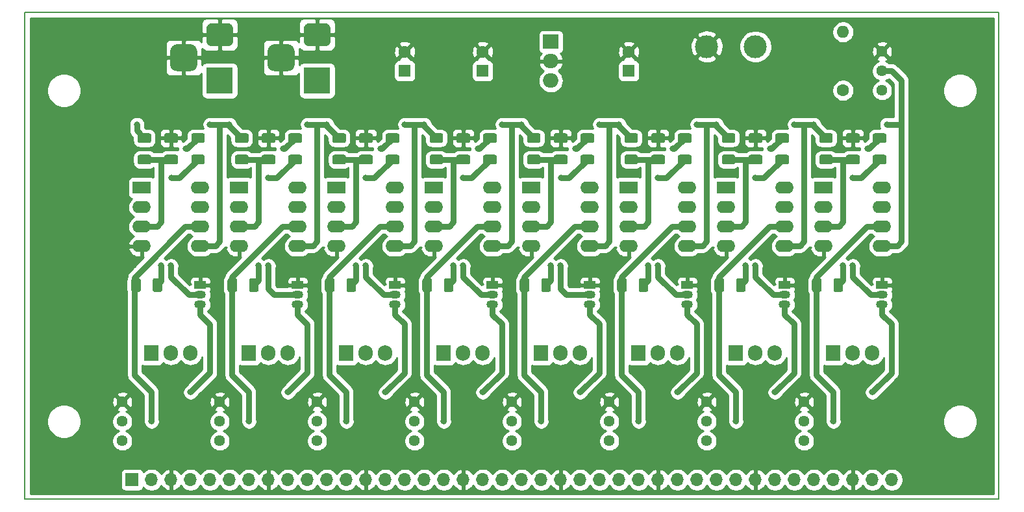
<source format=gbr>
From 30c90e7349294ab25481bf4996bca3b7374fb16f Mon Sep 17 00:00:00 2001
From: Blaise Thompson <blaise@untzag.com>
Date: Wed, 29 Jan 2020 16:14:24 -0600
Subject: 4.0.0

---
 PCB/PDF/galvanosynth-F_Cu.gbr | 18800 ++++++++++++++++++++++++++++++++++++++++
 1 file changed, 18800 insertions(+)
 create mode 100644 PCB/PDF/galvanosynth-F_Cu.gbr

(limited to 'PCB/PDF/galvanosynth-F_Cu.gbr')

diff --git a/PCB/PDF/galvanosynth-F_Cu.gbr b/PCB/PDF/galvanosynth-F_Cu.gbr
new file mode 100644
index 0000000..20aaddd
--- /dev/null
+++ b/PCB/PDF/galvanosynth-F_Cu.gbr
@@ -0,0 +1,18800 @@
+G04 #@! TF.GenerationSoftware,KiCad,Pcbnew,5.1.5+dfsg1-2*
+G04 #@! TF.CreationDate,2019-12-13T15:30:38-06:00*
+G04 #@! TF.ProjectId,galvanosynth,67616c76-616e-46f7-9379-6e74682e6b69,4.0.0*
+G04 #@! TF.SameCoordinates,Original*
+G04 #@! TF.FileFunction,Copper,L1,Top*
+G04 #@! TF.FilePolarity,Positive*
+%FSLAX46Y46*%
+G04 Gerber Fmt 4.6, Leading zero omitted, Abs format (unit mm)*
+G04 Created by KiCad (PCBNEW 5.1.5+dfsg1-2) date 2019-12-13 15:30:38*
+%MOMM*%
+%LPD*%
+G04 APERTURE LIST*
+%ADD10C,0.150000*%
+%ADD11C,0.100000*%
+%ADD12R,3.500000X3.500000*%
+%ADD13C,1.440000*%
+%ADD14O,2.400000X1.600000*%
+%ADD15R,2.400000X1.600000*%
+%ADD16R,1.500000X1.050000*%
+%ADD17O,1.500000X1.050000*%
+%ADD18O,1.905000X2.000000*%
+%ADD19R,1.905000X2.000000*%
+%ADD20O,1.600000X1.600000*%
+%ADD21C,1.600000*%
+%ADD22O,2.000000X1.905000*%
+%ADD23R,2.000000X1.905000*%
+%ADD24O,1.700000X1.700000*%
+%ADD25R,1.700000X1.700000*%
+%ADD26C,3.000000*%
+%ADD27R,1.600000X1.600000*%
+%ADD28C,0.800000*%
+%ADD29C,0.762000*%
+%ADD30C,0.254000*%
+G04 APERTURE END LIST*
+D10*
+X50800000Y-127000000D02*
+X177800000Y-127000000D01*
+X50800000Y-63500000D02*
+X177800000Y-63500000D01*
+X50800000Y-127000000D02*
+X50800000Y-63500000D01*
+X177800000Y-127000000D02*
+X177800000Y-63500000D01*
+G04 #@! TA.AperFunction,SMDPad,CuDef*
+D11*
+G36*
+X159399504Y-79256204D02*
+G01*
+X159423773Y-79259804D01*
+X159447571Y-79265765D01*
+X159470671Y-79274030D01*
+X159492849Y-79284520D01*
+X159513893Y-79297133D01*
+X159533598Y-79311747D01*
+X159551777Y-79328223D01*
+X159568253Y-79346402D01*
+X159582867Y-79366107D01*
+X159595480Y-79387151D01*
+X159605970Y-79409329D01*
+X159614235Y-79432429D01*
+X159620196Y-79456227D01*
+X159623796Y-79480496D01*
+X159625000Y-79505000D01*
+X159625000Y-80255000D01*
+X159623796Y-80279504D01*
+X159620196Y-80303773D01*
+X159614235Y-80327571D01*
+X159605970Y-80350671D01*
+X159595480Y-80372849D01*
+X159582867Y-80393893D01*
+X159568253Y-80413598D01*
+X159551777Y-80431777D01*
+X159533598Y-80448253D01*
+X159513893Y-80462867D01*
+X159492849Y-80475480D01*
+X159470671Y-80485970D01*
+X159447571Y-80494235D01*
+X159423773Y-80500196D01*
+X159399504Y-80503796D01*
+X159375000Y-80505000D01*
+X158125000Y-80505000D01*
+X158100496Y-80503796D01*
+X158076227Y-80500196D01*
+X158052429Y-80494235D01*
+X158029329Y-80485970D01*
+X158007151Y-80475480D01*
+X157986107Y-80462867D01*
+X157966402Y-80448253D01*
+X157948223Y-80431777D01*
+X157931747Y-80413598D01*
+X157917133Y-80393893D01*
+X157904520Y-80372849D01*
+X157894030Y-80350671D01*
+X157885765Y-80327571D01*
+X157879804Y-80303773D01*
+X157876204Y-80279504D01*
+X157875000Y-80255000D01*
+X157875000Y-79505000D01*
+X157876204Y-79480496D01*
+X157879804Y-79456227D01*
+X157885765Y-79432429D01*
+X157894030Y-79409329D01*
+X157904520Y-79387151D01*
+X157917133Y-79366107D01*
+X157931747Y-79346402D01*
+X157948223Y-79328223D01*
+X157966402Y-79311747D01*
+X157986107Y-79297133D01*
+X158007151Y-79284520D01*
+X158029329Y-79274030D01*
+X158052429Y-79265765D01*
+X158076227Y-79259804D01*
+X158100496Y-79256204D01*
+X158125000Y-79255000D01*
+X159375000Y-79255000D01*
+X159399504Y-79256204D01*
+G37*
+G04 #@! TD.AperFunction*
+G04 #@! TA.AperFunction,SMDPad,CuDef*
+G36*
+X159399504Y-82056204D02*
+G01*
+X159423773Y-82059804D01*
+X159447571Y-82065765D01*
+X159470671Y-82074030D01*
+X159492849Y-82084520D01*
+X159513893Y-82097133D01*
+X159533598Y-82111747D01*
+X159551777Y-82128223D01*
+X159568253Y-82146402D01*
+X159582867Y-82166107D01*
+X159595480Y-82187151D01*
+X159605970Y-82209329D01*
+X159614235Y-82232429D01*
+X159620196Y-82256227D01*
+X159623796Y-82280496D01*
+X159625000Y-82305000D01*
+X159625000Y-83055000D01*
+X159623796Y-83079504D01*
+X159620196Y-83103773D01*
+X159614235Y-83127571D01*
+X159605970Y-83150671D01*
+X159595480Y-83172849D01*
+X159582867Y-83193893D01*
+X159568253Y-83213598D01*
+X159551777Y-83231777D01*
+X159533598Y-83248253D01*
+X159513893Y-83262867D01*
+X159492849Y-83275480D01*
+X159470671Y-83285970D01*
+X159447571Y-83294235D01*
+X159423773Y-83300196D01*
+X159399504Y-83303796D01*
+X159375000Y-83305000D01*
+X158125000Y-83305000D01*
+X158100496Y-83303796D01*
+X158076227Y-83300196D01*
+X158052429Y-83294235D01*
+X158029329Y-83285970D01*
+X158007151Y-83275480D01*
+X157986107Y-83262867D01*
+X157966402Y-83248253D01*
+X157948223Y-83231777D01*
+X157931747Y-83213598D01*
+X157917133Y-83193893D01*
+X157904520Y-83172849D01*
+X157894030Y-83150671D01*
+X157885765Y-83127571D01*
+X157879804Y-83103773D01*
+X157876204Y-83079504D01*
+X157875000Y-83055000D01*
+X157875000Y-82305000D01*
+X157876204Y-82280496D01*
+X157879804Y-82256227D01*
+X157885765Y-82232429D01*
+X157894030Y-82209329D01*
+X157904520Y-82187151D01*
+X157917133Y-82166107D01*
+X157931747Y-82146402D01*
+X157948223Y-82128223D01*
+X157966402Y-82111747D01*
+X157986107Y-82097133D01*
+X158007151Y-82084520D01*
+X158029329Y-82074030D01*
+X158052429Y-82065765D01*
+X158076227Y-82059804D01*
+X158100496Y-82056204D01*
+X158125000Y-82055000D01*
+X159375000Y-82055000D01*
+X159399504Y-82056204D01*
+G37*
+G04 #@! TD.AperFunction*
+G04 #@! TA.AperFunction,SMDPad,CuDef*
+G36*
+X146699504Y-79256204D02*
+G01*
+X146723773Y-79259804D01*
+X146747571Y-79265765D01*
+X146770671Y-79274030D01*
+X146792849Y-79284520D01*
+X146813893Y-79297133D01*
+X146833598Y-79311747D01*
+X146851777Y-79328223D01*
+X146868253Y-79346402D01*
+X146882867Y-79366107D01*
+X146895480Y-79387151D01*
+X146905970Y-79409329D01*
+X146914235Y-79432429D01*
+X146920196Y-79456227D01*
+X146923796Y-79480496D01*
+X146925000Y-79505000D01*
+X146925000Y-80255000D01*
+X146923796Y-80279504D01*
+X146920196Y-80303773D01*
+X146914235Y-80327571D01*
+X146905970Y-80350671D01*
+X146895480Y-80372849D01*
+X146882867Y-80393893D01*
+X146868253Y-80413598D01*
+X146851777Y-80431777D01*
+X146833598Y-80448253D01*
+X146813893Y-80462867D01*
+X146792849Y-80475480D01*
+X146770671Y-80485970D01*
+X146747571Y-80494235D01*
+X146723773Y-80500196D01*
+X146699504Y-80503796D01*
+X146675000Y-80505000D01*
+X145425000Y-80505000D01*
+X145400496Y-80503796D01*
+X145376227Y-80500196D01*
+X145352429Y-80494235D01*
+X145329329Y-80485970D01*
+X145307151Y-80475480D01*
+X145286107Y-80462867D01*
+X145266402Y-80448253D01*
+X145248223Y-80431777D01*
+X145231747Y-80413598D01*
+X145217133Y-80393893D01*
+X145204520Y-80372849D01*
+X145194030Y-80350671D01*
+X145185765Y-80327571D01*
+X145179804Y-80303773D01*
+X145176204Y-80279504D01*
+X145175000Y-80255000D01*
+X145175000Y-79505000D01*
+X145176204Y-79480496D01*
+X145179804Y-79456227D01*
+X145185765Y-79432429D01*
+X145194030Y-79409329D01*
+X145204520Y-79387151D01*
+X145217133Y-79366107D01*
+X145231747Y-79346402D01*
+X145248223Y-79328223D01*
+X145266402Y-79311747D01*
+X145286107Y-79297133D01*
+X145307151Y-79284520D01*
+X145329329Y-79274030D01*
+X145352429Y-79265765D01*
+X145376227Y-79259804D01*
+X145400496Y-79256204D01*
+X145425000Y-79255000D01*
+X146675000Y-79255000D01*
+X146699504Y-79256204D01*
+G37*
+G04 #@! TD.AperFunction*
+G04 #@! TA.AperFunction,SMDPad,CuDef*
+G36*
+X146699504Y-82056204D02*
+G01*
+X146723773Y-82059804D01*
+X146747571Y-82065765D01*
+X146770671Y-82074030D01*
+X146792849Y-82084520D01*
+X146813893Y-82097133D01*
+X146833598Y-82111747D01*
+X146851777Y-82128223D01*
+X146868253Y-82146402D01*
+X146882867Y-82166107D01*
+X146895480Y-82187151D01*
+X146905970Y-82209329D01*
+X146914235Y-82232429D01*
+X146920196Y-82256227D01*
+X146923796Y-82280496D01*
+X146925000Y-82305000D01*
+X146925000Y-83055000D01*
+X146923796Y-83079504D01*
+X146920196Y-83103773D01*
+X146914235Y-83127571D01*
+X146905970Y-83150671D01*
+X146895480Y-83172849D01*
+X146882867Y-83193893D01*
+X146868253Y-83213598D01*
+X146851777Y-83231777D01*
+X146833598Y-83248253D01*
+X146813893Y-83262867D01*
+X146792849Y-83275480D01*
+X146770671Y-83285970D01*
+X146747571Y-83294235D01*
+X146723773Y-83300196D01*
+X146699504Y-83303796D01*
+X146675000Y-83305000D01*
+X145425000Y-83305000D01*
+X145400496Y-83303796D01*
+X145376227Y-83300196D01*
+X145352429Y-83294235D01*
+X145329329Y-83285970D01*
+X145307151Y-83275480D01*
+X145286107Y-83262867D01*
+X145266402Y-83248253D01*
+X145248223Y-83231777D01*
+X145231747Y-83213598D01*
+X145217133Y-83193893D01*
+X145204520Y-83172849D01*
+X145194030Y-83150671D01*
+X145185765Y-83127571D01*
+X145179804Y-83103773D01*
+X145176204Y-83079504D01*
+X145175000Y-83055000D01*
+X145175000Y-82305000D01*
+X145176204Y-82280496D01*
+X145179804Y-82256227D01*
+X145185765Y-82232429D01*
+X145194030Y-82209329D01*
+X145204520Y-82187151D01*
+X145217133Y-82166107D01*
+X145231747Y-82146402D01*
+X145248223Y-82128223D01*
+X145266402Y-82111747D01*
+X145286107Y-82097133D01*
+X145307151Y-82084520D01*
+X145329329Y-82074030D01*
+X145352429Y-82065765D01*
+X145376227Y-82059804D01*
+X145400496Y-82056204D01*
+X145425000Y-82055000D01*
+X146675000Y-82055000D01*
+X146699504Y-82056204D01*
+G37*
+G04 #@! TD.AperFunction*
+G04 #@! TA.AperFunction,SMDPad,CuDef*
+G36*
+X133999504Y-79256204D02*
+G01*
+X134023773Y-79259804D01*
+X134047571Y-79265765D01*
+X134070671Y-79274030D01*
+X134092849Y-79284520D01*
+X134113893Y-79297133D01*
+X134133598Y-79311747D01*
+X134151777Y-79328223D01*
+X134168253Y-79346402D01*
+X134182867Y-79366107D01*
+X134195480Y-79387151D01*
+X134205970Y-79409329D01*
+X134214235Y-79432429D01*
+X134220196Y-79456227D01*
+X134223796Y-79480496D01*
+X134225000Y-79505000D01*
+X134225000Y-80255000D01*
+X134223796Y-80279504D01*
+X134220196Y-80303773D01*
+X134214235Y-80327571D01*
+X134205970Y-80350671D01*
+X134195480Y-80372849D01*
+X134182867Y-80393893D01*
+X134168253Y-80413598D01*
+X134151777Y-80431777D01*
+X134133598Y-80448253D01*
+X134113893Y-80462867D01*
+X134092849Y-80475480D01*
+X134070671Y-80485970D01*
+X134047571Y-80494235D01*
+X134023773Y-80500196D01*
+X133999504Y-80503796D01*
+X133975000Y-80505000D01*
+X132725000Y-80505000D01*
+X132700496Y-80503796D01*
+X132676227Y-80500196D01*
+X132652429Y-80494235D01*
+X132629329Y-80485970D01*
+X132607151Y-80475480D01*
+X132586107Y-80462867D01*
+X132566402Y-80448253D01*
+X132548223Y-80431777D01*
+X132531747Y-80413598D01*
+X132517133Y-80393893D01*
+X132504520Y-80372849D01*
+X132494030Y-80350671D01*
+X132485765Y-80327571D01*
+X132479804Y-80303773D01*
+X132476204Y-80279504D01*
+X132475000Y-80255000D01*
+X132475000Y-79505000D01*
+X132476204Y-79480496D01*
+X132479804Y-79456227D01*
+X132485765Y-79432429D01*
+X132494030Y-79409329D01*
+X132504520Y-79387151D01*
+X132517133Y-79366107D01*
+X132531747Y-79346402D01*
+X132548223Y-79328223D01*
+X132566402Y-79311747D01*
+X132586107Y-79297133D01*
+X132607151Y-79284520D01*
+X132629329Y-79274030D01*
+X132652429Y-79265765D01*
+X132676227Y-79259804D01*
+X132700496Y-79256204D01*
+X132725000Y-79255000D01*
+X133975000Y-79255000D01*
+X133999504Y-79256204D01*
+G37*
+G04 #@! TD.AperFunction*
+G04 #@! TA.AperFunction,SMDPad,CuDef*
+G36*
+X133999504Y-82056204D02*
+G01*
+X134023773Y-82059804D01*
+X134047571Y-82065765D01*
+X134070671Y-82074030D01*
+X134092849Y-82084520D01*
+X134113893Y-82097133D01*
+X134133598Y-82111747D01*
+X134151777Y-82128223D01*
+X134168253Y-82146402D01*
+X134182867Y-82166107D01*
+X134195480Y-82187151D01*
+X134205970Y-82209329D01*
+X134214235Y-82232429D01*
+X134220196Y-82256227D01*
+X134223796Y-82280496D01*
+X134225000Y-82305000D01*
+X134225000Y-83055000D01*
+X134223796Y-83079504D01*
+X134220196Y-83103773D01*
+X134214235Y-83127571D01*
+X134205970Y-83150671D01*
+X134195480Y-83172849D01*
+X134182867Y-83193893D01*
+X134168253Y-83213598D01*
+X134151777Y-83231777D01*
+X134133598Y-83248253D01*
+X134113893Y-83262867D01*
+X134092849Y-83275480D01*
+X134070671Y-83285970D01*
+X134047571Y-83294235D01*
+X134023773Y-83300196D01*
+X133999504Y-83303796D01*
+X133975000Y-83305000D01*
+X132725000Y-83305000D01*
+X132700496Y-83303796D01*
+X132676227Y-83300196D01*
+X132652429Y-83294235D01*
+X132629329Y-83285970D01*
+X132607151Y-83275480D01*
+X132586107Y-83262867D01*
+X132566402Y-83248253D01*
+X132548223Y-83231777D01*
+X132531747Y-83213598D01*
+X132517133Y-83193893D01*
+X132504520Y-83172849D01*
+X132494030Y-83150671D01*
+X132485765Y-83127571D01*
+X132479804Y-83103773D01*
+X132476204Y-83079504D01*
+X132475000Y-83055000D01*
+X132475000Y-82305000D01*
+X132476204Y-82280496D01*
+X132479804Y-82256227D01*
+X132485765Y-82232429D01*
+X132494030Y-82209329D01*
+X132504520Y-82187151D01*
+X132517133Y-82166107D01*
+X132531747Y-82146402D01*
+X132548223Y-82128223D01*
+X132566402Y-82111747D01*
+X132586107Y-82097133D01*
+X132607151Y-82084520D01*
+X132629329Y-82074030D01*
+X132652429Y-82065765D01*
+X132676227Y-82059804D01*
+X132700496Y-82056204D01*
+X132725000Y-82055000D01*
+X133975000Y-82055000D01*
+X133999504Y-82056204D01*
+G37*
+G04 #@! TD.AperFunction*
+G04 #@! TA.AperFunction,SMDPad,CuDef*
+G36*
+X121299504Y-79256204D02*
+G01*
+X121323773Y-79259804D01*
+X121347571Y-79265765D01*
+X121370671Y-79274030D01*
+X121392849Y-79284520D01*
+X121413893Y-79297133D01*
+X121433598Y-79311747D01*
+X121451777Y-79328223D01*
+X121468253Y-79346402D01*
+X121482867Y-79366107D01*
+X121495480Y-79387151D01*
+X121505970Y-79409329D01*
+X121514235Y-79432429D01*
+X121520196Y-79456227D01*
+X121523796Y-79480496D01*
+X121525000Y-79505000D01*
+X121525000Y-80255000D01*
+X121523796Y-80279504D01*
+X121520196Y-80303773D01*
+X121514235Y-80327571D01*
+X121505970Y-80350671D01*
+X121495480Y-80372849D01*
+X121482867Y-80393893D01*
+X121468253Y-80413598D01*
+X121451777Y-80431777D01*
+X121433598Y-80448253D01*
+X121413893Y-80462867D01*
+X121392849Y-80475480D01*
+X121370671Y-80485970D01*
+X121347571Y-80494235D01*
+X121323773Y-80500196D01*
+X121299504Y-80503796D01*
+X121275000Y-80505000D01*
+X120025000Y-80505000D01*
+X120000496Y-80503796D01*
+X119976227Y-80500196D01*
+X119952429Y-80494235D01*
+X119929329Y-80485970D01*
+X119907151Y-80475480D01*
+X119886107Y-80462867D01*
+X119866402Y-80448253D01*
+X119848223Y-80431777D01*
+X119831747Y-80413598D01*
+X119817133Y-80393893D01*
+X119804520Y-80372849D01*
+X119794030Y-80350671D01*
+X119785765Y-80327571D01*
+X119779804Y-80303773D01*
+X119776204Y-80279504D01*
+X119775000Y-80255000D01*
+X119775000Y-79505000D01*
+X119776204Y-79480496D01*
+X119779804Y-79456227D01*
+X119785765Y-79432429D01*
+X119794030Y-79409329D01*
+X119804520Y-79387151D01*
+X119817133Y-79366107D01*
+X119831747Y-79346402D01*
+X119848223Y-79328223D01*
+X119866402Y-79311747D01*
+X119886107Y-79297133D01*
+X119907151Y-79284520D01*
+X119929329Y-79274030D01*
+X119952429Y-79265765D01*
+X119976227Y-79259804D01*
+X120000496Y-79256204D01*
+X120025000Y-79255000D01*
+X121275000Y-79255000D01*
+X121299504Y-79256204D01*
+G37*
+G04 #@! TD.AperFunction*
+G04 #@! TA.AperFunction,SMDPad,CuDef*
+G36*
+X121299504Y-82056204D02*
+G01*
+X121323773Y-82059804D01*
+X121347571Y-82065765D01*
+X121370671Y-82074030D01*
+X121392849Y-82084520D01*
+X121413893Y-82097133D01*
+X121433598Y-82111747D01*
+X121451777Y-82128223D01*
+X121468253Y-82146402D01*
+X121482867Y-82166107D01*
+X121495480Y-82187151D01*
+X121505970Y-82209329D01*
+X121514235Y-82232429D01*
+X121520196Y-82256227D01*
+X121523796Y-82280496D01*
+X121525000Y-82305000D01*
+X121525000Y-83055000D01*
+X121523796Y-83079504D01*
+X121520196Y-83103773D01*
+X121514235Y-83127571D01*
+X121505970Y-83150671D01*
+X121495480Y-83172849D01*
+X121482867Y-83193893D01*
+X121468253Y-83213598D01*
+X121451777Y-83231777D01*
+X121433598Y-83248253D01*
+X121413893Y-83262867D01*
+X121392849Y-83275480D01*
+X121370671Y-83285970D01*
+X121347571Y-83294235D01*
+X121323773Y-83300196D01*
+X121299504Y-83303796D01*
+X121275000Y-83305000D01*
+X120025000Y-83305000D01*
+X120000496Y-83303796D01*
+X119976227Y-83300196D01*
+X119952429Y-83294235D01*
+X119929329Y-83285970D01*
+X119907151Y-83275480D01*
+X119886107Y-83262867D01*
+X119866402Y-83248253D01*
+X119848223Y-83231777D01*
+X119831747Y-83213598D01*
+X119817133Y-83193893D01*
+X119804520Y-83172849D01*
+X119794030Y-83150671D01*
+X119785765Y-83127571D01*
+X119779804Y-83103773D01*
+X119776204Y-83079504D01*
+X119775000Y-83055000D01*
+X119775000Y-82305000D01*
+X119776204Y-82280496D01*
+X119779804Y-82256227D01*
+X119785765Y-82232429D01*
+X119794030Y-82209329D01*
+X119804520Y-82187151D01*
+X119817133Y-82166107D01*
+X119831747Y-82146402D01*
+X119848223Y-82128223D01*
+X119866402Y-82111747D01*
+X119886107Y-82097133D01*
+X119907151Y-82084520D01*
+X119929329Y-82074030D01*
+X119952429Y-82065765D01*
+X119976227Y-82059804D01*
+X120000496Y-82056204D01*
+X120025000Y-82055000D01*
+X121275000Y-82055000D01*
+X121299504Y-82056204D01*
+G37*
+G04 #@! TD.AperFunction*
+G04 #@! TA.AperFunction,SMDPad,CuDef*
+G36*
+X108599504Y-79256204D02*
+G01*
+X108623773Y-79259804D01*
+X108647571Y-79265765D01*
+X108670671Y-79274030D01*
+X108692849Y-79284520D01*
+X108713893Y-79297133D01*
+X108733598Y-79311747D01*
+X108751777Y-79328223D01*
+X108768253Y-79346402D01*
+X108782867Y-79366107D01*
+X108795480Y-79387151D01*
+X108805970Y-79409329D01*
+X108814235Y-79432429D01*
+X108820196Y-79456227D01*
+X108823796Y-79480496D01*
+X108825000Y-79505000D01*
+X108825000Y-80255000D01*
+X108823796Y-80279504D01*
+X108820196Y-80303773D01*
+X108814235Y-80327571D01*
+X108805970Y-80350671D01*
+X108795480Y-80372849D01*
+X108782867Y-80393893D01*
+X108768253Y-80413598D01*
+X108751777Y-80431777D01*
+X108733598Y-80448253D01*
+X108713893Y-80462867D01*
+X108692849Y-80475480D01*
+X108670671Y-80485970D01*
+X108647571Y-80494235D01*
+X108623773Y-80500196D01*
+X108599504Y-80503796D01*
+X108575000Y-80505000D01*
+X107325000Y-80505000D01*
+X107300496Y-80503796D01*
+X107276227Y-80500196D01*
+X107252429Y-80494235D01*
+X107229329Y-80485970D01*
+X107207151Y-80475480D01*
+X107186107Y-80462867D01*
+X107166402Y-80448253D01*
+X107148223Y-80431777D01*
+X107131747Y-80413598D01*
+X107117133Y-80393893D01*
+X107104520Y-80372849D01*
+X107094030Y-80350671D01*
+X107085765Y-80327571D01*
+X107079804Y-80303773D01*
+X107076204Y-80279504D01*
+X107075000Y-80255000D01*
+X107075000Y-79505000D01*
+X107076204Y-79480496D01*
+X107079804Y-79456227D01*
+X107085765Y-79432429D01*
+X107094030Y-79409329D01*
+X107104520Y-79387151D01*
+X107117133Y-79366107D01*
+X107131747Y-79346402D01*
+X107148223Y-79328223D01*
+X107166402Y-79311747D01*
+X107186107Y-79297133D01*
+X107207151Y-79284520D01*
+X107229329Y-79274030D01*
+X107252429Y-79265765D01*
+X107276227Y-79259804D01*
+X107300496Y-79256204D01*
+X107325000Y-79255000D01*
+X108575000Y-79255000D01*
+X108599504Y-79256204D01*
+G37*
+G04 #@! TD.AperFunction*
+G04 #@! TA.AperFunction,SMDPad,CuDef*
+G36*
+X108599504Y-82056204D02*
+G01*
+X108623773Y-82059804D01*
+X108647571Y-82065765D01*
+X108670671Y-82074030D01*
+X108692849Y-82084520D01*
+X108713893Y-82097133D01*
+X108733598Y-82111747D01*
+X108751777Y-82128223D01*
+X108768253Y-82146402D01*
+X108782867Y-82166107D01*
+X108795480Y-82187151D01*
+X108805970Y-82209329D01*
+X108814235Y-82232429D01*
+X108820196Y-82256227D01*
+X108823796Y-82280496D01*
+X108825000Y-82305000D01*
+X108825000Y-83055000D01*
+X108823796Y-83079504D01*
+X108820196Y-83103773D01*
+X108814235Y-83127571D01*
+X108805970Y-83150671D01*
+X108795480Y-83172849D01*
+X108782867Y-83193893D01*
+X108768253Y-83213598D01*
+X108751777Y-83231777D01*
+X108733598Y-83248253D01*
+X108713893Y-83262867D01*
+X108692849Y-83275480D01*
+X108670671Y-83285970D01*
+X108647571Y-83294235D01*
+X108623773Y-83300196D01*
+X108599504Y-83303796D01*
+X108575000Y-83305000D01*
+X107325000Y-83305000D01*
+X107300496Y-83303796D01*
+X107276227Y-83300196D01*
+X107252429Y-83294235D01*
+X107229329Y-83285970D01*
+X107207151Y-83275480D01*
+X107186107Y-83262867D01*
+X107166402Y-83248253D01*
+X107148223Y-83231777D01*
+X107131747Y-83213598D01*
+X107117133Y-83193893D01*
+X107104520Y-83172849D01*
+X107094030Y-83150671D01*
+X107085765Y-83127571D01*
+X107079804Y-83103773D01*
+X107076204Y-83079504D01*
+X107075000Y-83055000D01*
+X107075000Y-82305000D01*
+X107076204Y-82280496D01*
+X107079804Y-82256227D01*
+X107085765Y-82232429D01*
+X107094030Y-82209329D01*
+X107104520Y-82187151D01*
+X107117133Y-82166107D01*
+X107131747Y-82146402D01*
+X107148223Y-82128223D01*
+X107166402Y-82111747D01*
+X107186107Y-82097133D01*
+X107207151Y-82084520D01*
+X107229329Y-82074030D01*
+X107252429Y-82065765D01*
+X107276227Y-82059804D01*
+X107300496Y-82056204D01*
+X107325000Y-82055000D01*
+X108575000Y-82055000D01*
+X108599504Y-82056204D01*
+G37*
+G04 #@! TD.AperFunction*
+G04 #@! TA.AperFunction,SMDPad,CuDef*
+G36*
+X95899504Y-79256204D02*
+G01*
+X95923773Y-79259804D01*
+X95947571Y-79265765D01*
+X95970671Y-79274030D01*
+X95992849Y-79284520D01*
+X96013893Y-79297133D01*
+X96033598Y-79311747D01*
+X96051777Y-79328223D01*
+X96068253Y-79346402D01*
+X96082867Y-79366107D01*
+X96095480Y-79387151D01*
+X96105970Y-79409329D01*
+X96114235Y-79432429D01*
+X96120196Y-79456227D01*
+X96123796Y-79480496D01*
+X96125000Y-79505000D01*
+X96125000Y-80255000D01*
+X96123796Y-80279504D01*
+X96120196Y-80303773D01*
+X96114235Y-80327571D01*
+X96105970Y-80350671D01*
+X96095480Y-80372849D01*
+X96082867Y-80393893D01*
+X96068253Y-80413598D01*
+X96051777Y-80431777D01*
+X96033598Y-80448253D01*
+X96013893Y-80462867D01*
+X95992849Y-80475480D01*
+X95970671Y-80485970D01*
+X95947571Y-80494235D01*
+X95923773Y-80500196D01*
+X95899504Y-80503796D01*
+X95875000Y-80505000D01*
+X94625000Y-80505000D01*
+X94600496Y-80503796D01*
+X94576227Y-80500196D01*
+X94552429Y-80494235D01*
+X94529329Y-80485970D01*
+X94507151Y-80475480D01*
+X94486107Y-80462867D01*
+X94466402Y-80448253D01*
+X94448223Y-80431777D01*
+X94431747Y-80413598D01*
+X94417133Y-80393893D01*
+X94404520Y-80372849D01*
+X94394030Y-80350671D01*
+X94385765Y-80327571D01*
+X94379804Y-80303773D01*
+X94376204Y-80279504D01*
+X94375000Y-80255000D01*
+X94375000Y-79505000D01*
+X94376204Y-79480496D01*
+X94379804Y-79456227D01*
+X94385765Y-79432429D01*
+X94394030Y-79409329D01*
+X94404520Y-79387151D01*
+X94417133Y-79366107D01*
+X94431747Y-79346402D01*
+X94448223Y-79328223D01*
+X94466402Y-79311747D01*
+X94486107Y-79297133D01*
+X94507151Y-79284520D01*
+X94529329Y-79274030D01*
+X94552429Y-79265765D01*
+X94576227Y-79259804D01*
+X94600496Y-79256204D01*
+X94625000Y-79255000D01*
+X95875000Y-79255000D01*
+X95899504Y-79256204D01*
+G37*
+G04 #@! TD.AperFunction*
+G04 #@! TA.AperFunction,SMDPad,CuDef*
+G36*
+X95899504Y-82056204D02*
+G01*
+X95923773Y-82059804D01*
+X95947571Y-82065765D01*
+X95970671Y-82074030D01*
+X95992849Y-82084520D01*
+X96013893Y-82097133D01*
+X96033598Y-82111747D01*
+X96051777Y-82128223D01*
+X96068253Y-82146402D01*
+X96082867Y-82166107D01*
+X96095480Y-82187151D01*
+X96105970Y-82209329D01*
+X96114235Y-82232429D01*
+X96120196Y-82256227D01*
+X96123796Y-82280496D01*
+X96125000Y-82305000D01*
+X96125000Y-83055000D01*
+X96123796Y-83079504D01*
+X96120196Y-83103773D01*
+X96114235Y-83127571D01*
+X96105970Y-83150671D01*
+X96095480Y-83172849D01*
+X96082867Y-83193893D01*
+X96068253Y-83213598D01*
+X96051777Y-83231777D01*
+X96033598Y-83248253D01*
+X96013893Y-83262867D01*
+X95992849Y-83275480D01*
+X95970671Y-83285970D01*
+X95947571Y-83294235D01*
+X95923773Y-83300196D01*
+X95899504Y-83303796D01*
+X95875000Y-83305000D01*
+X94625000Y-83305000D01*
+X94600496Y-83303796D01*
+X94576227Y-83300196D01*
+X94552429Y-83294235D01*
+X94529329Y-83285970D01*
+X94507151Y-83275480D01*
+X94486107Y-83262867D01*
+X94466402Y-83248253D01*
+X94448223Y-83231777D01*
+X94431747Y-83213598D01*
+X94417133Y-83193893D01*
+X94404520Y-83172849D01*
+X94394030Y-83150671D01*
+X94385765Y-83127571D01*
+X94379804Y-83103773D01*
+X94376204Y-83079504D01*
+X94375000Y-83055000D01*
+X94375000Y-82305000D01*
+X94376204Y-82280496D01*
+X94379804Y-82256227D01*
+X94385765Y-82232429D01*
+X94394030Y-82209329D01*
+X94404520Y-82187151D01*
+X94417133Y-82166107D01*
+X94431747Y-82146402D01*
+X94448223Y-82128223D01*
+X94466402Y-82111747D01*
+X94486107Y-82097133D01*
+X94507151Y-82084520D01*
+X94529329Y-82074030D01*
+X94552429Y-82065765D01*
+X94576227Y-82059804D01*
+X94600496Y-82056204D01*
+X94625000Y-82055000D01*
+X95875000Y-82055000D01*
+X95899504Y-82056204D01*
+G37*
+G04 #@! TD.AperFunction*
+G04 #@! TA.AperFunction,SMDPad,CuDef*
+G36*
+X83199504Y-79256204D02*
+G01*
+X83223773Y-79259804D01*
+X83247571Y-79265765D01*
+X83270671Y-79274030D01*
+X83292849Y-79284520D01*
+X83313893Y-79297133D01*
+X83333598Y-79311747D01*
+X83351777Y-79328223D01*
+X83368253Y-79346402D01*
+X83382867Y-79366107D01*
+X83395480Y-79387151D01*
+X83405970Y-79409329D01*
+X83414235Y-79432429D01*
+X83420196Y-79456227D01*
+X83423796Y-79480496D01*
+X83425000Y-79505000D01*
+X83425000Y-80255000D01*
+X83423796Y-80279504D01*
+X83420196Y-80303773D01*
+X83414235Y-80327571D01*
+X83405970Y-80350671D01*
+X83395480Y-80372849D01*
+X83382867Y-80393893D01*
+X83368253Y-80413598D01*
+X83351777Y-80431777D01*
+X83333598Y-80448253D01*
+X83313893Y-80462867D01*
+X83292849Y-80475480D01*
+X83270671Y-80485970D01*
+X83247571Y-80494235D01*
+X83223773Y-80500196D01*
+X83199504Y-80503796D01*
+X83175000Y-80505000D01*
+X81925000Y-80505000D01*
+X81900496Y-80503796D01*
+X81876227Y-80500196D01*
+X81852429Y-80494235D01*
+X81829329Y-80485970D01*
+X81807151Y-80475480D01*
+X81786107Y-80462867D01*
+X81766402Y-80448253D01*
+X81748223Y-80431777D01*
+X81731747Y-80413598D01*
+X81717133Y-80393893D01*
+X81704520Y-80372849D01*
+X81694030Y-80350671D01*
+X81685765Y-80327571D01*
+X81679804Y-80303773D01*
+X81676204Y-80279504D01*
+X81675000Y-80255000D01*
+X81675000Y-79505000D01*
+X81676204Y-79480496D01*
+X81679804Y-79456227D01*
+X81685765Y-79432429D01*
+X81694030Y-79409329D01*
+X81704520Y-79387151D01*
+X81717133Y-79366107D01*
+X81731747Y-79346402D01*
+X81748223Y-79328223D01*
+X81766402Y-79311747D01*
+X81786107Y-79297133D01*
+X81807151Y-79284520D01*
+X81829329Y-79274030D01*
+X81852429Y-79265765D01*
+X81876227Y-79259804D01*
+X81900496Y-79256204D01*
+X81925000Y-79255000D01*
+X83175000Y-79255000D01*
+X83199504Y-79256204D01*
+G37*
+G04 #@! TD.AperFunction*
+G04 #@! TA.AperFunction,SMDPad,CuDef*
+G36*
+X83199504Y-82056204D02*
+G01*
+X83223773Y-82059804D01*
+X83247571Y-82065765D01*
+X83270671Y-82074030D01*
+X83292849Y-82084520D01*
+X83313893Y-82097133D01*
+X83333598Y-82111747D01*
+X83351777Y-82128223D01*
+X83368253Y-82146402D01*
+X83382867Y-82166107D01*
+X83395480Y-82187151D01*
+X83405970Y-82209329D01*
+X83414235Y-82232429D01*
+X83420196Y-82256227D01*
+X83423796Y-82280496D01*
+X83425000Y-82305000D01*
+X83425000Y-83055000D01*
+X83423796Y-83079504D01*
+X83420196Y-83103773D01*
+X83414235Y-83127571D01*
+X83405970Y-83150671D01*
+X83395480Y-83172849D01*
+X83382867Y-83193893D01*
+X83368253Y-83213598D01*
+X83351777Y-83231777D01*
+X83333598Y-83248253D01*
+X83313893Y-83262867D01*
+X83292849Y-83275480D01*
+X83270671Y-83285970D01*
+X83247571Y-83294235D01*
+X83223773Y-83300196D01*
+X83199504Y-83303796D01*
+X83175000Y-83305000D01*
+X81925000Y-83305000D01*
+X81900496Y-83303796D01*
+X81876227Y-83300196D01*
+X81852429Y-83294235D01*
+X81829329Y-83285970D01*
+X81807151Y-83275480D01*
+X81786107Y-83262867D01*
+X81766402Y-83248253D01*
+X81748223Y-83231777D01*
+X81731747Y-83213598D01*
+X81717133Y-83193893D01*
+X81704520Y-83172849D01*
+X81694030Y-83150671D01*
+X81685765Y-83127571D01*
+X81679804Y-83103773D01*
+X81676204Y-83079504D01*
+X81675000Y-83055000D01*
+X81675000Y-82305000D01*
+X81676204Y-82280496D01*
+X81679804Y-82256227D01*
+X81685765Y-82232429D01*
+X81694030Y-82209329D01*
+X81704520Y-82187151D01*
+X81717133Y-82166107D01*
+X81731747Y-82146402D01*
+X81748223Y-82128223D01*
+X81766402Y-82111747D01*
+X81786107Y-82097133D01*
+X81807151Y-82084520D01*
+X81829329Y-82074030D01*
+X81852429Y-82065765D01*
+X81876227Y-82059804D01*
+X81900496Y-82056204D01*
+X81925000Y-82055000D01*
+X83175000Y-82055000D01*
+X83199504Y-82056204D01*
+G37*
+G04 #@! TD.AperFunction*
+G04 #@! TA.AperFunction,SMDPad,CuDef*
+G36*
+X70499504Y-79256204D02*
+G01*
+X70523773Y-79259804D01*
+X70547571Y-79265765D01*
+X70570671Y-79274030D01*
+X70592849Y-79284520D01*
+X70613893Y-79297133D01*
+X70633598Y-79311747D01*
+X70651777Y-79328223D01*
+X70668253Y-79346402D01*
+X70682867Y-79366107D01*
+X70695480Y-79387151D01*
+X70705970Y-79409329D01*
+X70714235Y-79432429D01*
+X70720196Y-79456227D01*
+X70723796Y-79480496D01*
+X70725000Y-79505000D01*
+X70725000Y-80255000D01*
+X70723796Y-80279504D01*
+X70720196Y-80303773D01*
+X70714235Y-80327571D01*
+X70705970Y-80350671D01*
+X70695480Y-80372849D01*
+X70682867Y-80393893D01*
+X70668253Y-80413598D01*
+X70651777Y-80431777D01*
+X70633598Y-80448253D01*
+X70613893Y-80462867D01*
+X70592849Y-80475480D01*
+X70570671Y-80485970D01*
+X70547571Y-80494235D01*
+X70523773Y-80500196D01*
+X70499504Y-80503796D01*
+X70475000Y-80505000D01*
+X69225000Y-80505000D01*
+X69200496Y-80503796D01*
+X69176227Y-80500196D01*
+X69152429Y-80494235D01*
+X69129329Y-80485970D01*
+X69107151Y-80475480D01*
+X69086107Y-80462867D01*
+X69066402Y-80448253D01*
+X69048223Y-80431777D01*
+X69031747Y-80413598D01*
+X69017133Y-80393893D01*
+X69004520Y-80372849D01*
+X68994030Y-80350671D01*
+X68985765Y-80327571D01*
+X68979804Y-80303773D01*
+X68976204Y-80279504D01*
+X68975000Y-80255000D01*
+X68975000Y-79505000D01*
+X68976204Y-79480496D01*
+X68979804Y-79456227D01*
+X68985765Y-79432429D01*
+X68994030Y-79409329D01*
+X69004520Y-79387151D01*
+X69017133Y-79366107D01*
+X69031747Y-79346402D01*
+X69048223Y-79328223D01*
+X69066402Y-79311747D01*
+X69086107Y-79297133D01*
+X69107151Y-79284520D01*
+X69129329Y-79274030D01*
+X69152429Y-79265765D01*
+X69176227Y-79259804D01*
+X69200496Y-79256204D01*
+X69225000Y-79255000D01*
+X70475000Y-79255000D01*
+X70499504Y-79256204D01*
+G37*
+G04 #@! TD.AperFunction*
+G04 #@! TA.AperFunction,SMDPad,CuDef*
+G36*
+X70499504Y-82056204D02*
+G01*
+X70523773Y-82059804D01*
+X70547571Y-82065765D01*
+X70570671Y-82074030D01*
+X70592849Y-82084520D01*
+X70613893Y-82097133D01*
+X70633598Y-82111747D01*
+X70651777Y-82128223D01*
+X70668253Y-82146402D01*
+X70682867Y-82166107D01*
+X70695480Y-82187151D01*
+X70705970Y-82209329D01*
+X70714235Y-82232429D01*
+X70720196Y-82256227D01*
+X70723796Y-82280496D01*
+X70725000Y-82305000D01*
+X70725000Y-83055000D01*
+X70723796Y-83079504D01*
+X70720196Y-83103773D01*
+X70714235Y-83127571D01*
+X70705970Y-83150671D01*
+X70695480Y-83172849D01*
+X70682867Y-83193893D01*
+X70668253Y-83213598D01*
+X70651777Y-83231777D01*
+X70633598Y-83248253D01*
+X70613893Y-83262867D01*
+X70592849Y-83275480D01*
+X70570671Y-83285970D01*
+X70547571Y-83294235D01*
+X70523773Y-83300196D01*
+X70499504Y-83303796D01*
+X70475000Y-83305000D01*
+X69225000Y-83305000D01*
+X69200496Y-83303796D01*
+X69176227Y-83300196D01*
+X69152429Y-83294235D01*
+X69129329Y-83285970D01*
+X69107151Y-83275480D01*
+X69086107Y-83262867D01*
+X69066402Y-83248253D01*
+X69048223Y-83231777D01*
+X69031747Y-83213598D01*
+X69017133Y-83193893D01*
+X69004520Y-83172849D01*
+X68994030Y-83150671D01*
+X68985765Y-83127571D01*
+X68979804Y-83103773D01*
+X68976204Y-83079504D01*
+X68975000Y-83055000D01*
+X68975000Y-82305000D01*
+X68976204Y-82280496D01*
+X68979804Y-82256227D01*
+X68985765Y-82232429D01*
+X68994030Y-82209329D01*
+X69004520Y-82187151D01*
+X69017133Y-82166107D01*
+X69031747Y-82146402D01*
+X69048223Y-82128223D01*
+X69066402Y-82111747D01*
+X69086107Y-82097133D01*
+X69107151Y-82084520D01*
+X69129329Y-82074030D01*
+X69152429Y-82065765D01*
+X69176227Y-82059804D01*
+X69200496Y-82056204D01*
+X69225000Y-82055000D01*
+X70475000Y-82055000D01*
+X70499504Y-82056204D01*
+G37*
+G04 #@! TD.AperFunction*
+G04 #@! TA.AperFunction,SMDPad,CuDef*
+G36*
+X162877004Y-79256204D02*
+G01*
+X162901273Y-79259804D01*
+X162925071Y-79265765D01*
+X162948171Y-79274030D01*
+X162970349Y-79284520D01*
+X162991393Y-79297133D01*
+X163011098Y-79311747D01*
+X163029277Y-79328223D01*
+X163045753Y-79346402D01*
+X163060367Y-79366107D01*
+X163072980Y-79387151D01*
+X163083470Y-79409329D01*
+X163091735Y-79432429D01*
+X163097696Y-79456227D01*
+X163101296Y-79480496D01*
+X163102500Y-79505000D01*
+X163102500Y-80255000D01*
+X163101296Y-80279504D01*
+X163097696Y-80303773D01*
+X163091735Y-80327571D01*
+X163083470Y-80350671D01*
+X163072980Y-80372849D01*
+X163060367Y-80393893D01*
+X163045753Y-80413598D01*
+X163029277Y-80431777D01*
+X163011098Y-80448253D01*
+X162991393Y-80462867D01*
+X162970349Y-80475480D01*
+X162948171Y-80485970D01*
+X162925071Y-80494235D01*
+X162901273Y-80500196D01*
+X162877004Y-80503796D01*
+X162852500Y-80505000D01*
+X161602500Y-80505000D01*
+X161577996Y-80503796D01*
+X161553727Y-80500196D01*
+X161529929Y-80494235D01*
+X161506829Y-80485970D01*
+X161484651Y-80475480D01*
+X161463607Y-80462867D01*
+X161443902Y-80448253D01*
+X161425723Y-80431777D01*
+X161409247Y-80413598D01*
+X161394633Y-80393893D01*
+X161382020Y-80372849D01*
+X161371530Y-80350671D01*
+X161363265Y-80327571D01*
+X161357304Y-80303773D01*
+X161353704Y-80279504D01*
+X161352500Y-80255000D01*
+X161352500Y-79505000D01*
+X161353704Y-79480496D01*
+X161357304Y-79456227D01*
+X161363265Y-79432429D01*
+X161371530Y-79409329D01*
+X161382020Y-79387151D01*
+X161394633Y-79366107D01*
+X161409247Y-79346402D01*
+X161425723Y-79328223D01*
+X161443902Y-79311747D01*
+X161463607Y-79297133D01*
+X161484651Y-79284520D01*
+X161506829Y-79274030D01*
+X161529929Y-79265765D01*
+X161553727Y-79259804D01*
+X161577996Y-79256204D01*
+X161602500Y-79255000D01*
+X162852500Y-79255000D01*
+X162877004Y-79256204D01*
+G37*
+G04 #@! TD.AperFunction*
+G04 #@! TA.AperFunction,SMDPad,CuDef*
+G36*
+X162877004Y-82056204D02*
+G01*
+X162901273Y-82059804D01*
+X162925071Y-82065765D01*
+X162948171Y-82074030D01*
+X162970349Y-82084520D01*
+X162991393Y-82097133D01*
+X163011098Y-82111747D01*
+X163029277Y-82128223D01*
+X163045753Y-82146402D01*
+X163060367Y-82166107D01*
+X163072980Y-82187151D01*
+X163083470Y-82209329D01*
+X163091735Y-82232429D01*
+X163097696Y-82256227D01*
+X163101296Y-82280496D01*
+X163102500Y-82305000D01*
+X163102500Y-83055000D01*
+X163101296Y-83079504D01*
+X163097696Y-83103773D01*
+X163091735Y-83127571D01*
+X163083470Y-83150671D01*
+X163072980Y-83172849D01*
+X163060367Y-83193893D01*
+X163045753Y-83213598D01*
+X163029277Y-83231777D01*
+X163011098Y-83248253D01*
+X162991393Y-83262867D01*
+X162970349Y-83275480D01*
+X162948171Y-83285970D01*
+X162925071Y-83294235D01*
+X162901273Y-83300196D01*
+X162877004Y-83303796D01*
+X162852500Y-83305000D01*
+X161602500Y-83305000D01*
+X161577996Y-83303796D01*
+X161553727Y-83300196D01*
+X161529929Y-83294235D01*
+X161506829Y-83285970D01*
+X161484651Y-83275480D01*
+X161463607Y-83262867D01*
+X161443902Y-83248253D01*
+X161425723Y-83231777D01*
+X161409247Y-83213598D01*
+X161394633Y-83193893D01*
+X161382020Y-83172849D01*
+X161371530Y-83150671D01*
+X161363265Y-83127571D01*
+X161357304Y-83103773D01*
+X161353704Y-83079504D01*
+X161352500Y-83055000D01*
+X161352500Y-82305000D01*
+X161353704Y-82280496D01*
+X161357304Y-82256227D01*
+X161363265Y-82232429D01*
+X161371530Y-82209329D01*
+X161382020Y-82187151D01*
+X161394633Y-82166107D01*
+X161409247Y-82146402D01*
+X161425723Y-82128223D01*
+X161443902Y-82111747D01*
+X161463607Y-82097133D01*
+X161484651Y-82084520D01*
+X161506829Y-82074030D01*
+X161529929Y-82065765D01*
+X161553727Y-82059804D01*
+X161577996Y-82056204D01*
+X161602500Y-82055000D01*
+X162852500Y-82055000D01*
+X162877004Y-82056204D01*
+G37*
+G04 #@! TD.AperFunction*
+G04 #@! TA.AperFunction,SMDPad,CuDef*
+G36*
+X150177004Y-79256204D02*
+G01*
+X150201273Y-79259804D01*
+X150225071Y-79265765D01*
+X150248171Y-79274030D01*
+X150270349Y-79284520D01*
+X150291393Y-79297133D01*
+X150311098Y-79311747D01*
+X150329277Y-79328223D01*
+X150345753Y-79346402D01*
+X150360367Y-79366107D01*
+X150372980Y-79387151D01*
+X150383470Y-79409329D01*
+X150391735Y-79432429D01*
+X150397696Y-79456227D01*
+X150401296Y-79480496D01*
+X150402500Y-79505000D01*
+X150402500Y-80255000D01*
+X150401296Y-80279504D01*
+X150397696Y-80303773D01*
+X150391735Y-80327571D01*
+X150383470Y-80350671D01*
+X150372980Y-80372849D01*
+X150360367Y-80393893D01*
+X150345753Y-80413598D01*
+X150329277Y-80431777D01*
+X150311098Y-80448253D01*
+X150291393Y-80462867D01*
+X150270349Y-80475480D01*
+X150248171Y-80485970D01*
+X150225071Y-80494235D01*
+X150201273Y-80500196D01*
+X150177004Y-80503796D01*
+X150152500Y-80505000D01*
+X148902500Y-80505000D01*
+X148877996Y-80503796D01*
+X148853727Y-80500196D01*
+X148829929Y-80494235D01*
+X148806829Y-80485970D01*
+X148784651Y-80475480D01*
+X148763607Y-80462867D01*
+X148743902Y-80448253D01*
+X148725723Y-80431777D01*
+X148709247Y-80413598D01*
+X148694633Y-80393893D01*
+X148682020Y-80372849D01*
+X148671530Y-80350671D01*
+X148663265Y-80327571D01*
+X148657304Y-80303773D01*
+X148653704Y-80279504D01*
+X148652500Y-80255000D01*
+X148652500Y-79505000D01*
+X148653704Y-79480496D01*
+X148657304Y-79456227D01*
+X148663265Y-79432429D01*
+X148671530Y-79409329D01*
+X148682020Y-79387151D01*
+X148694633Y-79366107D01*
+X148709247Y-79346402D01*
+X148725723Y-79328223D01*
+X148743902Y-79311747D01*
+X148763607Y-79297133D01*
+X148784651Y-79284520D01*
+X148806829Y-79274030D01*
+X148829929Y-79265765D01*
+X148853727Y-79259804D01*
+X148877996Y-79256204D01*
+X148902500Y-79255000D01*
+X150152500Y-79255000D01*
+X150177004Y-79256204D01*
+G37*
+G04 #@! TD.AperFunction*
+G04 #@! TA.AperFunction,SMDPad,CuDef*
+G36*
+X150177004Y-82056204D02*
+G01*
+X150201273Y-82059804D01*
+X150225071Y-82065765D01*
+X150248171Y-82074030D01*
+X150270349Y-82084520D01*
+X150291393Y-82097133D01*
+X150311098Y-82111747D01*
+X150329277Y-82128223D01*
+X150345753Y-82146402D01*
+X150360367Y-82166107D01*
+X150372980Y-82187151D01*
+X150383470Y-82209329D01*
+X150391735Y-82232429D01*
+X150397696Y-82256227D01*
+X150401296Y-82280496D01*
+X150402500Y-82305000D01*
+X150402500Y-83055000D01*
+X150401296Y-83079504D01*
+X150397696Y-83103773D01*
+X150391735Y-83127571D01*
+X150383470Y-83150671D01*
+X150372980Y-83172849D01*
+X150360367Y-83193893D01*
+X150345753Y-83213598D01*
+X150329277Y-83231777D01*
+X150311098Y-83248253D01*
+X150291393Y-83262867D01*
+X150270349Y-83275480D01*
+X150248171Y-83285970D01*
+X150225071Y-83294235D01*
+X150201273Y-83300196D01*
+X150177004Y-83303796D01*
+X150152500Y-83305000D01*
+X148902500Y-83305000D01*
+X148877996Y-83303796D01*
+X148853727Y-83300196D01*
+X148829929Y-83294235D01*
+X148806829Y-83285970D01*
+X148784651Y-83275480D01*
+X148763607Y-83262867D01*
+X148743902Y-83248253D01*
+X148725723Y-83231777D01*
+X148709247Y-83213598D01*
+X148694633Y-83193893D01*
+X148682020Y-83172849D01*
+X148671530Y-83150671D01*
+X148663265Y-83127571D01*
+X148657304Y-83103773D01*
+X148653704Y-83079504D01*
+X148652500Y-83055000D01*
+X148652500Y-82305000D01*
+X148653704Y-82280496D01*
+X148657304Y-82256227D01*
+X148663265Y-82232429D01*
+X148671530Y-82209329D01*
+X148682020Y-82187151D01*
+X148694633Y-82166107D01*
+X148709247Y-82146402D01*
+X148725723Y-82128223D01*
+X148743902Y-82111747D01*
+X148763607Y-82097133D01*
+X148784651Y-82084520D01*
+X148806829Y-82074030D01*
+X148829929Y-82065765D01*
+X148853727Y-82059804D01*
+X148877996Y-82056204D01*
+X148902500Y-82055000D01*
+X150152500Y-82055000D01*
+X150177004Y-82056204D01*
+G37*
+G04 #@! TD.AperFunction*
+G04 #@! TA.AperFunction,SMDPad,CuDef*
+G36*
+X137477004Y-79256204D02*
+G01*
+X137501273Y-79259804D01*
+X137525071Y-79265765D01*
+X137548171Y-79274030D01*
+X137570349Y-79284520D01*
+X137591393Y-79297133D01*
+X137611098Y-79311747D01*
+X137629277Y-79328223D01*
+X137645753Y-79346402D01*
+X137660367Y-79366107D01*
+X137672980Y-79387151D01*
+X137683470Y-79409329D01*
+X137691735Y-79432429D01*
+X137697696Y-79456227D01*
+X137701296Y-79480496D01*
+X137702500Y-79505000D01*
+X137702500Y-80255000D01*
+X137701296Y-80279504D01*
+X137697696Y-80303773D01*
+X137691735Y-80327571D01*
+X137683470Y-80350671D01*
+X137672980Y-80372849D01*
+X137660367Y-80393893D01*
+X137645753Y-80413598D01*
+X137629277Y-80431777D01*
+X137611098Y-80448253D01*
+X137591393Y-80462867D01*
+X137570349Y-80475480D01*
+X137548171Y-80485970D01*
+X137525071Y-80494235D01*
+X137501273Y-80500196D01*
+X137477004Y-80503796D01*
+X137452500Y-80505000D01*
+X136202500Y-80505000D01*
+X136177996Y-80503796D01*
+X136153727Y-80500196D01*
+X136129929Y-80494235D01*
+X136106829Y-80485970D01*
+X136084651Y-80475480D01*
+X136063607Y-80462867D01*
+X136043902Y-80448253D01*
+X136025723Y-80431777D01*
+X136009247Y-80413598D01*
+X135994633Y-80393893D01*
+X135982020Y-80372849D01*
+X135971530Y-80350671D01*
+X135963265Y-80327571D01*
+X135957304Y-80303773D01*
+X135953704Y-80279504D01*
+X135952500Y-80255000D01*
+X135952500Y-79505000D01*
+X135953704Y-79480496D01*
+X135957304Y-79456227D01*
+X135963265Y-79432429D01*
+X135971530Y-79409329D01*
+X135982020Y-79387151D01*
+X135994633Y-79366107D01*
+X136009247Y-79346402D01*
+X136025723Y-79328223D01*
+X136043902Y-79311747D01*
+X136063607Y-79297133D01*
+X136084651Y-79284520D01*
+X136106829Y-79274030D01*
+X136129929Y-79265765D01*
+X136153727Y-79259804D01*
+X136177996Y-79256204D01*
+X136202500Y-79255000D01*
+X137452500Y-79255000D01*
+X137477004Y-79256204D01*
+G37*
+G04 #@! TD.AperFunction*
+G04 #@! TA.AperFunction,SMDPad,CuDef*
+G36*
+X137477004Y-82056204D02*
+G01*
+X137501273Y-82059804D01*
+X137525071Y-82065765D01*
+X137548171Y-82074030D01*
+X137570349Y-82084520D01*
+X137591393Y-82097133D01*
+X137611098Y-82111747D01*
+X137629277Y-82128223D01*
+X137645753Y-82146402D01*
+X137660367Y-82166107D01*
+X137672980Y-82187151D01*
+X137683470Y-82209329D01*
+X137691735Y-82232429D01*
+X137697696Y-82256227D01*
+X137701296Y-82280496D01*
+X137702500Y-82305000D01*
+X137702500Y-83055000D01*
+X137701296Y-83079504D01*
+X137697696Y-83103773D01*
+X137691735Y-83127571D01*
+X137683470Y-83150671D01*
+X137672980Y-83172849D01*
+X137660367Y-83193893D01*
+X137645753Y-83213598D01*
+X137629277Y-83231777D01*
+X137611098Y-83248253D01*
+X137591393Y-83262867D01*
+X137570349Y-83275480D01*
+X137548171Y-83285970D01*
+X137525071Y-83294235D01*
+X137501273Y-83300196D01*
+X137477004Y-83303796D01*
+X137452500Y-83305000D01*
+X136202500Y-83305000D01*
+X136177996Y-83303796D01*
+X136153727Y-83300196D01*
+X136129929Y-83294235D01*
+X136106829Y-83285970D01*
+X136084651Y-83275480D01*
+X136063607Y-83262867D01*
+X136043902Y-83248253D01*
+X136025723Y-83231777D01*
+X136009247Y-83213598D01*
+X135994633Y-83193893D01*
+X135982020Y-83172849D01*
+X135971530Y-83150671D01*
+X135963265Y-83127571D01*
+X135957304Y-83103773D01*
+X135953704Y-83079504D01*
+X135952500Y-83055000D01*
+X135952500Y-82305000D01*
+X135953704Y-82280496D01*
+X135957304Y-82256227D01*
+X135963265Y-82232429D01*
+X135971530Y-82209329D01*
+X135982020Y-82187151D01*
+X135994633Y-82166107D01*
+X136009247Y-82146402D01*
+X136025723Y-82128223D01*
+X136043902Y-82111747D01*
+X136063607Y-82097133D01*
+X136084651Y-82084520D01*
+X136106829Y-82074030D01*
+X136129929Y-82065765D01*
+X136153727Y-82059804D01*
+X136177996Y-82056204D01*
+X136202500Y-82055000D01*
+X137452500Y-82055000D01*
+X137477004Y-82056204D01*
+G37*
+G04 #@! TD.AperFunction*
+G04 #@! TA.AperFunction,SMDPad,CuDef*
+G36*
+X124777004Y-79256204D02*
+G01*
+X124801273Y-79259804D01*
+X124825071Y-79265765D01*
+X124848171Y-79274030D01*
+X124870349Y-79284520D01*
+X124891393Y-79297133D01*
+X124911098Y-79311747D01*
+X124929277Y-79328223D01*
+X124945753Y-79346402D01*
+X124960367Y-79366107D01*
+X124972980Y-79387151D01*
+X124983470Y-79409329D01*
+X124991735Y-79432429D01*
+X124997696Y-79456227D01*
+X125001296Y-79480496D01*
+X125002500Y-79505000D01*
+X125002500Y-80255000D01*
+X125001296Y-80279504D01*
+X124997696Y-80303773D01*
+X124991735Y-80327571D01*
+X124983470Y-80350671D01*
+X124972980Y-80372849D01*
+X124960367Y-80393893D01*
+X124945753Y-80413598D01*
+X124929277Y-80431777D01*
+X124911098Y-80448253D01*
+X124891393Y-80462867D01*
+X124870349Y-80475480D01*
+X124848171Y-80485970D01*
+X124825071Y-80494235D01*
+X124801273Y-80500196D01*
+X124777004Y-80503796D01*
+X124752500Y-80505000D01*
+X123502500Y-80505000D01*
+X123477996Y-80503796D01*
+X123453727Y-80500196D01*
+X123429929Y-80494235D01*
+X123406829Y-80485970D01*
+X123384651Y-80475480D01*
+X123363607Y-80462867D01*
+X123343902Y-80448253D01*
+X123325723Y-80431777D01*
+X123309247Y-80413598D01*
+X123294633Y-80393893D01*
+X123282020Y-80372849D01*
+X123271530Y-80350671D01*
+X123263265Y-80327571D01*
+X123257304Y-80303773D01*
+X123253704Y-80279504D01*
+X123252500Y-80255000D01*
+X123252500Y-79505000D01*
+X123253704Y-79480496D01*
+X123257304Y-79456227D01*
+X123263265Y-79432429D01*
+X123271530Y-79409329D01*
+X123282020Y-79387151D01*
+X123294633Y-79366107D01*
+X123309247Y-79346402D01*
+X123325723Y-79328223D01*
+X123343902Y-79311747D01*
+X123363607Y-79297133D01*
+X123384651Y-79284520D01*
+X123406829Y-79274030D01*
+X123429929Y-79265765D01*
+X123453727Y-79259804D01*
+X123477996Y-79256204D01*
+X123502500Y-79255000D01*
+X124752500Y-79255000D01*
+X124777004Y-79256204D01*
+G37*
+G04 #@! TD.AperFunction*
+G04 #@! TA.AperFunction,SMDPad,CuDef*
+G36*
+X124777004Y-82056204D02*
+G01*
+X124801273Y-82059804D01*
+X124825071Y-82065765D01*
+X124848171Y-82074030D01*
+X124870349Y-82084520D01*
+X124891393Y-82097133D01*
+X124911098Y-82111747D01*
+X124929277Y-82128223D01*
+X124945753Y-82146402D01*
+X124960367Y-82166107D01*
+X124972980Y-82187151D01*
+X124983470Y-82209329D01*
+X124991735Y-82232429D01*
+X124997696Y-82256227D01*
+X125001296Y-82280496D01*
+X125002500Y-82305000D01*
+X125002500Y-83055000D01*
+X125001296Y-83079504D01*
+X124997696Y-83103773D01*
+X124991735Y-83127571D01*
+X124983470Y-83150671D01*
+X124972980Y-83172849D01*
+X124960367Y-83193893D01*
+X124945753Y-83213598D01*
+X124929277Y-83231777D01*
+X124911098Y-83248253D01*
+X124891393Y-83262867D01*
+X124870349Y-83275480D01*
+X124848171Y-83285970D01*
+X124825071Y-83294235D01*
+X124801273Y-83300196D01*
+X124777004Y-83303796D01*
+X124752500Y-83305000D01*
+X123502500Y-83305000D01*
+X123477996Y-83303796D01*
+X123453727Y-83300196D01*
+X123429929Y-83294235D01*
+X123406829Y-83285970D01*
+X123384651Y-83275480D01*
+X123363607Y-83262867D01*
+X123343902Y-83248253D01*
+X123325723Y-83231777D01*
+X123309247Y-83213598D01*
+X123294633Y-83193893D01*
+X123282020Y-83172849D01*
+X123271530Y-83150671D01*
+X123263265Y-83127571D01*
+X123257304Y-83103773D01*
+X123253704Y-83079504D01*
+X123252500Y-83055000D01*
+X123252500Y-82305000D01*
+X123253704Y-82280496D01*
+X123257304Y-82256227D01*
+X123263265Y-82232429D01*
+X123271530Y-82209329D01*
+X123282020Y-82187151D01*
+X123294633Y-82166107D01*
+X123309247Y-82146402D01*
+X123325723Y-82128223D01*
+X123343902Y-82111747D01*
+X123363607Y-82097133D01*
+X123384651Y-82084520D01*
+X123406829Y-82074030D01*
+X123429929Y-82065765D01*
+X123453727Y-82059804D01*
+X123477996Y-82056204D01*
+X123502500Y-82055000D01*
+X124752500Y-82055000D01*
+X124777004Y-82056204D01*
+G37*
+G04 #@! TD.AperFunction*
+G04 #@! TA.AperFunction,SMDPad,CuDef*
+G36*
+X112077004Y-79256204D02*
+G01*
+X112101273Y-79259804D01*
+X112125071Y-79265765D01*
+X112148171Y-79274030D01*
+X112170349Y-79284520D01*
+X112191393Y-79297133D01*
+X112211098Y-79311747D01*
+X112229277Y-79328223D01*
+X112245753Y-79346402D01*
+X112260367Y-79366107D01*
+X112272980Y-79387151D01*
+X112283470Y-79409329D01*
+X112291735Y-79432429D01*
+X112297696Y-79456227D01*
+X112301296Y-79480496D01*
+X112302500Y-79505000D01*
+X112302500Y-80255000D01*
+X112301296Y-80279504D01*
+X112297696Y-80303773D01*
+X112291735Y-80327571D01*
+X112283470Y-80350671D01*
+X112272980Y-80372849D01*
+X112260367Y-80393893D01*
+X112245753Y-80413598D01*
+X112229277Y-80431777D01*
+X112211098Y-80448253D01*
+X112191393Y-80462867D01*
+X112170349Y-80475480D01*
+X112148171Y-80485970D01*
+X112125071Y-80494235D01*
+X112101273Y-80500196D01*
+X112077004Y-80503796D01*
+X112052500Y-80505000D01*
+X110802500Y-80505000D01*
+X110777996Y-80503796D01*
+X110753727Y-80500196D01*
+X110729929Y-80494235D01*
+X110706829Y-80485970D01*
+X110684651Y-80475480D01*
+X110663607Y-80462867D01*
+X110643902Y-80448253D01*
+X110625723Y-80431777D01*
+X110609247Y-80413598D01*
+X110594633Y-80393893D01*
+X110582020Y-80372849D01*
+X110571530Y-80350671D01*
+X110563265Y-80327571D01*
+X110557304Y-80303773D01*
+X110553704Y-80279504D01*
+X110552500Y-80255000D01*
+X110552500Y-79505000D01*
+X110553704Y-79480496D01*
+X110557304Y-79456227D01*
+X110563265Y-79432429D01*
+X110571530Y-79409329D01*
+X110582020Y-79387151D01*
+X110594633Y-79366107D01*
+X110609247Y-79346402D01*
+X110625723Y-79328223D01*
+X110643902Y-79311747D01*
+X110663607Y-79297133D01*
+X110684651Y-79284520D01*
+X110706829Y-79274030D01*
+X110729929Y-79265765D01*
+X110753727Y-79259804D01*
+X110777996Y-79256204D01*
+X110802500Y-79255000D01*
+X112052500Y-79255000D01*
+X112077004Y-79256204D01*
+G37*
+G04 #@! TD.AperFunction*
+G04 #@! TA.AperFunction,SMDPad,CuDef*
+G36*
+X112077004Y-82056204D02*
+G01*
+X112101273Y-82059804D01*
+X112125071Y-82065765D01*
+X112148171Y-82074030D01*
+X112170349Y-82084520D01*
+X112191393Y-82097133D01*
+X112211098Y-82111747D01*
+X112229277Y-82128223D01*
+X112245753Y-82146402D01*
+X112260367Y-82166107D01*
+X112272980Y-82187151D01*
+X112283470Y-82209329D01*
+X112291735Y-82232429D01*
+X112297696Y-82256227D01*
+X112301296Y-82280496D01*
+X112302500Y-82305000D01*
+X112302500Y-83055000D01*
+X112301296Y-83079504D01*
+X112297696Y-83103773D01*
+X112291735Y-83127571D01*
+X112283470Y-83150671D01*
+X112272980Y-83172849D01*
+X112260367Y-83193893D01*
+X112245753Y-83213598D01*
+X112229277Y-83231777D01*
+X112211098Y-83248253D01*
+X112191393Y-83262867D01*
+X112170349Y-83275480D01*
+X112148171Y-83285970D01*
+X112125071Y-83294235D01*
+X112101273Y-83300196D01*
+X112077004Y-83303796D01*
+X112052500Y-83305000D01*
+X110802500Y-83305000D01*
+X110777996Y-83303796D01*
+X110753727Y-83300196D01*
+X110729929Y-83294235D01*
+X110706829Y-83285970D01*
+X110684651Y-83275480D01*
+X110663607Y-83262867D01*
+X110643902Y-83248253D01*
+X110625723Y-83231777D01*
+X110609247Y-83213598D01*
+X110594633Y-83193893D01*
+X110582020Y-83172849D01*
+X110571530Y-83150671D01*
+X110563265Y-83127571D01*
+X110557304Y-83103773D01*
+X110553704Y-83079504D01*
+X110552500Y-83055000D01*
+X110552500Y-82305000D01*
+X110553704Y-82280496D01*
+X110557304Y-82256227D01*
+X110563265Y-82232429D01*
+X110571530Y-82209329D01*
+X110582020Y-82187151D01*
+X110594633Y-82166107D01*
+X110609247Y-82146402D01*
+X110625723Y-82128223D01*
+X110643902Y-82111747D01*
+X110663607Y-82097133D01*
+X110684651Y-82084520D01*
+X110706829Y-82074030D01*
+X110729929Y-82065765D01*
+X110753727Y-82059804D01*
+X110777996Y-82056204D01*
+X110802500Y-82055000D01*
+X112052500Y-82055000D01*
+X112077004Y-82056204D01*
+G37*
+G04 #@! TD.AperFunction*
+G04 #@! TA.AperFunction,SMDPad,CuDef*
+G36*
+X99377004Y-79256204D02*
+G01*
+X99401273Y-79259804D01*
+X99425071Y-79265765D01*
+X99448171Y-79274030D01*
+X99470349Y-79284520D01*
+X99491393Y-79297133D01*
+X99511098Y-79311747D01*
+X99529277Y-79328223D01*
+X99545753Y-79346402D01*
+X99560367Y-79366107D01*
+X99572980Y-79387151D01*
+X99583470Y-79409329D01*
+X99591735Y-79432429D01*
+X99597696Y-79456227D01*
+X99601296Y-79480496D01*
+X99602500Y-79505000D01*
+X99602500Y-80255000D01*
+X99601296Y-80279504D01*
+X99597696Y-80303773D01*
+X99591735Y-80327571D01*
+X99583470Y-80350671D01*
+X99572980Y-80372849D01*
+X99560367Y-80393893D01*
+X99545753Y-80413598D01*
+X99529277Y-80431777D01*
+X99511098Y-80448253D01*
+X99491393Y-80462867D01*
+X99470349Y-80475480D01*
+X99448171Y-80485970D01*
+X99425071Y-80494235D01*
+X99401273Y-80500196D01*
+X99377004Y-80503796D01*
+X99352500Y-80505000D01*
+X98102500Y-80505000D01*
+X98077996Y-80503796D01*
+X98053727Y-80500196D01*
+X98029929Y-80494235D01*
+X98006829Y-80485970D01*
+X97984651Y-80475480D01*
+X97963607Y-80462867D01*
+X97943902Y-80448253D01*
+X97925723Y-80431777D01*
+X97909247Y-80413598D01*
+X97894633Y-80393893D01*
+X97882020Y-80372849D01*
+X97871530Y-80350671D01*
+X97863265Y-80327571D01*
+X97857304Y-80303773D01*
+X97853704Y-80279504D01*
+X97852500Y-80255000D01*
+X97852500Y-79505000D01*
+X97853704Y-79480496D01*
+X97857304Y-79456227D01*
+X97863265Y-79432429D01*
+X97871530Y-79409329D01*
+X97882020Y-79387151D01*
+X97894633Y-79366107D01*
+X97909247Y-79346402D01*
+X97925723Y-79328223D01*
+X97943902Y-79311747D01*
+X97963607Y-79297133D01*
+X97984651Y-79284520D01*
+X98006829Y-79274030D01*
+X98029929Y-79265765D01*
+X98053727Y-79259804D01*
+X98077996Y-79256204D01*
+X98102500Y-79255000D01*
+X99352500Y-79255000D01*
+X99377004Y-79256204D01*
+G37*
+G04 #@! TD.AperFunction*
+G04 #@! TA.AperFunction,SMDPad,CuDef*
+G36*
+X99377004Y-82056204D02*
+G01*
+X99401273Y-82059804D01*
+X99425071Y-82065765D01*
+X99448171Y-82074030D01*
+X99470349Y-82084520D01*
+X99491393Y-82097133D01*
+X99511098Y-82111747D01*
+X99529277Y-82128223D01*
+X99545753Y-82146402D01*
+X99560367Y-82166107D01*
+X99572980Y-82187151D01*
+X99583470Y-82209329D01*
+X99591735Y-82232429D01*
+X99597696Y-82256227D01*
+X99601296Y-82280496D01*
+X99602500Y-82305000D01*
+X99602500Y-83055000D01*
+X99601296Y-83079504D01*
+X99597696Y-83103773D01*
+X99591735Y-83127571D01*
+X99583470Y-83150671D01*
+X99572980Y-83172849D01*
+X99560367Y-83193893D01*
+X99545753Y-83213598D01*
+X99529277Y-83231777D01*
+X99511098Y-83248253D01*
+X99491393Y-83262867D01*
+X99470349Y-83275480D01*
+X99448171Y-83285970D01*
+X99425071Y-83294235D01*
+X99401273Y-83300196D01*
+X99377004Y-83303796D01*
+X99352500Y-83305000D01*
+X98102500Y-83305000D01*
+X98077996Y-83303796D01*
+X98053727Y-83300196D01*
+X98029929Y-83294235D01*
+X98006829Y-83285970D01*
+X97984651Y-83275480D01*
+X97963607Y-83262867D01*
+X97943902Y-83248253D01*
+X97925723Y-83231777D01*
+X97909247Y-83213598D01*
+X97894633Y-83193893D01*
+X97882020Y-83172849D01*
+X97871530Y-83150671D01*
+X97863265Y-83127571D01*
+X97857304Y-83103773D01*
+X97853704Y-83079504D01*
+X97852500Y-83055000D01*
+X97852500Y-82305000D01*
+X97853704Y-82280496D01*
+X97857304Y-82256227D01*
+X97863265Y-82232429D01*
+X97871530Y-82209329D01*
+X97882020Y-82187151D01*
+X97894633Y-82166107D01*
+X97909247Y-82146402D01*
+X97925723Y-82128223D01*
+X97943902Y-82111747D01*
+X97963607Y-82097133D01*
+X97984651Y-82084520D01*
+X98006829Y-82074030D01*
+X98029929Y-82065765D01*
+X98053727Y-82059804D01*
+X98077996Y-82056204D01*
+X98102500Y-82055000D01*
+X99352500Y-82055000D01*
+X99377004Y-82056204D01*
+G37*
+G04 #@! TD.AperFunction*
+G04 #@! TA.AperFunction,SMDPad,CuDef*
+G36*
+X86677004Y-79256204D02*
+G01*
+X86701273Y-79259804D01*
+X86725071Y-79265765D01*
+X86748171Y-79274030D01*
+X86770349Y-79284520D01*
+X86791393Y-79297133D01*
+X86811098Y-79311747D01*
+X86829277Y-79328223D01*
+X86845753Y-79346402D01*
+X86860367Y-79366107D01*
+X86872980Y-79387151D01*
+X86883470Y-79409329D01*
+X86891735Y-79432429D01*
+X86897696Y-79456227D01*
+X86901296Y-79480496D01*
+X86902500Y-79505000D01*
+X86902500Y-80255000D01*
+X86901296Y-80279504D01*
+X86897696Y-80303773D01*
+X86891735Y-80327571D01*
+X86883470Y-80350671D01*
+X86872980Y-80372849D01*
+X86860367Y-80393893D01*
+X86845753Y-80413598D01*
+X86829277Y-80431777D01*
+X86811098Y-80448253D01*
+X86791393Y-80462867D01*
+X86770349Y-80475480D01*
+X86748171Y-80485970D01*
+X86725071Y-80494235D01*
+X86701273Y-80500196D01*
+X86677004Y-80503796D01*
+X86652500Y-80505000D01*
+X85402500Y-80505000D01*
+X85377996Y-80503796D01*
+X85353727Y-80500196D01*
+X85329929Y-80494235D01*
+X85306829Y-80485970D01*
+X85284651Y-80475480D01*
+X85263607Y-80462867D01*
+X85243902Y-80448253D01*
+X85225723Y-80431777D01*
+X85209247Y-80413598D01*
+X85194633Y-80393893D01*
+X85182020Y-80372849D01*
+X85171530Y-80350671D01*
+X85163265Y-80327571D01*
+X85157304Y-80303773D01*
+X85153704Y-80279504D01*
+X85152500Y-80255000D01*
+X85152500Y-79505000D01*
+X85153704Y-79480496D01*
+X85157304Y-79456227D01*
+X85163265Y-79432429D01*
+X85171530Y-79409329D01*
+X85182020Y-79387151D01*
+X85194633Y-79366107D01*
+X85209247Y-79346402D01*
+X85225723Y-79328223D01*
+X85243902Y-79311747D01*
+X85263607Y-79297133D01*
+X85284651Y-79284520D01*
+X85306829Y-79274030D01*
+X85329929Y-79265765D01*
+X85353727Y-79259804D01*
+X85377996Y-79256204D01*
+X85402500Y-79255000D01*
+X86652500Y-79255000D01*
+X86677004Y-79256204D01*
+G37*
+G04 #@! TD.AperFunction*
+G04 #@! TA.AperFunction,SMDPad,CuDef*
+G36*
+X86677004Y-82056204D02*
+G01*
+X86701273Y-82059804D01*
+X86725071Y-82065765D01*
+X86748171Y-82074030D01*
+X86770349Y-82084520D01*
+X86791393Y-82097133D01*
+X86811098Y-82111747D01*
+X86829277Y-82128223D01*
+X86845753Y-82146402D01*
+X86860367Y-82166107D01*
+X86872980Y-82187151D01*
+X86883470Y-82209329D01*
+X86891735Y-82232429D01*
+X86897696Y-82256227D01*
+X86901296Y-82280496D01*
+X86902500Y-82305000D01*
+X86902500Y-83055000D01*
+X86901296Y-83079504D01*
+X86897696Y-83103773D01*
+X86891735Y-83127571D01*
+X86883470Y-83150671D01*
+X86872980Y-83172849D01*
+X86860367Y-83193893D01*
+X86845753Y-83213598D01*
+X86829277Y-83231777D01*
+X86811098Y-83248253D01*
+X86791393Y-83262867D01*
+X86770349Y-83275480D01*
+X86748171Y-83285970D01*
+X86725071Y-83294235D01*
+X86701273Y-83300196D01*
+X86677004Y-83303796D01*
+X86652500Y-83305000D01*
+X85402500Y-83305000D01*
+X85377996Y-83303796D01*
+X85353727Y-83300196D01*
+X85329929Y-83294235D01*
+X85306829Y-83285970D01*
+X85284651Y-83275480D01*
+X85263607Y-83262867D01*
+X85243902Y-83248253D01*
+X85225723Y-83231777D01*
+X85209247Y-83213598D01*
+X85194633Y-83193893D01*
+X85182020Y-83172849D01*
+X85171530Y-83150671D01*
+X85163265Y-83127571D01*
+X85157304Y-83103773D01*
+X85153704Y-83079504D01*
+X85152500Y-83055000D01*
+X85152500Y-82305000D01*
+X85153704Y-82280496D01*
+X85157304Y-82256227D01*
+X85163265Y-82232429D01*
+X85171530Y-82209329D01*
+X85182020Y-82187151D01*
+X85194633Y-82166107D01*
+X85209247Y-82146402D01*
+X85225723Y-82128223D01*
+X85243902Y-82111747D01*
+X85263607Y-82097133D01*
+X85284651Y-82084520D01*
+X85306829Y-82074030D01*
+X85329929Y-82065765D01*
+X85353727Y-82059804D01*
+X85377996Y-82056204D01*
+X85402500Y-82055000D01*
+X86652500Y-82055000D01*
+X86677004Y-82056204D01*
+G37*
+G04 #@! TD.AperFunction*
+G04 #@! TA.AperFunction,SMDPad,CuDef*
+G36*
+X74007004Y-79256204D02*
+G01*
+X74031273Y-79259804D01*
+X74055071Y-79265765D01*
+X74078171Y-79274030D01*
+X74100349Y-79284520D01*
+X74121393Y-79297133D01*
+X74141098Y-79311747D01*
+X74159277Y-79328223D01*
+X74175753Y-79346402D01*
+X74190367Y-79366107D01*
+X74202980Y-79387151D01*
+X74213470Y-79409329D01*
+X74221735Y-79432429D01*
+X74227696Y-79456227D01*
+X74231296Y-79480496D01*
+X74232500Y-79505000D01*
+X74232500Y-80255000D01*
+X74231296Y-80279504D01*
+X74227696Y-80303773D01*
+X74221735Y-80327571D01*
+X74213470Y-80350671D01*
+X74202980Y-80372849D01*
+X74190367Y-80393893D01*
+X74175753Y-80413598D01*
+X74159277Y-80431777D01*
+X74141098Y-80448253D01*
+X74121393Y-80462867D01*
+X74100349Y-80475480D01*
+X74078171Y-80485970D01*
+X74055071Y-80494235D01*
+X74031273Y-80500196D01*
+X74007004Y-80503796D01*
+X73982500Y-80505000D01*
+X72732500Y-80505000D01*
+X72707996Y-80503796D01*
+X72683727Y-80500196D01*
+X72659929Y-80494235D01*
+X72636829Y-80485970D01*
+X72614651Y-80475480D01*
+X72593607Y-80462867D01*
+X72573902Y-80448253D01*
+X72555723Y-80431777D01*
+X72539247Y-80413598D01*
+X72524633Y-80393893D01*
+X72512020Y-80372849D01*
+X72501530Y-80350671D01*
+X72493265Y-80327571D01*
+X72487304Y-80303773D01*
+X72483704Y-80279504D01*
+X72482500Y-80255000D01*
+X72482500Y-79505000D01*
+X72483704Y-79480496D01*
+X72487304Y-79456227D01*
+X72493265Y-79432429D01*
+X72501530Y-79409329D01*
+X72512020Y-79387151D01*
+X72524633Y-79366107D01*
+X72539247Y-79346402D01*
+X72555723Y-79328223D01*
+X72573902Y-79311747D01*
+X72593607Y-79297133D01*
+X72614651Y-79284520D01*
+X72636829Y-79274030D01*
+X72659929Y-79265765D01*
+X72683727Y-79259804D01*
+X72707996Y-79256204D01*
+X72732500Y-79255000D01*
+X73982500Y-79255000D01*
+X74007004Y-79256204D01*
+G37*
+G04 #@! TD.AperFunction*
+G04 #@! TA.AperFunction,SMDPad,CuDef*
+G36*
+X74007004Y-82056204D02*
+G01*
+X74031273Y-82059804D01*
+X74055071Y-82065765D01*
+X74078171Y-82074030D01*
+X74100349Y-82084520D01*
+X74121393Y-82097133D01*
+X74141098Y-82111747D01*
+X74159277Y-82128223D01*
+X74175753Y-82146402D01*
+X74190367Y-82166107D01*
+X74202980Y-82187151D01*
+X74213470Y-82209329D01*
+X74221735Y-82232429D01*
+X74227696Y-82256227D01*
+X74231296Y-82280496D01*
+X74232500Y-82305000D01*
+X74232500Y-83055000D01*
+X74231296Y-83079504D01*
+X74227696Y-83103773D01*
+X74221735Y-83127571D01*
+X74213470Y-83150671D01*
+X74202980Y-83172849D01*
+X74190367Y-83193893D01*
+X74175753Y-83213598D01*
+X74159277Y-83231777D01*
+X74141098Y-83248253D01*
+X74121393Y-83262867D01*
+X74100349Y-83275480D01*
+X74078171Y-83285970D01*
+X74055071Y-83294235D01*
+X74031273Y-83300196D01*
+X74007004Y-83303796D01*
+X73982500Y-83305000D01*
+X72732500Y-83305000D01*
+X72707996Y-83303796D01*
+X72683727Y-83300196D01*
+X72659929Y-83294235D01*
+X72636829Y-83285970D01*
+X72614651Y-83275480D01*
+X72593607Y-83262867D01*
+X72573902Y-83248253D01*
+X72555723Y-83231777D01*
+X72539247Y-83213598D01*
+X72524633Y-83193893D01*
+X72512020Y-83172849D01*
+X72501530Y-83150671D01*
+X72493265Y-83127571D01*
+X72487304Y-83103773D01*
+X72483704Y-83079504D01*
+X72482500Y-83055000D01*
+X72482500Y-82305000D01*
+X72483704Y-82280496D01*
+X72487304Y-82256227D01*
+X72493265Y-82232429D01*
+X72501530Y-82209329D01*
+X72512020Y-82187151D01*
+X72524633Y-82166107D01*
+X72539247Y-82146402D01*
+X72555723Y-82128223D01*
+X72573902Y-82111747D01*
+X72593607Y-82097133D01*
+X72614651Y-82084520D01*
+X72636829Y-82074030D01*
+X72659929Y-82065765D01*
+X72683727Y-82059804D01*
+X72707996Y-82056204D01*
+X72732500Y-82055000D01*
+X73982500Y-82055000D01*
+X74007004Y-82056204D01*
+G37*
+G04 #@! TD.AperFunction*
+G04 #@! TA.AperFunction,SMDPad,CuDef*
+G36*
+X154444504Y-98186204D02*
+G01*
+X154468773Y-98189804D01*
+X154492571Y-98195765D01*
+X154515671Y-98204030D01*
+X154537849Y-98214520D01*
+X154558893Y-98227133D01*
+X154578598Y-98241747D01*
+X154596777Y-98258223D01*
+X154613253Y-98276402D01*
+X154627867Y-98296107D01*
+X154640480Y-98317151D01*
+X154650970Y-98339329D01*
+X154659235Y-98362429D01*
+X154665196Y-98386227D01*
+X154668796Y-98410496D01*
+X154670000Y-98435000D01*
+X154670000Y-99685000D01*
+X154668796Y-99709504D01*
+X154665196Y-99733773D01*
+X154659235Y-99757571D01*
+X154650970Y-99780671D01*
+X154640480Y-99802849D01*
+X154627867Y-99823893D01*
+X154613253Y-99843598D01*
+X154596777Y-99861777D01*
+X154578598Y-99878253D01*
+X154558893Y-99892867D01*
+X154537849Y-99905480D01*
+X154515671Y-99915970D01*
+X154492571Y-99924235D01*
+X154468773Y-99930196D01*
+X154444504Y-99933796D01*
+X154420000Y-99935000D01*
+X153670000Y-99935000D01*
+X153645496Y-99933796D01*
+X153621227Y-99930196D01*
+X153597429Y-99924235D01*
+X153574329Y-99915970D01*
+X153552151Y-99905480D01*
+X153531107Y-99892867D01*
+X153511402Y-99878253D01*
+X153493223Y-99861777D01*
+X153476747Y-99843598D01*
+X153462133Y-99823893D01*
+X153449520Y-99802849D01*
+X153439030Y-99780671D01*
+X153430765Y-99757571D01*
+X153424804Y-99733773D01*
+X153421204Y-99709504D01*
+X153420000Y-99685000D01*
+X153420000Y-98435000D01*
+X153421204Y-98410496D01*
+X153424804Y-98386227D01*
+X153430765Y-98362429D01*
+X153439030Y-98339329D01*
+X153449520Y-98317151D01*
+X153462133Y-98296107D01*
+X153476747Y-98276402D01*
+X153493223Y-98258223D01*
+X153511402Y-98241747D01*
+X153531107Y-98227133D01*
+X153552151Y-98214520D01*
+X153574329Y-98204030D01*
+X153597429Y-98195765D01*
+X153621227Y-98189804D01*
+X153645496Y-98186204D01*
+X153670000Y-98185000D01*
+X154420000Y-98185000D01*
+X154444504Y-98186204D01*
+G37*
+G04 #@! TD.AperFunction*
+G04 #@! TA.AperFunction,SMDPad,CuDef*
+G36*
+X157244504Y-98186204D02*
+G01*
+X157268773Y-98189804D01*
+X157292571Y-98195765D01*
+X157315671Y-98204030D01*
+X157337849Y-98214520D01*
+X157358893Y-98227133D01*
+X157378598Y-98241747D01*
+X157396777Y-98258223D01*
+X157413253Y-98276402D01*
+X157427867Y-98296107D01*
+X157440480Y-98317151D01*
+X157450970Y-98339329D01*
+X157459235Y-98362429D01*
+X157465196Y-98386227D01*
+X157468796Y-98410496D01*
+X157470000Y-98435000D01*
+X157470000Y-99685000D01*
+X157468796Y-99709504D01*
+X157465196Y-99733773D01*
+X157459235Y-99757571D01*
+X157450970Y-99780671D01*
+X157440480Y-99802849D01*
+X157427867Y-99823893D01*
+X157413253Y-99843598D01*
+X157396777Y-99861777D01*
+X157378598Y-99878253D01*
+X157358893Y-99892867D01*
+X157337849Y-99905480D01*
+X157315671Y-99915970D01*
+X157292571Y-99924235D01*
+X157268773Y-99930196D01*
+X157244504Y-99933796D01*
+X157220000Y-99935000D01*
+X156470000Y-99935000D01*
+X156445496Y-99933796D01*
+X156421227Y-99930196D01*
+X156397429Y-99924235D01*
+X156374329Y-99915970D01*
+X156352151Y-99905480D01*
+X156331107Y-99892867D01*
+X156311402Y-99878253D01*
+X156293223Y-99861777D01*
+X156276747Y-99843598D01*
+X156262133Y-99823893D01*
+X156249520Y-99802849D01*
+X156239030Y-99780671D01*
+X156230765Y-99757571D01*
+X156224804Y-99733773D01*
+X156221204Y-99709504D01*
+X156220000Y-99685000D01*
+X156220000Y-98435000D01*
+X156221204Y-98410496D01*
+X156224804Y-98386227D01*
+X156230765Y-98362429D01*
+X156239030Y-98339329D01*
+X156249520Y-98317151D01*
+X156262133Y-98296107D01*
+X156276747Y-98276402D01*
+X156293223Y-98258223D01*
+X156311402Y-98241747D01*
+X156331107Y-98227133D01*
+X156352151Y-98214520D01*
+X156374329Y-98204030D01*
+X156397429Y-98195765D01*
+X156421227Y-98189804D01*
+X156445496Y-98186204D01*
+X156470000Y-98185000D01*
+X157220000Y-98185000D01*
+X157244504Y-98186204D01*
+G37*
+G04 #@! TD.AperFunction*
+G04 #@! TA.AperFunction,SMDPad,CuDef*
+G36*
+X141744504Y-98186204D02*
+G01*
+X141768773Y-98189804D01*
+X141792571Y-98195765D01*
+X141815671Y-98204030D01*
+X141837849Y-98214520D01*
+X141858893Y-98227133D01*
+X141878598Y-98241747D01*
+X141896777Y-98258223D01*
+X141913253Y-98276402D01*
+X141927867Y-98296107D01*
+X141940480Y-98317151D01*
+X141950970Y-98339329D01*
+X141959235Y-98362429D01*
+X141965196Y-98386227D01*
+X141968796Y-98410496D01*
+X141970000Y-98435000D01*
+X141970000Y-99685000D01*
+X141968796Y-99709504D01*
+X141965196Y-99733773D01*
+X141959235Y-99757571D01*
+X141950970Y-99780671D01*
+X141940480Y-99802849D01*
+X141927867Y-99823893D01*
+X141913253Y-99843598D01*
+X141896777Y-99861777D01*
+X141878598Y-99878253D01*
+X141858893Y-99892867D01*
+X141837849Y-99905480D01*
+X141815671Y-99915970D01*
+X141792571Y-99924235D01*
+X141768773Y-99930196D01*
+X141744504Y-99933796D01*
+X141720000Y-99935000D01*
+X140970000Y-99935000D01*
+X140945496Y-99933796D01*
+X140921227Y-99930196D01*
+X140897429Y-99924235D01*
+X140874329Y-99915970D01*
+X140852151Y-99905480D01*
+X140831107Y-99892867D01*
+X140811402Y-99878253D01*
+X140793223Y-99861777D01*
+X140776747Y-99843598D01*
+X140762133Y-99823893D01*
+X140749520Y-99802849D01*
+X140739030Y-99780671D01*
+X140730765Y-99757571D01*
+X140724804Y-99733773D01*
+X140721204Y-99709504D01*
+X140720000Y-99685000D01*
+X140720000Y-98435000D01*
+X140721204Y-98410496D01*
+X140724804Y-98386227D01*
+X140730765Y-98362429D01*
+X140739030Y-98339329D01*
+X140749520Y-98317151D01*
+X140762133Y-98296107D01*
+X140776747Y-98276402D01*
+X140793223Y-98258223D01*
+X140811402Y-98241747D01*
+X140831107Y-98227133D01*
+X140852151Y-98214520D01*
+X140874329Y-98204030D01*
+X140897429Y-98195765D01*
+X140921227Y-98189804D01*
+X140945496Y-98186204D01*
+X140970000Y-98185000D01*
+X141720000Y-98185000D01*
+X141744504Y-98186204D01*
+G37*
+G04 #@! TD.AperFunction*
+G04 #@! TA.AperFunction,SMDPad,CuDef*
+G36*
+X144544504Y-98186204D02*
+G01*
+X144568773Y-98189804D01*
+X144592571Y-98195765D01*
+X144615671Y-98204030D01*
+X144637849Y-98214520D01*
+X144658893Y-98227133D01*
+X144678598Y-98241747D01*
+X144696777Y-98258223D01*
+X144713253Y-98276402D01*
+X144727867Y-98296107D01*
+X144740480Y-98317151D01*
+X144750970Y-98339329D01*
+X144759235Y-98362429D01*
+X144765196Y-98386227D01*
+X144768796Y-98410496D01*
+X144770000Y-98435000D01*
+X144770000Y-99685000D01*
+X144768796Y-99709504D01*
+X144765196Y-99733773D01*
+X144759235Y-99757571D01*
+X144750970Y-99780671D01*
+X144740480Y-99802849D01*
+X144727867Y-99823893D01*
+X144713253Y-99843598D01*
+X144696777Y-99861777D01*
+X144678598Y-99878253D01*
+X144658893Y-99892867D01*
+X144637849Y-99905480D01*
+X144615671Y-99915970D01*
+X144592571Y-99924235D01*
+X144568773Y-99930196D01*
+X144544504Y-99933796D01*
+X144520000Y-99935000D01*
+X143770000Y-99935000D01*
+X143745496Y-99933796D01*
+X143721227Y-99930196D01*
+X143697429Y-99924235D01*
+X143674329Y-99915970D01*
+X143652151Y-99905480D01*
+X143631107Y-99892867D01*
+X143611402Y-99878253D01*
+X143593223Y-99861777D01*
+X143576747Y-99843598D01*
+X143562133Y-99823893D01*
+X143549520Y-99802849D01*
+X143539030Y-99780671D01*
+X143530765Y-99757571D01*
+X143524804Y-99733773D01*
+X143521204Y-99709504D01*
+X143520000Y-99685000D01*
+X143520000Y-98435000D01*
+X143521204Y-98410496D01*
+X143524804Y-98386227D01*
+X143530765Y-98362429D01*
+X143539030Y-98339329D01*
+X143549520Y-98317151D01*
+X143562133Y-98296107D01*
+X143576747Y-98276402D01*
+X143593223Y-98258223D01*
+X143611402Y-98241747D01*
+X143631107Y-98227133D01*
+X143652151Y-98214520D01*
+X143674329Y-98204030D01*
+X143697429Y-98195765D01*
+X143721227Y-98189804D01*
+X143745496Y-98186204D01*
+X143770000Y-98185000D01*
+X144520000Y-98185000D01*
+X144544504Y-98186204D01*
+G37*
+G04 #@! TD.AperFunction*
+G04 #@! TA.AperFunction,SMDPad,CuDef*
+G36*
+X129044504Y-98186204D02*
+G01*
+X129068773Y-98189804D01*
+X129092571Y-98195765D01*
+X129115671Y-98204030D01*
+X129137849Y-98214520D01*
+X129158893Y-98227133D01*
+X129178598Y-98241747D01*
+X129196777Y-98258223D01*
+X129213253Y-98276402D01*
+X129227867Y-98296107D01*
+X129240480Y-98317151D01*
+X129250970Y-98339329D01*
+X129259235Y-98362429D01*
+X129265196Y-98386227D01*
+X129268796Y-98410496D01*
+X129270000Y-98435000D01*
+X129270000Y-99685000D01*
+X129268796Y-99709504D01*
+X129265196Y-99733773D01*
+X129259235Y-99757571D01*
+X129250970Y-99780671D01*
+X129240480Y-99802849D01*
+X129227867Y-99823893D01*
+X129213253Y-99843598D01*
+X129196777Y-99861777D01*
+X129178598Y-99878253D01*
+X129158893Y-99892867D01*
+X129137849Y-99905480D01*
+X129115671Y-99915970D01*
+X129092571Y-99924235D01*
+X129068773Y-99930196D01*
+X129044504Y-99933796D01*
+X129020000Y-99935000D01*
+X128270000Y-99935000D01*
+X128245496Y-99933796D01*
+X128221227Y-99930196D01*
+X128197429Y-99924235D01*
+X128174329Y-99915970D01*
+X128152151Y-99905480D01*
+X128131107Y-99892867D01*
+X128111402Y-99878253D01*
+X128093223Y-99861777D01*
+X128076747Y-99843598D01*
+X128062133Y-99823893D01*
+X128049520Y-99802849D01*
+X128039030Y-99780671D01*
+X128030765Y-99757571D01*
+X128024804Y-99733773D01*
+X128021204Y-99709504D01*
+X128020000Y-99685000D01*
+X128020000Y-98435000D01*
+X128021204Y-98410496D01*
+X128024804Y-98386227D01*
+X128030765Y-98362429D01*
+X128039030Y-98339329D01*
+X128049520Y-98317151D01*
+X128062133Y-98296107D01*
+X128076747Y-98276402D01*
+X128093223Y-98258223D01*
+X128111402Y-98241747D01*
+X128131107Y-98227133D01*
+X128152151Y-98214520D01*
+X128174329Y-98204030D01*
+X128197429Y-98195765D01*
+X128221227Y-98189804D01*
+X128245496Y-98186204D01*
+X128270000Y-98185000D01*
+X129020000Y-98185000D01*
+X129044504Y-98186204D01*
+G37*
+G04 #@! TD.AperFunction*
+G04 #@! TA.AperFunction,SMDPad,CuDef*
+G36*
+X131844504Y-98186204D02*
+G01*
+X131868773Y-98189804D01*
+X131892571Y-98195765D01*
+X131915671Y-98204030D01*
+X131937849Y-98214520D01*
+X131958893Y-98227133D01*
+X131978598Y-98241747D01*
+X131996777Y-98258223D01*
+X132013253Y-98276402D01*
+X132027867Y-98296107D01*
+X132040480Y-98317151D01*
+X132050970Y-98339329D01*
+X132059235Y-98362429D01*
+X132065196Y-98386227D01*
+X132068796Y-98410496D01*
+X132070000Y-98435000D01*
+X132070000Y-99685000D01*
+X132068796Y-99709504D01*
+X132065196Y-99733773D01*
+X132059235Y-99757571D01*
+X132050970Y-99780671D01*
+X132040480Y-99802849D01*
+X132027867Y-99823893D01*
+X132013253Y-99843598D01*
+X131996777Y-99861777D01*
+X131978598Y-99878253D01*
+X131958893Y-99892867D01*
+X131937849Y-99905480D01*
+X131915671Y-99915970D01*
+X131892571Y-99924235D01*
+X131868773Y-99930196D01*
+X131844504Y-99933796D01*
+X131820000Y-99935000D01*
+X131070000Y-99935000D01*
+X131045496Y-99933796D01*
+X131021227Y-99930196D01*
+X130997429Y-99924235D01*
+X130974329Y-99915970D01*
+X130952151Y-99905480D01*
+X130931107Y-99892867D01*
+X130911402Y-99878253D01*
+X130893223Y-99861777D01*
+X130876747Y-99843598D01*
+X130862133Y-99823893D01*
+X130849520Y-99802849D01*
+X130839030Y-99780671D01*
+X130830765Y-99757571D01*
+X130824804Y-99733773D01*
+X130821204Y-99709504D01*
+X130820000Y-99685000D01*
+X130820000Y-98435000D01*
+X130821204Y-98410496D01*
+X130824804Y-98386227D01*
+X130830765Y-98362429D01*
+X130839030Y-98339329D01*
+X130849520Y-98317151D01*
+X130862133Y-98296107D01*
+X130876747Y-98276402D01*
+X130893223Y-98258223D01*
+X130911402Y-98241747D01*
+X130931107Y-98227133D01*
+X130952151Y-98214520D01*
+X130974329Y-98204030D01*
+X130997429Y-98195765D01*
+X131021227Y-98189804D01*
+X131045496Y-98186204D01*
+X131070000Y-98185000D01*
+X131820000Y-98185000D01*
+X131844504Y-98186204D01*
+G37*
+G04 #@! TD.AperFunction*
+G04 #@! TA.AperFunction,SMDPad,CuDef*
+G36*
+X116344504Y-98186204D02*
+G01*
+X116368773Y-98189804D01*
+X116392571Y-98195765D01*
+X116415671Y-98204030D01*
+X116437849Y-98214520D01*
+X116458893Y-98227133D01*
+X116478598Y-98241747D01*
+X116496777Y-98258223D01*
+X116513253Y-98276402D01*
+X116527867Y-98296107D01*
+X116540480Y-98317151D01*
+X116550970Y-98339329D01*
+X116559235Y-98362429D01*
+X116565196Y-98386227D01*
+X116568796Y-98410496D01*
+X116570000Y-98435000D01*
+X116570000Y-99685000D01*
+X116568796Y-99709504D01*
+X116565196Y-99733773D01*
+X116559235Y-99757571D01*
+X116550970Y-99780671D01*
+X116540480Y-99802849D01*
+X116527867Y-99823893D01*
+X116513253Y-99843598D01*
+X116496777Y-99861777D01*
+X116478598Y-99878253D01*
+X116458893Y-99892867D01*
+X116437849Y-99905480D01*
+X116415671Y-99915970D01*
+X116392571Y-99924235D01*
+X116368773Y-99930196D01*
+X116344504Y-99933796D01*
+X116320000Y-99935000D01*
+X115570000Y-99935000D01*
+X115545496Y-99933796D01*
+X115521227Y-99930196D01*
+X115497429Y-99924235D01*
+X115474329Y-99915970D01*
+X115452151Y-99905480D01*
+X115431107Y-99892867D01*
+X115411402Y-99878253D01*
+X115393223Y-99861777D01*
+X115376747Y-99843598D01*
+X115362133Y-99823893D01*
+X115349520Y-99802849D01*
+X115339030Y-99780671D01*
+X115330765Y-99757571D01*
+X115324804Y-99733773D01*
+X115321204Y-99709504D01*
+X115320000Y-99685000D01*
+X115320000Y-98435000D01*
+X115321204Y-98410496D01*
+X115324804Y-98386227D01*
+X115330765Y-98362429D01*
+X115339030Y-98339329D01*
+X115349520Y-98317151D01*
+X115362133Y-98296107D01*
+X115376747Y-98276402D01*
+X115393223Y-98258223D01*
+X115411402Y-98241747D01*
+X115431107Y-98227133D01*
+X115452151Y-98214520D01*
+X115474329Y-98204030D01*
+X115497429Y-98195765D01*
+X115521227Y-98189804D01*
+X115545496Y-98186204D01*
+X115570000Y-98185000D01*
+X116320000Y-98185000D01*
+X116344504Y-98186204D01*
+G37*
+G04 #@! TD.AperFunction*
+G04 #@! TA.AperFunction,SMDPad,CuDef*
+G36*
+X119144504Y-98186204D02*
+G01*
+X119168773Y-98189804D01*
+X119192571Y-98195765D01*
+X119215671Y-98204030D01*
+X119237849Y-98214520D01*
+X119258893Y-98227133D01*
+X119278598Y-98241747D01*
+X119296777Y-98258223D01*
+X119313253Y-98276402D01*
+X119327867Y-98296107D01*
+X119340480Y-98317151D01*
+X119350970Y-98339329D01*
+X119359235Y-98362429D01*
+X119365196Y-98386227D01*
+X119368796Y-98410496D01*
+X119370000Y-98435000D01*
+X119370000Y-99685000D01*
+X119368796Y-99709504D01*
+X119365196Y-99733773D01*
+X119359235Y-99757571D01*
+X119350970Y-99780671D01*
+X119340480Y-99802849D01*
+X119327867Y-99823893D01*
+X119313253Y-99843598D01*
+X119296777Y-99861777D01*
+X119278598Y-99878253D01*
+X119258893Y-99892867D01*
+X119237849Y-99905480D01*
+X119215671Y-99915970D01*
+X119192571Y-99924235D01*
+X119168773Y-99930196D01*
+X119144504Y-99933796D01*
+X119120000Y-99935000D01*
+X118370000Y-99935000D01*
+X118345496Y-99933796D01*
+X118321227Y-99930196D01*
+X118297429Y-99924235D01*
+X118274329Y-99915970D01*
+X118252151Y-99905480D01*
+X118231107Y-99892867D01*
+X118211402Y-99878253D01*
+X118193223Y-99861777D01*
+X118176747Y-99843598D01*
+X118162133Y-99823893D01*
+X118149520Y-99802849D01*
+X118139030Y-99780671D01*
+X118130765Y-99757571D01*
+X118124804Y-99733773D01*
+X118121204Y-99709504D01*
+X118120000Y-99685000D01*
+X118120000Y-98435000D01*
+X118121204Y-98410496D01*
+X118124804Y-98386227D01*
+X118130765Y-98362429D01*
+X118139030Y-98339329D01*
+X118149520Y-98317151D01*
+X118162133Y-98296107D01*
+X118176747Y-98276402D01*
+X118193223Y-98258223D01*
+X118211402Y-98241747D01*
+X118231107Y-98227133D01*
+X118252151Y-98214520D01*
+X118274329Y-98204030D01*
+X118297429Y-98195765D01*
+X118321227Y-98189804D01*
+X118345496Y-98186204D01*
+X118370000Y-98185000D01*
+X119120000Y-98185000D01*
+X119144504Y-98186204D01*
+G37*
+G04 #@! TD.AperFunction*
+G04 #@! TA.AperFunction,SMDPad,CuDef*
+G36*
+X103644504Y-98186204D02*
+G01*
+X103668773Y-98189804D01*
+X103692571Y-98195765D01*
+X103715671Y-98204030D01*
+X103737849Y-98214520D01*
+X103758893Y-98227133D01*
+X103778598Y-98241747D01*
+X103796777Y-98258223D01*
+X103813253Y-98276402D01*
+X103827867Y-98296107D01*
+X103840480Y-98317151D01*
+X103850970Y-98339329D01*
+X103859235Y-98362429D01*
+X103865196Y-98386227D01*
+X103868796Y-98410496D01*
+X103870000Y-98435000D01*
+X103870000Y-99685000D01*
+X103868796Y-99709504D01*
+X103865196Y-99733773D01*
+X103859235Y-99757571D01*
+X103850970Y-99780671D01*
+X103840480Y-99802849D01*
+X103827867Y-99823893D01*
+X103813253Y-99843598D01*
+X103796777Y-99861777D01*
+X103778598Y-99878253D01*
+X103758893Y-99892867D01*
+X103737849Y-99905480D01*
+X103715671Y-99915970D01*
+X103692571Y-99924235D01*
+X103668773Y-99930196D01*
+X103644504Y-99933796D01*
+X103620000Y-99935000D01*
+X102870000Y-99935000D01*
+X102845496Y-99933796D01*
+X102821227Y-99930196D01*
+X102797429Y-99924235D01*
+X102774329Y-99915970D01*
+X102752151Y-99905480D01*
+X102731107Y-99892867D01*
+X102711402Y-99878253D01*
+X102693223Y-99861777D01*
+X102676747Y-99843598D01*
+X102662133Y-99823893D01*
+X102649520Y-99802849D01*
+X102639030Y-99780671D01*
+X102630765Y-99757571D01*
+X102624804Y-99733773D01*
+X102621204Y-99709504D01*
+X102620000Y-99685000D01*
+X102620000Y-98435000D01*
+X102621204Y-98410496D01*
+X102624804Y-98386227D01*
+X102630765Y-98362429D01*
+X102639030Y-98339329D01*
+X102649520Y-98317151D01*
+X102662133Y-98296107D01*
+X102676747Y-98276402D01*
+X102693223Y-98258223D01*
+X102711402Y-98241747D01*
+X102731107Y-98227133D01*
+X102752151Y-98214520D01*
+X102774329Y-98204030D01*
+X102797429Y-98195765D01*
+X102821227Y-98189804D01*
+X102845496Y-98186204D01*
+X102870000Y-98185000D01*
+X103620000Y-98185000D01*
+X103644504Y-98186204D01*
+G37*
+G04 #@! TD.AperFunction*
+G04 #@! TA.AperFunction,SMDPad,CuDef*
+G36*
+X106444504Y-98186204D02*
+G01*
+X106468773Y-98189804D01*
+X106492571Y-98195765D01*
+X106515671Y-98204030D01*
+X106537849Y-98214520D01*
+X106558893Y-98227133D01*
+X106578598Y-98241747D01*
+X106596777Y-98258223D01*
+X106613253Y-98276402D01*
+X106627867Y-98296107D01*
+X106640480Y-98317151D01*
+X106650970Y-98339329D01*
+X106659235Y-98362429D01*
+X106665196Y-98386227D01*
+X106668796Y-98410496D01*
+X106670000Y-98435000D01*
+X106670000Y-99685000D01*
+X106668796Y-99709504D01*
+X106665196Y-99733773D01*
+X106659235Y-99757571D01*
+X106650970Y-99780671D01*
+X106640480Y-99802849D01*
+X106627867Y-99823893D01*
+X106613253Y-99843598D01*
+X106596777Y-99861777D01*
+X106578598Y-99878253D01*
+X106558893Y-99892867D01*
+X106537849Y-99905480D01*
+X106515671Y-99915970D01*
+X106492571Y-99924235D01*
+X106468773Y-99930196D01*
+X106444504Y-99933796D01*
+X106420000Y-99935000D01*
+X105670000Y-99935000D01*
+X105645496Y-99933796D01*
+X105621227Y-99930196D01*
+X105597429Y-99924235D01*
+X105574329Y-99915970D01*
+X105552151Y-99905480D01*
+X105531107Y-99892867D01*
+X105511402Y-99878253D01*
+X105493223Y-99861777D01*
+X105476747Y-99843598D01*
+X105462133Y-99823893D01*
+X105449520Y-99802849D01*
+X105439030Y-99780671D01*
+X105430765Y-99757571D01*
+X105424804Y-99733773D01*
+X105421204Y-99709504D01*
+X105420000Y-99685000D01*
+X105420000Y-98435000D01*
+X105421204Y-98410496D01*
+X105424804Y-98386227D01*
+X105430765Y-98362429D01*
+X105439030Y-98339329D01*
+X105449520Y-98317151D01*
+X105462133Y-98296107D01*
+X105476747Y-98276402D01*
+X105493223Y-98258223D01*
+X105511402Y-98241747D01*
+X105531107Y-98227133D01*
+X105552151Y-98214520D01*
+X105574329Y-98204030D01*
+X105597429Y-98195765D01*
+X105621227Y-98189804D01*
+X105645496Y-98186204D01*
+X105670000Y-98185000D01*
+X106420000Y-98185000D01*
+X106444504Y-98186204D01*
+G37*
+G04 #@! TD.AperFunction*
+G04 #@! TA.AperFunction,SMDPad,CuDef*
+G36*
+X90944504Y-98186204D02*
+G01*
+X90968773Y-98189804D01*
+X90992571Y-98195765D01*
+X91015671Y-98204030D01*
+X91037849Y-98214520D01*
+X91058893Y-98227133D01*
+X91078598Y-98241747D01*
+X91096777Y-98258223D01*
+X91113253Y-98276402D01*
+X91127867Y-98296107D01*
+X91140480Y-98317151D01*
+X91150970Y-98339329D01*
+X91159235Y-98362429D01*
+X91165196Y-98386227D01*
+X91168796Y-98410496D01*
+X91170000Y-98435000D01*
+X91170000Y-99685000D01*
+X91168796Y-99709504D01*
+X91165196Y-99733773D01*
+X91159235Y-99757571D01*
+X91150970Y-99780671D01*
+X91140480Y-99802849D01*
+X91127867Y-99823893D01*
+X91113253Y-99843598D01*
+X91096777Y-99861777D01*
+X91078598Y-99878253D01*
+X91058893Y-99892867D01*
+X91037849Y-99905480D01*
+X91015671Y-99915970D01*
+X90992571Y-99924235D01*
+X90968773Y-99930196D01*
+X90944504Y-99933796D01*
+X90920000Y-99935000D01*
+X90170000Y-99935000D01*
+X90145496Y-99933796D01*
+X90121227Y-99930196D01*
+X90097429Y-99924235D01*
+X90074329Y-99915970D01*
+X90052151Y-99905480D01*
+X90031107Y-99892867D01*
+X90011402Y-99878253D01*
+X89993223Y-99861777D01*
+X89976747Y-99843598D01*
+X89962133Y-99823893D01*
+X89949520Y-99802849D01*
+X89939030Y-99780671D01*
+X89930765Y-99757571D01*
+X89924804Y-99733773D01*
+X89921204Y-99709504D01*
+X89920000Y-99685000D01*
+X89920000Y-98435000D01*
+X89921204Y-98410496D01*
+X89924804Y-98386227D01*
+X89930765Y-98362429D01*
+X89939030Y-98339329D01*
+X89949520Y-98317151D01*
+X89962133Y-98296107D01*
+X89976747Y-98276402D01*
+X89993223Y-98258223D01*
+X90011402Y-98241747D01*
+X90031107Y-98227133D01*
+X90052151Y-98214520D01*
+X90074329Y-98204030D01*
+X90097429Y-98195765D01*
+X90121227Y-98189804D01*
+X90145496Y-98186204D01*
+X90170000Y-98185000D01*
+X90920000Y-98185000D01*
+X90944504Y-98186204D01*
+G37*
+G04 #@! TD.AperFunction*
+G04 #@! TA.AperFunction,SMDPad,CuDef*
+G36*
+X93744504Y-98186204D02*
+G01*
+X93768773Y-98189804D01*
+X93792571Y-98195765D01*
+X93815671Y-98204030D01*
+X93837849Y-98214520D01*
+X93858893Y-98227133D01*
+X93878598Y-98241747D01*
+X93896777Y-98258223D01*
+X93913253Y-98276402D01*
+X93927867Y-98296107D01*
+X93940480Y-98317151D01*
+X93950970Y-98339329D01*
+X93959235Y-98362429D01*
+X93965196Y-98386227D01*
+X93968796Y-98410496D01*
+X93970000Y-98435000D01*
+X93970000Y-99685000D01*
+X93968796Y-99709504D01*
+X93965196Y-99733773D01*
+X93959235Y-99757571D01*
+X93950970Y-99780671D01*
+X93940480Y-99802849D01*
+X93927867Y-99823893D01*
+X93913253Y-99843598D01*
+X93896777Y-99861777D01*
+X93878598Y-99878253D01*
+X93858893Y-99892867D01*
+X93837849Y-99905480D01*
+X93815671Y-99915970D01*
+X93792571Y-99924235D01*
+X93768773Y-99930196D01*
+X93744504Y-99933796D01*
+X93720000Y-99935000D01*
+X92970000Y-99935000D01*
+X92945496Y-99933796D01*
+X92921227Y-99930196D01*
+X92897429Y-99924235D01*
+X92874329Y-99915970D01*
+X92852151Y-99905480D01*
+X92831107Y-99892867D01*
+X92811402Y-99878253D01*
+X92793223Y-99861777D01*
+X92776747Y-99843598D01*
+X92762133Y-99823893D01*
+X92749520Y-99802849D01*
+X92739030Y-99780671D01*
+X92730765Y-99757571D01*
+X92724804Y-99733773D01*
+X92721204Y-99709504D01*
+X92720000Y-99685000D01*
+X92720000Y-98435000D01*
+X92721204Y-98410496D01*
+X92724804Y-98386227D01*
+X92730765Y-98362429D01*
+X92739030Y-98339329D01*
+X92749520Y-98317151D01*
+X92762133Y-98296107D01*
+X92776747Y-98276402D01*
+X92793223Y-98258223D01*
+X92811402Y-98241747D01*
+X92831107Y-98227133D01*
+X92852151Y-98214520D01*
+X92874329Y-98204030D01*
+X92897429Y-98195765D01*
+X92921227Y-98189804D01*
+X92945496Y-98186204D01*
+X92970000Y-98185000D01*
+X93720000Y-98185000D01*
+X93744504Y-98186204D01*
+G37*
+G04 #@! TD.AperFunction*
+G04 #@! TA.AperFunction,SMDPad,CuDef*
+G36*
+X78244504Y-98186204D02*
+G01*
+X78268773Y-98189804D01*
+X78292571Y-98195765D01*
+X78315671Y-98204030D01*
+X78337849Y-98214520D01*
+X78358893Y-98227133D01*
+X78378598Y-98241747D01*
+X78396777Y-98258223D01*
+X78413253Y-98276402D01*
+X78427867Y-98296107D01*
+X78440480Y-98317151D01*
+X78450970Y-98339329D01*
+X78459235Y-98362429D01*
+X78465196Y-98386227D01*
+X78468796Y-98410496D01*
+X78470000Y-98435000D01*
+X78470000Y-99685000D01*
+X78468796Y-99709504D01*
+X78465196Y-99733773D01*
+X78459235Y-99757571D01*
+X78450970Y-99780671D01*
+X78440480Y-99802849D01*
+X78427867Y-99823893D01*
+X78413253Y-99843598D01*
+X78396777Y-99861777D01*
+X78378598Y-99878253D01*
+X78358893Y-99892867D01*
+X78337849Y-99905480D01*
+X78315671Y-99915970D01*
+X78292571Y-99924235D01*
+X78268773Y-99930196D01*
+X78244504Y-99933796D01*
+X78220000Y-99935000D01*
+X77470000Y-99935000D01*
+X77445496Y-99933796D01*
+X77421227Y-99930196D01*
+X77397429Y-99924235D01*
+X77374329Y-99915970D01*
+X77352151Y-99905480D01*
+X77331107Y-99892867D01*
+X77311402Y-99878253D01*
+X77293223Y-99861777D01*
+X77276747Y-99843598D01*
+X77262133Y-99823893D01*
+X77249520Y-99802849D01*
+X77239030Y-99780671D01*
+X77230765Y-99757571D01*
+X77224804Y-99733773D01*
+X77221204Y-99709504D01*
+X77220000Y-99685000D01*
+X77220000Y-98435000D01*
+X77221204Y-98410496D01*
+X77224804Y-98386227D01*
+X77230765Y-98362429D01*
+X77239030Y-98339329D01*
+X77249520Y-98317151D01*
+X77262133Y-98296107D01*
+X77276747Y-98276402D01*
+X77293223Y-98258223D01*
+X77311402Y-98241747D01*
+X77331107Y-98227133D01*
+X77352151Y-98214520D01*
+X77374329Y-98204030D01*
+X77397429Y-98195765D01*
+X77421227Y-98189804D01*
+X77445496Y-98186204D01*
+X77470000Y-98185000D01*
+X78220000Y-98185000D01*
+X78244504Y-98186204D01*
+G37*
+G04 #@! TD.AperFunction*
+G04 #@! TA.AperFunction,SMDPad,CuDef*
+G36*
+X81044504Y-98186204D02*
+G01*
+X81068773Y-98189804D01*
+X81092571Y-98195765D01*
+X81115671Y-98204030D01*
+X81137849Y-98214520D01*
+X81158893Y-98227133D01*
+X81178598Y-98241747D01*
+X81196777Y-98258223D01*
+X81213253Y-98276402D01*
+X81227867Y-98296107D01*
+X81240480Y-98317151D01*
+X81250970Y-98339329D01*
+X81259235Y-98362429D01*
+X81265196Y-98386227D01*
+X81268796Y-98410496D01*
+X81270000Y-98435000D01*
+X81270000Y-99685000D01*
+X81268796Y-99709504D01*
+X81265196Y-99733773D01*
+X81259235Y-99757571D01*
+X81250970Y-99780671D01*
+X81240480Y-99802849D01*
+X81227867Y-99823893D01*
+X81213253Y-99843598D01*
+X81196777Y-99861777D01*
+X81178598Y-99878253D01*
+X81158893Y-99892867D01*
+X81137849Y-99905480D01*
+X81115671Y-99915970D01*
+X81092571Y-99924235D01*
+X81068773Y-99930196D01*
+X81044504Y-99933796D01*
+X81020000Y-99935000D01*
+X80270000Y-99935000D01*
+X80245496Y-99933796D01*
+X80221227Y-99930196D01*
+X80197429Y-99924235D01*
+X80174329Y-99915970D01*
+X80152151Y-99905480D01*
+X80131107Y-99892867D01*
+X80111402Y-99878253D01*
+X80093223Y-99861777D01*
+X80076747Y-99843598D01*
+X80062133Y-99823893D01*
+X80049520Y-99802849D01*
+X80039030Y-99780671D01*
+X80030765Y-99757571D01*
+X80024804Y-99733773D01*
+X80021204Y-99709504D01*
+X80020000Y-99685000D01*
+X80020000Y-98435000D01*
+X80021204Y-98410496D01*
+X80024804Y-98386227D01*
+X80030765Y-98362429D01*
+X80039030Y-98339329D01*
+X80049520Y-98317151D01*
+X80062133Y-98296107D01*
+X80076747Y-98276402D01*
+X80093223Y-98258223D01*
+X80111402Y-98241747D01*
+X80131107Y-98227133D01*
+X80152151Y-98214520D01*
+X80174329Y-98204030D01*
+X80197429Y-98195765D01*
+X80221227Y-98189804D01*
+X80245496Y-98186204D01*
+X80270000Y-98185000D01*
+X81020000Y-98185000D01*
+X81044504Y-98186204D01*
+G37*
+G04 #@! TD.AperFunction*
+G04 #@! TA.AperFunction,SMDPad,CuDef*
+G36*
+X65674504Y-98186204D02*
+G01*
+X65698773Y-98189804D01*
+X65722571Y-98195765D01*
+X65745671Y-98204030D01*
+X65767849Y-98214520D01*
+X65788893Y-98227133D01*
+X65808598Y-98241747D01*
+X65826777Y-98258223D01*
+X65843253Y-98276402D01*
+X65857867Y-98296107D01*
+X65870480Y-98317151D01*
+X65880970Y-98339329D01*
+X65889235Y-98362429D01*
+X65895196Y-98386227D01*
+X65898796Y-98410496D01*
+X65900000Y-98435000D01*
+X65900000Y-99685000D01*
+X65898796Y-99709504D01*
+X65895196Y-99733773D01*
+X65889235Y-99757571D01*
+X65880970Y-99780671D01*
+X65870480Y-99802849D01*
+X65857867Y-99823893D01*
+X65843253Y-99843598D01*
+X65826777Y-99861777D01*
+X65808598Y-99878253D01*
+X65788893Y-99892867D01*
+X65767849Y-99905480D01*
+X65745671Y-99915970D01*
+X65722571Y-99924235D01*
+X65698773Y-99930196D01*
+X65674504Y-99933796D01*
+X65650000Y-99935000D01*
+X64900000Y-99935000D01*
+X64875496Y-99933796D01*
+X64851227Y-99930196D01*
+X64827429Y-99924235D01*
+X64804329Y-99915970D01*
+X64782151Y-99905480D01*
+X64761107Y-99892867D01*
+X64741402Y-99878253D01*
+X64723223Y-99861777D01*
+X64706747Y-99843598D01*
+X64692133Y-99823893D01*
+X64679520Y-99802849D01*
+X64669030Y-99780671D01*
+X64660765Y-99757571D01*
+X64654804Y-99733773D01*
+X64651204Y-99709504D01*
+X64650000Y-99685000D01*
+X64650000Y-98435000D01*
+X64651204Y-98410496D01*
+X64654804Y-98386227D01*
+X64660765Y-98362429D01*
+X64669030Y-98339329D01*
+X64679520Y-98317151D01*
+X64692133Y-98296107D01*
+X64706747Y-98276402D01*
+X64723223Y-98258223D01*
+X64741402Y-98241747D01*
+X64761107Y-98227133D01*
+X64782151Y-98214520D01*
+X64804329Y-98204030D01*
+X64827429Y-98195765D01*
+X64851227Y-98189804D01*
+X64875496Y-98186204D01*
+X64900000Y-98185000D01*
+X65650000Y-98185000D01*
+X65674504Y-98186204D01*
+G37*
+G04 #@! TD.AperFunction*
+G04 #@! TA.AperFunction,SMDPad,CuDef*
+G36*
+X68474504Y-98186204D02*
+G01*
+X68498773Y-98189804D01*
+X68522571Y-98195765D01*
+X68545671Y-98204030D01*
+X68567849Y-98214520D01*
+X68588893Y-98227133D01*
+X68608598Y-98241747D01*
+X68626777Y-98258223D01*
+X68643253Y-98276402D01*
+X68657867Y-98296107D01*
+X68670480Y-98317151D01*
+X68680970Y-98339329D01*
+X68689235Y-98362429D01*
+X68695196Y-98386227D01*
+X68698796Y-98410496D01*
+X68700000Y-98435000D01*
+X68700000Y-99685000D01*
+X68698796Y-99709504D01*
+X68695196Y-99733773D01*
+X68689235Y-99757571D01*
+X68680970Y-99780671D01*
+X68670480Y-99802849D01*
+X68657867Y-99823893D01*
+X68643253Y-99843598D01*
+X68626777Y-99861777D01*
+X68608598Y-99878253D01*
+X68588893Y-99892867D01*
+X68567849Y-99905480D01*
+X68545671Y-99915970D01*
+X68522571Y-99924235D01*
+X68498773Y-99930196D01*
+X68474504Y-99933796D01*
+X68450000Y-99935000D01*
+X67700000Y-99935000D01*
+X67675496Y-99933796D01*
+X67651227Y-99930196D01*
+X67627429Y-99924235D01*
+X67604329Y-99915970D01*
+X67582151Y-99905480D01*
+X67561107Y-99892867D01*
+X67541402Y-99878253D01*
+X67523223Y-99861777D01*
+X67506747Y-99843598D01*
+X67492133Y-99823893D01*
+X67479520Y-99802849D01*
+X67469030Y-99780671D01*
+X67460765Y-99757571D01*
+X67454804Y-99733773D01*
+X67451204Y-99709504D01*
+X67450000Y-99685000D01*
+X67450000Y-98435000D01*
+X67451204Y-98410496D01*
+X67454804Y-98386227D01*
+X67460765Y-98362429D01*
+X67469030Y-98339329D01*
+X67479520Y-98317151D01*
+X67492133Y-98296107D01*
+X67506747Y-98276402D01*
+X67523223Y-98258223D01*
+X67541402Y-98241747D01*
+X67561107Y-98227133D01*
+X67582151Y-98214520D01*
+X67604329Y-98204030D01*
+X67627429Y-98195765D01*
+X67651227Y-98189804D01*
+X67675496Y-98186204D01*
+X67700000Y-98185000D01*
+X68450000Y-98185000D01*
+X68474504Y-98186204D01*
+G37*
+G04 #@! TD.AperFunction*
+G04 #@! TA.AperFunction,SMDPad,CuDef*
+G36*
+X155892004Y-82056204D02*
+G01*
+X155916273Y-82059804D01*
+X155940071Y-82065765D01*
+X155963171Y-82074030D01*
+X155985349Y-82084520D01*
+X156006393Y-82097133D01*
+X156026098Y-82111747D01*
+X156044277Y-82128223D01*
+X156060753Y-82146402D01*
+X156075367Y-82166107D01*
+X156087980Y-82187151D01*
+X156098470Y-82209329D01*
+X156106735Y-82232429D01*
+X156112696Y-82256227D01*
+X156116296Y-82280496D01*
+X156117500Y-82305000D01*
+X156117500Y-83055000D01*
+X156116296Y-83079504D01*
+X156112696Y-83103773D01*
+X156106735Y-83127571D01*
+X156098470Y-83150671D01*
+X156087980Y-83172849D01*
+X156075367Y-83193893D01*
+X156060753Y-83213598D01*
+X156044277Y-83231777D01*
+X156026098Y-83248253D01*
+X156006393Y-83262867D01*
+X155985349Y-83275480D01*
+X155963171Y-83285970D01*
+X155940071Y-83294235D01*
+X155916273Y-83300196D01*
+X155892004Y-83303796D01*
+X155867500Y-83305000D01*
+X154617500Y-83305000D01*
+X154592996Y-83303796D01*
+X154568727Y-83300196D01*
+X154544929Y-83294235D01*
+X154521829Y-83285970D01*
+X154499651Y-83275480D01*
+X154478607Y-83262867D01*
+X154458902Y-83248253D01*
+X154440723Y-83231777D01*
+X154424247Y-83213598D01*
+X154409633Y-83193893D01*
+X154397020Y-83172849D01*
+X154386530Y-83150671D01*
+X154378265Y-83127571D01*
+X154372304Y-83103773D01*
+X154368704Y-83079504D01*
+X154367500Y-83055000D01*
+X154367500Y-82305000D01*
+X154368704Y-82280496D01*
+X154372304Y-82256227D01*
+X154378265Y-82232429D01*
+X154386530Y-82209329D01*
+X154397020Y-82187151D01*
+X154409633Y-82166107D01*
+X154424247Y-82146402D01*
+X154440723Y-82128223D01*
+X154458902Y-82111747D01*
+X154478607Y-82097133D01*
+X154499651Y-82084520D01*
+X154521829Y-82074030D01*
+X154544929Y-82065765D01*
+X154568727Y-82059804D01*
+X154592996Y-82056204D01*
+X154617500Y-82055000D01*
+X155867500Y-82055000D01*
+X155892004Y-82056204D01*
+G37*
+G04 #@! TD.AperFunction*
+G04 #@! TA.AperFunction,SMDPad,CuDef*
+G36*
+X155892004Y-79256204D02*
+G01*
+X155916273Y-79259804D01*
+X155940071Y-79265765D01*
+X155963171Y-79274030D01*
+X155985349Y-79284520D01*
+X156006393Y-79297133D01*
+X156026098Y-79311747D01*
+X156044277Y-79328223D01*
+X156060753Y-79346402D01*
+X156075367Y-79366107D01*
+X156087980Y-79387151D01*
+X156098470Y-79409329D01*
+X156106735Y-79432429D01*
+X156112696Y-79456227D01*
+X156116296Y-79480496D01*
+X156117500Y-79505000D01*
+X156117500Y-80255000D01*
+X156116296Y-80279504D01*
+X156112696Y-80303773D01*
+X156106735Y-80327571D01*
+X156098470Y-80350671D01*
+X156087980Y-80372849D01*
+X156075367Y-80393893D01*
+X156060753Y-80413598D01*
+X156044277Y-80431777D01*
+X156026098Y-80448253D01*
+X156006393Y-80462867D01*
+X155985349Y-80475480D01*
+X155963171Y-80485970D01*
+X155940071Y-80494235D01*
+X155916273Y-80500196D01*
+X155892004Y-80503796D01*
+X155867500Y-80505000D01*
+X154617500Y-80505000D01*
+X154592996Y-80503796D01*
+X154568727Y-80500196D01*
+X154544929Y-80494235D01*
+X154521829Y-80485970D01*
+X154499651Y-80475480D01*
+X154478607Y-80462867D01*
+X154458902Y-80448253D01*
+X154440723Y-80431777D01*
+X154424247Y-80413598D01*
+X154409633Y-80393893D01*
+X154397020Y-80372849D01*
+X154386530Y-80350671D01*
+X154378265Y-80327571D01*
+X154372304Y-80303773D01*
+X154368704Y-80279504D01*
+X154367500Y-80255000D01*
+X154367500Y-79505000D01*
+X154368704Y-79480496D01*
+X154372304Y-79456227D01*
+X154378265Y-79432429D01*
+X154386530Y-79409329D01*
+X154397020Y-79387151D01*
+X154409633Y-79366107D01*
+X154424247Y-79346402D01*
+X154440723Y-79328223D01*
+X154458902Y-79311747D01*
+X154478607Y-79297133D01*
+X154499651Y-79284520D01*
+X154521829Y-79274030D01*
+X154544929Y-79265765D01*
+X154568727Y-79259804D01*
+X154592996Y-79256204D01*
+X154617500Y-79255000D01*
+X155867500Y-79255000D01*
+X155892004Y-79256204D01*
+G37*
+G04 #@! TD.AperFunction*
+G04 #@! TA.AperFunction,SMDPad,CuDef*
+G36*
+X143192004Y-82056204D02*
+G01*
+X143216273Y-82059804D01*
+X143240071Y-82065765D01*
+X143263171Y-82074030D01*
+X143285349Y-82084520D01*
+X143306393Y-82097133D01*
+X143326098Y-82111747D01*
+X143344277Y-82128223D01*
+X143360753Y-82146402D01*
+X143375367Y-82166107D01*
+X143387980Y-82187151D01*
+X143398470Y-82209329D01*
+X143406735Y-82232429D01*
+X143412696Y-82256227D01*
+X143416296Y-82280496D01*
+X143417500Y-82305000D01*
+X143417500Y-83055000D01*
+X143416296Y-83079504D01*
+X143412696Y-83103773D01*
+X143406735Y-83127571D01*
+X143398470Y-83150671D01*
+X143387980Y-83172849D01*
+X143375367Y-83193893D01*
+X143360753Y-83213598D01*
+X143344277Y-83231777D01*
+X143326098Y-83248253D01*
+X143306393Y-83262867D01*
+X143285349Y-83275480D01*
+X143263171Y-83285970D01*
+X143240071Y-83294235D01*
+X143216273Y-83300196D01*
+X143192004Y-83303796D01*
+X143167500Y-83305000D01*
+X141917500Y-83305000D01*
+X141892996Y-83303796D01*
+X141868727Y-83300196D01*
+X141844929Y-83294235D01*
+X141821829Y-83285970D01*
+X141799651Y-83275480D01*
+X141778607Y-83262867D01*
+X141758902Y-83248253D01*
+X141740723Y-83231777D01*
+X141724247Y-83213598D01*
+X141709633Y-83193893D01*
+X141697020Y-83172849D01*
+X141686530Y-83150671D01*
+X141678265Y-83127571D01*
+X141672304Y-83103773D01*
+X141668704Y-83079504D01*
+X141667500Y-83055000D01*
+X141667500Y-82305000D01*
+X141668704Y-82280496D01*
+X141672304Y-82256227D01*
+X141678265Y-82232429D01*
+X141686530Y-82209329D01*
+X141697020Y-82187151D01*
+X141709633Y-82166107D01*
+X141724247Y-82146402D01*
+X141740723Y-82128223D01*
+X141758902Y-82111747D01*
+X141778607Y-82097133D01*
+X141799651Y-82084520D01*
+X141821829Y-82074030D01*
+X141844929Y-82065765D01*
+X141868727Y-82059804D01*
+X141892996Y-82056204D01*
+X141917500Y-82055000D01*
+X143167500Y-82055000D01*
+X143192004Y-82056204D01*
+G37*
+G04 #@! TD.AperFunction*
+G04 #@! TA.AperFunction,SMDPad,CuDef*
+G36*
+X143192004Y-79256204D02*
+G01*
+X143216273Y-79259804D01*
+X143240071Y-79265765D01*
+X143263171Y-79274030D01*
+X143285349Y-79284520D01*
+X143306393Y-79297133D01*
+X143326098Y-79311747D01*
+X143344277Y-79328223D01*
+X143360753Y-79346402D01*
+X143375367Y-79366107D01*
+X143387980Y-79387151D01*
+X143398470Y-79409329D01*
+X143406735Y-79432429D01*
+X143412696Y-79456227D01*
+X143416296Y-79480496D01*
+X143417500Y-79505000D01*
+X143417500Y-80255000D01*
+X143416296Y-80279504D01*
+X143412696Y-80303773D01*
+X143406735Y-80327571D01*
+X143398470Y-80350671D01*
+X143387980Y-80372849D01*
+X143375367Y-80393893D01*
+X143360753Y-80413598D01*
+X143344277Y-80431777D01*
+X143326098Y-80448253D01*
+X143306393Y-80462867D01*
+X143285349Y-80475480D01*
+X143263171Y-80485970D01*
+X143240071Y-80494235D01*
+X143216273Y-80500196D01*
+X143192004Y-80503796D01*
+X143167500Y-80505000D01*
+X141917500Y-80505000D01*
+X141892996Y-80503796D01*
+X141868727Y-80500196D01*
+X141844929Y-80494235D01*
+X141821829Y-80485970D01*
+X141799651Y-80475480D01*
+X141778607Y-80462867D01*
+X141758902Y-80448253D01*
+X141740723Y-80431777D01*
+X141724247Y-80413598D01*
+X141709633Y-80393893D01*
+X141697020Y-80372849D01*
+X141686530Y-80350671D01*
+X141678265Y-80327571D01*
+X141672304Y-80303773D01*
+X141668704Y-80279504D01*
+X141667500Y-80255000D01*
+X141667500Y-79505000D01*
+X141668704Y-79480496D01*
+X141672304Y-79456227D01*
+X141678265Y-79432429D01*
+X141686530Y-79409329D01*
+X141697020Y-79387151D01*
+X141709633Y-79366107D01*
+X141724247Y-79346402D01*
+X141740723Y-79328223D01*
+X141758902Y-79311747D01*
+X141778607Y-79297133D01*
+X141799651Y-79284520D01*
+X141821829Y-79274030D01*
+X141844929Y-79265765D01*
+X141868727Y-79259804D01*
+X141892996Y-79256204D01*
+X141917500Y-79255000D01*
+X143167500Y-79255000D01*
+X143192004Y-79256204D01*
+G37*
+G04 #@! TD.AperFunction*
+G04 #@! TA.AperFunction,SMDPad,CuDef*
+G36*
+X130492004Y-82056204D02*
+G01*
+X130516273Y-82059804D01*
+X130540071Y-82065765D01*
+X130563171Y-82074030D01*
+X130585349Y-82084520D01*
+X130606393Y-82097133D01*
+X130626098Y-82111747D01*
+X130644277Y-82128223D01*
+X130660753Y-82146402D01*
+X130675367Y-82166107D01*
+X130687980Y-82187151D01*
+X130698470Y-82209329D01*
+X130706735Y-82232429D01*
+X130712696Y-82256227D01*
+X130716296Y-82280496D01*
+X130717500Y-82305000D01*
+X130717500Y-83055000D01*
+X130716296Y-83079504D01*
+X130712696Y-83103773D01*
+X130706735Y-83127571D01*
+X130698470Y-83150671D01*
+X130687980Y-83172849D01*
+X130675367Y-83193893D01*
+X130660753Y-83213598D01*
+X130644277Y-83231777D01*
+X130626098Y-83248253D01*
+X130606393Y-83262867D01*
+X130585349Y-83275480D01*
+X130563171Y-83285970D01*
+X130540071Y-83294235D01*
+X130516273Y-83300196D01*
+X130492004Y-83303796D01*
+X130467500Y-83305000D01*
+X129217500Y-83305000D01*
+X129192996Y-83303796D01*
+X129168727Y-83300196D01*
+X129144929Y-83294235D01*
+X129121829Y-83285970D01*
+X129099651Y-83275480D01*
+X129078607Y-83262867D01*
+X129058902Y-83248253D01*
+X129040723Y-83231777D01*
+X129024247Y-83213598D01*
+X129009633Y-83193893D01*
+X128997020Y-83172849D01*
+X128986530Y-83150671D01*
+X128978265Y-83127571D01*
+X128972304Y-83103773D01*
+X128968704Y-83079504D01*
+X128967500Y-83055000D01*
+X128967500Y-82305000D01*
+X128968704Y-82280496D01*
+X128972304Y-82256227D01*
+X128978265Y-82232429D01*
+X128986530Y-82209329D01*
+X128997020Y-82187151D01*
+X129009633Y-82166107D01*
+X129024247Y-82146402D01*
+X129040723Y-82128223D01*
+X129058902Y-82111747D01*
+X129078607Y-82097133D01*
+X129099651Y-82084520D01*
+X129121829Y-82074030D01*
+X129144929Y-82065765D01*
+X129168727Y-82059804D01*
+X129192996Y-82056204D01*
+X129217500Y-82055000D01*
+X130467500Y-82055000D01*
+X130492004Y-82056204D01*
+G37*
+G04 #@! TD.AperFunction*
+G04 #@! TA.AperFunction,SMDPad,CuDef*
+G36*
+X130492004Y-79256204D02*
+G01*
+X130516273Y-79259804D01*
+X130540071Y-79265765D01*
+X130563171Y-79274030D01*
+X130585349Y-79284520D01*
+X130606393Y-79297133D01*
+X130626098Y-79311747D01*
+X130644277Y-79328223D01*
+X130660753Y-79346402D01*
+X130675367Y-79366107D01*
+X130687980Y-79387151D01*
+X130698470Y-79409329D01*
+X130706735Y-79432429D01*
+X130712696Y-79456227D01*
+X130716296Y-79480496D01*
+X130717500Y-79505000D01*
+X130717500Y-80255000D01*
+X130716296Y-80279504D01*
+X130712696Y-80303773D01*
+X130706735Y-80327571D01*
+X130698470Y-80350671D01*
+X130687980Y-80372849D01*
+X130675367Y-80393893D01*
+X130660753Y-80413598D01*
+X130644277Y-80431777D01*
+X130626098Y-80448253D01*
+X130606393Y-80462867D01*
+X130585349Y-80475480D01*
+X130563171Y-80485970D01*
+X130540071Y-80494235D01*
+X130516273Y-80500196D01*
+X130492004Y-80503796D01*
+X130467500Y-80505000D01*
+X129217500Y-80505000D01*
+X129192996Y-80503796D01*
+X129168727Y-80500196D01*
+X129144929Y-80494235D01*
+X129121829Y-80485970D01*
+X129099651Y-80475480D01*
+X129078607Y-80462867D01*
+X129058902Y-80448253D01*
+X129040723Y-80431777D01*
+X129024247Y-80413598D01*
+X129009633Y-80393893D01*
+X128997020Y-80372849D01*
+X128986530Y-80350671D01*
+X128978265Y-80327571D01*
+X128972304Y-80303773D01*
+X128968704Y-80279504D01*
+X128967500Y-80255000D01*
+X128967500Y-79505000D01*
+X128968704Y-79480496D01*
+X128972304Y-79456227D01*
+X128978265Y-79432429D01*
+X128986530Y-79409329D01*
+X128997020Y-79387151D01*
+X129009633Y-79366107D01*
+X129024247Y-79346402D01*
+X129040723Y-79328223D01*
+X129058902Y-79311747D01*
+X129078607Y-79297133D01*
+X129099651Y-79284520D01*
+X129121829Y-79274030D01*
+X129144929Y-79265765D01*
+X129168727Y-79259804D01*
+X129192996Y-79256204D01*
+X129217500Y-79255000D01*
+X130467500Y-79255000D01*
+X130492004Y-79256204D01*
+G37*
+G04 #@! TD.AperFunction*
+G04 #@! TA.AperFunction,SMDPad,CuDef*
+G36*
+X117792004Y-82056204D02*
+G01*
+X117816273Y-82059804D01*
+X117840071Y-82065765D01*
+X117863171Y-82074030D01*
+X117885349Y-82084520D01*
+X117906393Y-82097133D01*
+X117926098Y-82111747D01*
+X117944277Y-82128223D01*
+X117960753Y-82146402D01*
+X117975367Y-82166107D01*
+X117987980Y-82187151D01*
+X117998470Y-82209329D01*
+X118006735Y-82232429D01*
+X118012696Y-82256227D01*
+X118016296Y-82280496D01*
+X118017500Y-82305000D01*
+X118017500Y-83055000D01*
+X118016296Y-83079504D01*
+X118012696Y-83103773D01*
+X118006735Y-83127571D01*
+X117998470Y-83150671D01*
+X117987980Y-83172849D01*
+X117975367Y-83193893D01*
+X117960753Y-83213598D01*
+X117944277Y-83231777D01*
+X117926098Y-83248253D01*
+X117906393Y-83262867D01*
+X117885349Y-83275480D01*
+X117863171Y-83285970D01*
+X117840071Y-83294235D01*
+X117816273Y-83300196D01*
+X117792004Y-83303796D01*
+X117767500Y-83305000D01*
+X116517500Y-83305000D01*
+X116492996Y-83303796D01*
+X116468727Y-83300196D01*
+X116444929Y-83294235D01*
+X116421829Y-83285970D01*
+X116399651Y-83275480D01*
+X116378607Y-83262867D01*
+X116358902Y-83248253D01*
+X116340723Y-83231777D01*
+X116324247Y-83213598D01*
+X116309633Y-83193893D01*
+X116297020Y-83172849D01*
+X116286530Y-83150671D01*
+X116278265Y-83127571D01*
+X116272304Y-83103773D01*
+X116268704Y-83079504D01*
+X116267500Y-83055000D01*
+X116267500Y-82305000D01*
+X116268704Y-82280496D01*
+X116272304Y-82256227D01*
+X116278265Y-82232429D01*
+X116286530Y-82209329D01*
+X116297020Y-82187151D01*
+X116309633Y-82166107D01*
+X116324247Y-82146402D01*
+X116340723Y-82128223D01*
+X116358902Y-82111747D01*
+X116378607Y-82097133D01*
+X116399651Y-82084520D01*
+X116421829Y-82074030D01*
+X116444929Y-82065765D01*
+X116468727Y-82059804D01*
+X116492996Y-82056204D01*
+X116517500Y-82055000D01*
+X117767500Y-82055000D01*
+X117792004Y-82056204D01*
+G37*
+G04 #@! TD.AperFunction*
+G04 #@! TA.AperFunction,SMDPad,CuDef*
+G36*
+X117792004Y-79256204D02*
+G01*
+X117816273Y-79259804D01*
+X117840071Y-79265765D01*
+X117863171Y-79274030D01*
+X117885349Y-79284520D01*
+X117906393Y-79297133D01*
+X117926098Y-79311747D01*
+X117944277Y-79328223D01*
+X117960753Y-79346402D01*
+X117975367Y-79366107D01*
+X117987980Y-79387151D01*
+X117998470Y-79409329D01*
+X118006735Y-79432429D01*
+X118012696Y-79456227D01*
+X118016296Y-79480496D01*
+X118017500Y-79505000D01*
+X118017500Y-80255000D01*
+X118016296Y-80279504D01*
+X118012696Y-80303773D01*
+X118006735Y-80327571D01*
+X117998470Y-80350671D01*
+X117987980Y-80372849D01*
+X117975367Y-80393893D01*
+X117960753Y-80413598D01*
+X117944277Y-80431777D01*
+X117926098Y-80448253D01*
+X117906393Y-80462867D01*
+X117885349Y-80475480D01*
+X117863171Y-80485970D01*
+X117840071Y-80494235D01*
+X117816273Y-80500196D01*
+X117792004Y-80503796D01*
+X117767500Y-80505000D01*
+X116517500Y-80505000D01*
+X116492996Y-80503796D01*
+X116468727Y-80500196D01*
+X116444929Y-80494235D01*
+X116421829Y-80485970D01*
+X116399651Y-80475480D01*
+X116378607Y-80462867D01*
+X116358902Y-80448253D01*
+X116340723Y-80431777D01*
+X116324247Y-80413598D01*
+X116309633Y-80393893D01*
+X116297020Y-80372849D01*
+X116286530Y-80350671D01*
+X116278265Y-80327571D01*
+X116272304Y-80303773D01*
+X116268704Y-80279504D01*
+X116267500Y-80255000D01*
+X116267500Y-79505000D01*
+X116268704Y-79480496D01*
+X116272304Y-79456227D01*
+X116278265Y-79432429D01*
+X116286530Y-79409329D01*
+X116297020Y-79387151D01*
+X116309633Y-79366107D01*
+X116324247Y-79346402D01*
+X116340723Y-79328223D01*
+X116358902Y-79311747D01*
+X116378607Y-79297133D01*
+X116399651Y-79284520D01*
+X116421829Y-79274030D01*
+X116444929Y-79265765D01*
+X116468727Y-79259804D01*
+X116492996Y-79256204D01*
+X116517500Y-79255000D01*
+X117767500Y-79255000D01*
+X117792004Y-79256204D01*
+G37*
+G04 #@! TD.AperFunction*
+G04 #@! TA.AperFunction,SMDPad,CuDef*
+G36*
+X105092004Y-82056204D02*
+G01*
+X105116273Y-82059804D01*
+X105140071Y-82065765D01*
+X105163171Y-82074030D01*
+X105185349Y-82084520D01*
+X105206393Y-82097133D01*
+X105226098Y-82111747D01*
+X105244277Y-82128223D01*
+X105260753Y-82146402D01*
+X105275367Y-82166107D01*
+X105287980Y-82187151D01*
+X105298470Y-82209329D01*
+X105306735Y-82232429D01*
+X105312696Y-82256227D01*
+X105316296Y-82280496D01*
+X105317500Y-82305000D01*
+X105317500Y-83055000D01*
+X105316296Y-83079504D01*
+X105312696Y-83103773D01*
+X105306735Y-83127571D01*
+X105298470Y-83150671D01*
+X105287980Y-83172849D01*
+X105275367Y-83193893D01*
+X105260753Y-83213598D01*
+X105244277Y-83231777D01*
+X105226098Y-83248253D01*
+X105206393Y-83262867D01*
+X105185349Y-83275480D01*
+X105163171Y-83285970D01*
+X105140071Y-83294235D01*
+X105116273Y-83300196D01*
+X105092004Y-83303796D01*
+X105067500Y-83305000D01*
+X103817500Y-83305000D01*
+X103792996Y-83303796D01*
+X103768727Y-83300196D01*
+X103744929Y-83294235D01*
+X103721829Y-83285970D01*
+X103699651Y-83275480D01*
+X103678607Y-83262867D01*
+X103658902Y-83248253D01*
+X103640723Y-83231777D01*
+X103624247Y-83213598D01*
+X103609633Y-83193893D01*
+X103597020Y-83172849D01*
+X103586530Y-83150671D01*
+X103578265Y-83127571D01*
+X103572304Y-83103773D01*
+X103568704Y-83079504D01*
+X103567500Y-83055000D01*
+X103567500Y-82305000D01*
+X103568704Y-82280496D01*
+X103572304Y-82256227D01*
+X103578265Y-82232429D01*
+X103586530Y-82209329D01*
+X103597020Y-82187151D01*
+X103609633Y-82166107D01*
+X103624247Y-82146402D01*
+X103640723Y-82128223D01*
+X103658902Y-82111747D01*
+X103678607Y-82097133D01*
+X103699651Y-82084520D01*
+X103721829Y-82074030D01*
+X103744929Y-82065765D01*
+X103768727Y-82059804D01*
+X103792996Y-82056204D01*
+X103817500Y-82055000D01*
+X105067500Y-82055000D01*
+X105092004Y-82056204D01*
+G37*
+G04 #@! TD.AperFunction*
+G04 #@! TA.AperFunction,SMDPad,CuDef*
+G36*
+X105092004Y-79256204D02*
+G01*
+X105116273Y-79259804D01*
+X105140071Y-79265765D01*
+X105163171Y-79274030D01*
+X105185349Y-79284520D01*
+X105206393Y-79297133D01*
+X105226098Y-79311747D01*
+X105244277Y-79328223D01*
+X105260753Y-79346402D01*
+X105275367Y-79366107D01*
+X105287980Y-79387151D01*
+X105298470Y-79409329D01*
+X105306735Y-79432429D01*
+X105312696Y-79456227D01*
+X105316296Y-79480496D01*
+X105317500Y-79505000D01*
+X105317500Y-80255000D01*
+X105316296Y-80279504D01*
+X105312696Y-80303773D01*
+X105306735Y-80327571D01*
+X105298470Y-80350671D01*
+X105287980Y-80372849D01*
+X105275367Y-80393893D01*
+X105260753Y-80413598D01*
+X105244277Y-80431777D01*
+X105226098Y-80448253D01*
+X105206393Y-80462867D01*
+X105185349Y-80475480D01*
+X105163171Y-80485970D01*
+X105140071Y-80494235D01*
+X105116273Y-80500196D01*
+X105092004Y-80503796D01*
+X105067500Y-80505000D01*
+X103817500Y-80505000D01*
+X103792996Y-80503796D01*
+X103768727Y-80500196D01*
+X103744929Y-80494235D01*
+X103721829Y-80485970D01*
+X103699651Y-80475480D01*
+X103678607Y-80462867D01*
+X103658902Y-80448253D01*
+X103640723Y-80431777D01*
+X103624247Y-80413598D01*
+X103609633Y-80393893D01*
+X103597020Y-80372849D01*
+X103586530Y-80350671D01*
+X103578265Y-80327571D01*
+X103572304Y-80303773D01*
+X103568704Y-80279504D01*
+X103567500Y-80255000D01*
+X103567500Y-79505000D01*
+X103568704Y-79480496D01*
+X103572304Y-79456227D01*
+X103578265Y-79432429D01*
+X103586530Y-79409329D01*
+X103597020Y-79387151D01*
+X103609633Y-79366107D01*
+X103624247Y-79346402D01*
+X103640723Y-79328223D01*
+X103658902Y-79311747D01*
+X103678607Y-79297133D01*
+X103699651Y-79284520D01*
+X103721829Y-79274030D01*
+X103744929Y-79265765D01*
+X103768727Y-79259804D01*
+X103792996Y-79256204D01*
+X103817500Y-79255000D01*
+X105067500Y-79255000D01*
+X105092004Y-79256204D01*
+G37*
+G04 #@! TD.AperFunction*
+G04 #@! TA.AperFunction,SMDPad,CuDef*
+G36*
+X92422004Y-82056204D02*
+G01*
+X92446273Y-82059804D01*
+X92470071Y-82065765D01*
+X92493171Y-82074030D01*
+X92515349Y-82084520D01*
+X92536393Y-82097133D01*
+X92556098Y-82111747D01*
+X92574277Y-82128223D01*
+X92590753Y-82146402D01*
+X92605367Y-82166107D01*
+X92617980Y-82187151D01*
+X92628470Y-82209329D01*
+X92636735Y-82232429D01*
+X92642696Y-82256227D01*
+X92646296Y-82280496D01*
+X92647500Y-82305000D01*
+X92647500Y-83055000D01*
+X92646296Y-83079504D01*
+X92642696Y-83103773D01*
+X92636735Y-83127571D01*
+X92628470Y-83150671D01*
+X92617980Y-83172849D01*
+X92605367Y-83193893D01*
+X92590753Y-83213598D01*
+X92574277Y-83231777D01*
+X92556098Y-83248253D01*
+X92536393Y-83262867D01*
+X92515349Y-83275480D01*
+X92493171Y-83285970D01*
+X92470071Y-83294235D01*
+X92446273Y-83300196D01*
+X92422004Y-83303796D01*
+X92397500Y-83305000D01*
+X91147500Y-83305000D01*
+X91122996Y-83303796D01*
+X91098727Y-83300196D01*
+X91074929Y-83294235D01*
+X91051829Y-83285970D01*
+X91029651Y-83275480D01*
+X91008607Y-83262867D01*
+X90988902Y-83248253D01*
+X90970723Y-83231777D01*
+X90954247Y-83213598D01*
+X90939633Y-83193893D01*
+X90927020Y-83172849D01*
+X90916530Y-83150671D01*
+X90908265Y-83127571D01*
+X90902304Y-83103773D01*
+X90898704Y-83079504D01*
+X90897500Y-83055000D01*
+X90897500Y-82305000D01*
+X90898704Y-82280496D01*
+X90902304Y-82256227D01*
+X90908265Y-82232429D01*
+X90916530Y-82209329D01*
+X90927020Y-82187151D01*
+X90939633Y-82166107D01*
+X90954247Y-82146402D01*
+X90970723Y-82128223D01*
+X90988902Y-82111747D01*
+X91008607Y-82097133D01*
+X91029651Y-82084520D01*
+X91051829Y-82074030D01*
+X91074929Y-82065765D01*
+X91098727Y-82059804D01*
+X91122996Y-82056204D01*
+X91147500Y-82055000D01*
+X92397500Y-82055000D01*
+X92422004Y-82056204D01*
+G37*
+G04 #@! TD.AperFunction*
+G04 #@! TA.AperFunction,SMDPad,CuDef*
+G36*
+X92422004Y-79256204D02*
+G01*
+X92446273Y-79259804D01*
+X92470071Y-79265765D01*
+X92493171Y-79274030D01*
+X92515349Y-79284520D01*
+X92536393Y-79297133D01*
+X92556098Y-79311747D01*
+X92574277Y-79328223D01*
+X92590753Y-79346402D01*
+X92605367Y-79366107D01*
+X92617980Y-79387151D01*
+X92628470Y-79409329D01*
+X92636735Y-79432429D01*
+X92642696Y-79456227D01*
+X92646296Y-79480496D01*
+X92647500Y-79505000D01*
+X92647500Y-80255000D01*
+X92646296Y-80279504D01*
+X92642696Y-80303773D01*
+X92636735Y-80327571D01*
+X92628470Y-80350671D01*
+X92617980Y-80372849D01*
+X92605367Y-80393893D01*
+X92590753Y-80413598D01*
+X92574277Y-80431777D01*
+X92556098Y-80448253D01*
+X92536393Y-80462867D01*
+X92515349Y-80475480D01*
+X92493171Y-80485970D01*
+X92470071Y-80494235D01*
+X92446273Y-80500196D01*
+X92422004Y-80503796D01*
+X92397500Y-80505000D01*
+X91147500Y-80505000D01*
+X91122996Y-80503796D01*
+X91098727Y-80500196D01*
+X91074929Y-80494235D01*
+X91051829Y-80485970D01*
+X91029651Y-80475480D01*
+X91008607Y-80462867D01*
+X90988902Y-80448253D01*
+X90970723Y-80431777D01*
+X90954247Y-80413598D01*
+X90939633Y-80393893D01*
+X90927020Y-80372849D01*
+X90916530Y-80350671D01*
+X90908265Y-80327571D01*
+X90902304Y-80303773D01*
+X90898704Y-80279504D01*
+X90897500Y-80255000D01*
+X90897500Y-79505000D01*
+X90898704Y-79480496D01*
+X90902304Y-79456227D01*
+X90908265Y-79432429D01*
+X90916530Y-79409329D01*
+X90927020Y-79387151D01*
+X90939633Y-79366107D01*
+X90954247Y-79346402D01*
+X90970723Y-79328223D01*
+X90988902Y-79311747D01*
+X91008607Y-79297133D01*
+X91029651Y-79284520D01*
+X91051829Y-79274030D01*
+X91074929Y-79265765D01*
+X91098727Y-79259804D01*
+X91122996Y-79256204D01*
+X91147500Y-79255000D01*
+X92397500Y-79255000D01*
+X92422004Y-79256204D01*
+G37*
+G04 #@! TD.AperFunction*
+G04 #@! TA.AperFunction,SMDPad,CuDef*
+G36*
+X79722004Y-82056204D02*
+G01*
+X79746273Y-82059804D01*
+X79770071Y-82065765D01*
+X79793171Y-82074030D01*
+X79815349Y-82084520D01*
+X79836393Y-82097133D01*
+X79856098Y-82111747D01*
+X79874277Y-82128223D01*
+X79890753Y-82146402D01*
+X79905367Y-82166107D01*
+X79917980Y-82187151D01*
+X79928470Y-82209329D01*
+X79936735Y-82232429D01*
+X79942696Y-82256227D01*
+X79946296Y-82280496D01*
+X79947500Y-82305000D01*
+X79947500Y-83055000D01*
+X79946296Y-83079504D01*
+X79942696Y-83103773D01*
+X79936735Y-83127571D01*
+X79928470Y-83150671D01*
+X79917980Y-83172849D01*
+X79905367Y-83193893D01*
+X79890753Y-83213598D01*
+X79874277Y-83231777D01*
+X79856098Y-83248253D01*
+X79836393Y-83262867D01*
+X79815349Y-83275480D01*
+X79793171Y-83285970D01*
+X79770071Y-83294235D01*
+X79746273Y-83300196D01*
+X79722004Y-83303796D01*
+X79697500Y-83305000D01*
+X78447500Y-83305000D01*
+X78422996Y-83303796D01*
+X78398727Y-83300196D01*
+X78374929Y-83294235D01*
+X78351829Y-83285970D01*
+X78329651Y-83275480D01*
+X78308607Y-83262867D01*
+X78288902Y-83248253D01*
+X78270723Y-83231777D01*
+X78254247Y-83213598D01*
+X78239633Y-83193893D01*
+X78227020Y-83172849D01*
+X78216530Y-83150671D01*
+X78208265Y-83127571D01*
+X78202304Y-83103773D01*
+X78198704Y-83079504D01*
+X78197500Y-83055000D01*
+X78197500Y-82305000D01*
+X78198704Y-82280496D01*
+X78202304Y-82256227D01*
+X78208265Y-82232429D01*
+X78216530Y-82209329D01*
+X78227020Y-82187151D01*
+X78239633Y-82166107D01*
+X78254247Y-82146402D01*
+X78270723Y-82128223D01*
+X78288902Y-82111747D01*
+X78308607Y-82097133D01*
+X78329651Y-82084520D01*
+X78351829Y-82074030D01*
+X78374929Y-82065765D01*
+X78398727Y-82059804D01*
+X78422996Y-82056204D01*
+X78447500Y-82055000D01*
+X79697500Y-82055000D01*
+X79722004Y-82056204D01*
+G37*
+G04 #@! TD.AperFunction*
+G04 #@! TA.AperFunction,SMDPad,CuDef*
+G36*
+X79722004Y-79256204D02*
+G01*
+X79746273Y-79259804D01*
+X79770071Y-79265765D01*
+X79793171Y-79274030D01*
+X79815349Y-79284520D01*
+X79836393Y-79297133D01*
+X79856098Y-79311747D01*
+X79874277Y-79328223D01*
+X79890753Y-79346402D01*
+X79905367Y-79366107D01*
+X79917980Y-79387151D01*
+X79928470Y-79409329D01*
+X79936735Y-79432429D01*
+X79942696Y-79456227D01*
+X79946296Y-79480496D01*
+X79947500Y-79505000D01*
+X79947500Y-80255000D01*
+X79946296Y-80279504D01*
+X79942696Y-80303773D01*
+X79936735Y-80327571D01*
+X79928470Y-80350671D01*
+X79917980Y-80372849D01*
+X79905367Y-80393893D01*
+X79890753Y-80413598D01*
+X79874277Y-80431777D01*
+X79856098Y-80448253D01*
+X79836393Y-80462867D01*
+X79815349Y-80475480D01*
+X79793171Y-80485970D01*
+X79770071Y-80494235D01*
+X79746273Y-80500196D01*
+X79722004Y-80503796D01*
+X79697500Y-80505000D01*
+X78447500Y-80505000D01*
+X78422996Y-80503796D01*
+X78398727Y-80500196D01*
+X78374929Y-80494235D01*
+X78351829Y-80485970D01*
+X78329651Y-80475480D01*
+X78308607Y-80462867D01*
+X78288902Y-80448253D01*
+X78270723Y-80431777D01*
+X78254247Y-80413598D01*
+X78239633Y-80393893D01*
+X78227020Y-80372849D01*
+X78216530Y-80350671D01*
+X78208265Y-80327571D01*
+X78202304Y-80303773D01*
+X78198704Y-80279504D01*
+X78197500Y-80255000D01*
+X78197500Y-79505000D01*
+X78198704Y-79480496D01*
+X78202304Y-79456227D01*
+X78208265Y-79432429D01*
+X78216530Y-79409329D01*
+X78227020Y-79387151D01*
+X78239633Y-79366107D01*
+X78254247Y-79346402D01*
+X78270723Y-79328223D01*
+X78288902Y-79311747D01*
+X78308607Y-79297133D01*
+X78329651Y-79284520D01*
+X78351829Y-79274030D01*
+X78374929Y-79265765D01*
+X78398727Y-79259804D01*
+X78422996Y-79256204D01*
+X78447500Y-79255000D01*
+X79697500Y-79255000D01*
+X79722004Y-79256204D01*
+G37*
+G04 #@! TD.AperFunction*
+G04 #@! TA.AperFunction,SMDPad,CuDef*
+G36*
+X67022004Y-82056204D02*
+G01*
+X67046273Y-82059804D01*
+X67070071Y-82065765D01*
+X67093171Y-82074030D01*
+X67115349Y-82084520D01*
+X67136393Y-82097133D01*
+X67156098Y-82111747D01*
+X67174277Y-82128223D01*
+X67190753Y-82146402D01*
+X67205367Y-82166107D01*
+X67217980Y-82187151D01*
+X67228470Y-82209329D01*
+X67236735Y-82232429D01*
+X67242696Y-82256227D01*
+X67246296Y-82280496D01*
+X67247500Y-82305000D01*
+X67247500Y-83055000D01*
+X67246296Y-83079504D01*
+X67242696Y-83103773D01*
+X67236735Y-83127571D01*
+X67228470Y-83150671D01*
+X67217980Y-83172849D01*
+X67205367Y-83193893D01*
+X67190753Y-83213598D01*
+X67174277Y-83231777D01*
+X67156098Y-83248253D01*
+X67136393Y-83262867D01*
+X67115349Y-83275480D01*
+X67093171Y-83285970D01*
+X67070071Y-83294235D01*
+X67046273Y-83300196D01*
+X67022004Y-83303796D01*
+X66997500Y-83305000D01*
+X65747500Y-83305000D01*
+X65722996Y-83303796D01*
+X65698727Y-83300196D01*
+X65674929Y-83294235D01*
+X65651829Y-83285970D01*
+X65629651Y-83275480D01*
+X65608607Y-83262867D01*
+X65588902Y-83248253D01*
+X65570723Y-83231777D01*
+X65554247Y-83213598D01*
+X65539633Y-83193893D01*
+X65527020Y-83172849D01*
+X65516530Y-83150671D01*
+X65508265Y-83127571D01*
+X65502304Y-83103773D01*
+X65498704Y-83079504D01*
+X65497500Y-83055000D01*
+X65497500Y-82305000D01*
+X65498704Y-82280496D01*
+X65502304Y-82256227D01*
+X65508265Y-82232429D01*
+X65516530Y-82209329D01*
+X65527020Y-82187151D01*
+X65539633Y-82166107D01*
+X65554247Y-82146402D01*
+X65570723Y-82128223D01*
+X65588902Y-82111747D01*
+X65608607Y-82097133D01*
+X65629651Y-82084520D01*
+X65651829Y-82074030D01*
+X65674929Y-82065765D01*
+X65698727Y-82059804D01*
+X65722996Y-82056204D01*
+X65747500Y-82055000D01*
+X66997500Y-82055000D01*
+X67022004Y-82056204D01*
+G37*
+G04 #@! TD.AperFunction*
+G04 #@! TA.AperFunction,SMDPad,CuDef*
+G36*
+X67022004Y-79256204D02*
+G01*
+X67046273Y-79259804D01*
+X67070071Y-79265765D01*
+X67093171Y-79274030D01*
+X67115349Y-79284520D01*
+X67136393Y-79297133D01*
+X67156098Y-79311747D01*
+X67174277Y-79328223D01*
+X67190753Y-79346402D01*
+X67205367Y-79366107D01*
+X67217980Y-79387151D01*
+X67228470Y-79409329D01*
+X67236735Y-79432429D01*
+X67242696Y-79456227D01*
+X67246296Y-79480496D01*
+X67247500Y-79505000D01*
+X67247500Y-80255000D01*
+X67246296Y-80279504D01*
+X67242696Y-80303773D01*
+X67236735Y-80327571D01*
+X67228470Y-80350671D01*
+X67217980Y-80372849D01*
+X67205367Y-80393893D01*
+X67190753Y-80413598D01*
+X67174277Y-80431777D01*
+X67156098Y-80448253D01*
+X67136393Y-80462867D01*
+X67115349Y-80475480D01*
+X67093171Y-80485970D01*
+X67070071Y-80494235D01*
+X67046273Y-80500196D01*
+X67022004Y-80503796D01*
+X66997500Y-80505000D01*
+X65747500Y-80505000D01*
+X65722996Y-80503796D01*
+X65698727Y-80500196D01*
+X65674929Y-80494235D01*
+X65651829Y-80485970D01*
+X65629651Y-80475480D01*
+X65608607Y-80462867D01*
+X65588902Y-80448253D01*
+X65570723Y-80431777D01*
+X65554247Y-80413598D01*
+X65539633Y-80393893D01*
+X65527020Y-80372849D01*
+X65516530Y-80350671D01*
+X65508265Y-80327571D01*
+X65502304Y-80303773D01*
+X65498704Y-80279504D01*
+X65497500Y-80255000D01*
+X65497500Y-79505000D01*
+X65498704Y-79480496D01*
+X65502304Y-79456227D01*
+X65508265Y-79432429D01*
+X65516530Y-79409329D01*
+X65527020Y-79387151D01*
+X65539633Y-79366107D01*
+X65554247Y-79346402D01*
+X65570723Y-79328223D01*
+X65588902Y-79311747D01*
+X65608607Y-79297133D01*
+X65629651Y-79284520D01*
+X65651829Y-79274030D01*
+X65674929Y-79265765D01*
+X65698727Y-79259804D01*
+X65722996Y-79256204D01*
+X65747500Y-79255000D01*
+X66997500Y-79255000D01*
+X67022004Y-79256204D01*
+G37*
+G04 #@! TD.AperFunction*
+G04 #@! TA.AperFunction,ComponentPad*
+G36*
+X85160765Y-67644213D02*
+G01*
+X85245704Y-67656813D01*
+X85328999Y-67677677D01*
+X85409848Y-67706605D01*
+X85487472Y-67743319D01*
+X85561124Y-67787464D01*
+X85630094Y-67838616D01*
+X85693718Y-67896282D01*
+X85751384Y-67959906D01*
+X85802536Y-68028876D01*
+X85846681Y-68102528D01*
+X85883395Y-68180152D01*
+X85912323Y-68261001D01*
+X85933187Y-68344296D01*
+X85945787Y-68429235D01*
+X85950000Y-68515000D01*
+X85950000Y-70265000D01*
+X85945787Y-70350765D01*
+X85933187Y-70435704D01*
+X85912323Y-70518999D01*
+X85883395Y-70599848D01*
+X85846681Y-70677472D01*
+X85802536Y-70751124D01*
+X85751384Y-70820094D01*
+X85693718Y-70883718D01*
+X85630094Y-70941384D01*
+X85561124Y-70992536D01*
+X85487472Y-71036681D01*
+X85409848Y-71073395D01*
+X85328999Y-71102323D01*
+X85245704Y-71123187D01*
+X85160765Y-71135787D01*
+X85075000Y-71140000D01*
+X83325000Y-71140000D01*
+X83239235Y-71135787D01*
+X83154296Y-71123187D01*
+X83071001Y-71102323D01*
+X82990152Y-71073395D01*
+X82912528Y-71036681D01*
+X82838876Y-70992536D01*
+X82769906Y-70941384D01*
+X82706282Y-70883718D01*
+X82648616Y-70820094D01*
+X82597464Y-70751124D01*
+X82553319Y-70677472D01*
+X82516605Y-70599848D01*
+X82487677Y-70518999D01*
+X82466813Y-70435704D01*
+X82454213Y-70350765D01*
+X82450000Y-70265000D01*
+X82450000Y-68515000D01*
+X82454213Y-68429235D01*
+X82466813Y-68344296D01*
+X82487677Y-68261001D01*
+X82516605Y-68180152D01*
+X82553319Y-68102528D01*
+X82597464Y-68028876D01*
+X82648616Y-67959906D01*
+X82706282Y-67896282D01*
+X82769906Y-67838616D01*
+X82838876Y-67787464D01*
+X82912528Y-67743319D01*
+X82990152Y-67706605D01*
+X83071001Y-67677677D01*
+X83154296Y-67656813D01*
+X83239235Y-67644213D01*
+X83325000Y-67640000D01*
+X85075000Y-67640000D01*
+X85160765Y-67644213D01*
+G37*
+G04 #@! TD.AperFunction*
+G04 #@! TA.AperFunction,ComponentPad*
+G36*
+X89973513Y-64893611D02*
+G01*
+X90046318Y-64904411D01*
+X90117714Y-64922295D01*
+X90187013Y-64947090D01*
+X90253548Y-64978559D01*
+X90316678Y-65016398D01*
+X90375795Y-65060242D01*
+X90430330Y-65109670D01*
+X90479758Y-65164205D01*
+X90523602Y-65223322D01*
+X90561441Y-65286452D01*
+X90592910Y-65352987D01*
+X90617705Y-65422286D01*
+X90635589Y-65493682D01*
+X90646389Y-65566487D01*
+X90650000Y-65640000D01*
+X90650000Y-67140000D01*
+X90646389Y-67213513D01*
+X90635589Y-67286318D01*
+X90617705Y-67357714D01*
+X90592910Y-67427013D01*
+X90561441Y-67493548D01*
+X90523602Y-67556678D01*
+X90479758Y-67615795D01*
+X90430330Y-67670330D01*
+X90375795Y-67719758D01*
+X90316678Y-67763602D01*
+X90253548Y-67801441D01*
+X90187013Y-67832910D01*
+X90117714Y-67857705D01*
+X90046318Y-67875589D01*
+X89973513Y-67886389D01*
+X89900000Y-67890000D01*
+X87900000Y-67890000D01*
+X87826487Y-67886389D01*
+X87753682Y-67875589D01*
+X87682286Y-67857705D01*
+X87612987Y-67832910D01*
+X87546452Y-67801441D01*
+X87483322Y-67763602D01*
+X87424205Y-67719758D01*
+X87369670Y-67670330D01*
+X87320242Y-67615795D01*
+X87276398Y-67556678D01*
+X87238559Y-67493548D01*
+X87207090Y-67427013D01*
+X87182295Y-67357714D01*
+X87164411Y-67286318D01*
+X87153611Y-67213513D01*
+X87150000Y-67140000D01*
+X87150000Y-65640000D01*
+X87153611Y-65566487D01*
+X87164411Y-65493682D01*
+X87182295Y-65422286D01*
+X87207090Y-65352987D01*
+X87238559Y-65286452D01*
+X87276398Y-65223322D01*
+X87320242Y-65164205D01*
+X87369670Y-65109670D01*
+X87424205Y-65060242D01*
+X87483322Y-65016398D01*
+X87546452Y-64978559D01*
+X87612987Y-64947090D01*
+X87682286Y-64922295D01*
+X87753682Y-64904411D01*
+X87826487Y-64893611D01*
+X87900000Y-64890000D01*
+X89900000Y-64890000D01*
+X89973513Y-64893611D01*
+G37*
+G04 #@! TD.AperFunction*
+D12*
+X88900000Y-72390000D03*
+G04 #@! TA.AperFunction,ComponentPad*
+D11*
+G36*
+X72460765Y-67644213D02*
+G01*
+X72545704Y-67656813D01*
+X72628999Y-67677677D01*
+X72709848Y-67706605D01*
+X72787472Y-67743319D01*
+X72861124Y-67787464D01*
+X72930094Y-67838616D01*
+X72993718Y-67896282D01*
+X73051384Y-67959906D01*
+X73102536Y-68028876D01*
+X73146681Y-68102528D01*
+X73183395Y-68180152D01*
+X73212323Y-68261001D01*
+X73233187Y-68344296D01*
+X73245787Y-68429235D01*
+X73250000Y-68515000D01*
+X73250000Y-70265000D01*
+X73245787Y-70350765D01*
+X73233187Y-70435704D01*
+X73212323Y-70518999D01*
+X73183395Y-70599848D01*
+X73146681Y-70677472D01*
+X73102536Y-70751124D01*
+X73051384Y-70820094D01*
+X72993718Y-70883718D01*
+X72930094Y-70941384D01*
+X72861124Y-70992536D01*
+X72787472Y-71036681D01*
+X72709848Y-71073395D01*
+X72628999Y-71102323D01*
+X72545704Y-71123187D01*
+X72460765Y-71135787D01*
+X72375000Y-71140000D01*
+X70625000Y-71140000D01*
+X70539235Y-71135787D01*
+X70454296Y-71123187D01*
+X70371001Y-71102323D01*
+X70290152Y-71073395D01*
+X70212528Y-71036681D01*
+X70138876Y-70992536D01*
+X70069906Y-70941384D01*
+X70006282Y-70883718D01*
+X69948616Y-70820094D01*
+X69897464Y-70751124D01*
+X69853319Y-70677472D01*
+X69816605Y-70599848D01*
+X69787677Y-70518999D01*
+X69766813Y-70435704D01*
+X69754213Y-70350765D01*
+X69750000Y-70265000D01*
+X69750000Y-68515000D01*
+X69754213Y-68429235D01*
+X69766813Y-68344296D01*
+X69787677Y-68261001D01*
+X69816605Y-68180152D01*
+X69853319Y-68102528D01*
+X69897464Y-68028876D01*
+X69948616Y-67959906D01*
+X70006282Y-67896282D01*
+X70069906Y-67838616D01*
+X70138876Y-67787464D01*
+X70212528Y-67743319D01*
+X70290152Y-67706605D01*
+X70371001Y-67677677D01*
+X70454296Y-67656813D01*
+X70539235Y-67644213D01*
+X70625000Y-67640000D01*
+X72375000Y-67640000D01*
+X72460765Y-67644213D01*
+G37*
+G04 #@! TD.AperFunction*
+G04 #@! TA.AperFunction,ComponentPad*
+G36*
+X77273513Y-64893611D02*
+G01*
+X77346318Y-64904411D01*
+X77417714Y-64922295D01*
+X77487013Y-64947090D01*
+X77553548Y-64978559D01*
+X77616678Y-65016398D01*
+X77675795Y-65060242D01*
+X77730330Y-65109670D01*
+X77779758Y-65164205D01*
+X77823602Y-65223322D01*
+X77861441Y-65286452D01*
+X77892910Y-65352987D01*
+X77917705Y-65422286D01*
+X77935589Y-65493682D01*
+X77946389Y-65566487D01*
+X77950000Y-65640000D01*
+X77950000Y-67140000D01*
+X77946389Y-67213513D01*
+X77935589Y-67286318D01*
+X77917705Y-67357714D01*
+X77892910Y-67427013D01*
+X77861441Y-67493548D01*
+X77823602Y-67556678D01*
+X77779758Y-67615795D01*
+X77730330Y-67670330D01*
+X77675795Y-67719758D01*
+X77616678Y-67763602D01*
+X77553548Y-67801441D01*
+X77487013Y-67832910D01*
+X77417714Y-67857705D01*
+X77346318Y-67875589D01*
+X77273513Y-67886389D01*
+X77200000Y-67890000D01*
+X75200000Y-67890000D01*
+X75126487Y-67886389D01*
+X75053682Y-67875589D01*
+X74982286Y-67857705D01*
+X74912987Y-67832910D01*
+X74846452Y-67801441D01*
+X74783322Y-67763602D01*
+X74724205Y-67719758D01*
+X74669670Y-67670330D01*
+X74620242Y-67615795D01*
+X74576398Y-67556678D01*
+X74538559Y-67493548D01*
+X74507090Y-67427013D01*
+X74482295Y-67357714D01*
+X74464411Y-67286318D01*
+X74453611Y-67213513D01*
+X74450000Y-67140000D01*
+X74450000Y-65640000D01*
+X74453611Y-65566487D01*
+X74464411Y-65493682D01*
+X74482295Y-65422286D01*
+X74507090Y-65352987D01*
+X74538559Y-65286452D01*
+X74576398Y-65223322D01*
+X74620242Y-65164205D01*
+X74669670Y-65109670D01*
+X74724205Y-65060242D01*
+X74783322Y-65016398D01*
+X74846452Y-64978559D01*
+X74912987Y-64947090D01*
+X74982286Y-64922295D01*
+X75053682Y-64904411D01*
+X75126487Y-64893611D01*
+X75200000Y-64890000D01*
+X77200000Y-64890000D01*
+X77273513Y-64893611D01*
+G37*
+G04 #@! TD.AperFunction*
+D12*
+X76200000Y-72390000D03*
+D13*
+X76200000Y-119380000D03*
+X76200000Y-116840000D03*
+X76200000Y-114300000D03*
+D14*
+X111760000Y-86360000D03*
+X104140000Y-93980000D03*
+X111760000Y-88900000D03*
+X104140000Y-91440000D03*
+X111760000Y-91440000D03*
+X104140000Y-88900000D03*
+X111760000Y-93980000D03*
+D15*
+X104140000Y-86360000D03*
+D14*
+X99060000Y-86360000D03*
+X91440000Y-93980000D03*
+X99060000Y-88900000D03*
+X91440000Y-91440000D03*
+X99060000Y-91440000D03*
+X91440000Y-88900000D03*
+X99060000Y-93980000D03*
+D15*
+X91440000Y-86360000D03*
+D14*
+X124460000Y-86360000D03*
+X116840000Y-93980000D03*
+X124460000Y-88900000D03*
+X116840000Y-91440000D03*
+X124460000Y-91440000D03*
+X116840000Y-88900000D03*
+X124460000Y-93980000D03*
+D15*
+X116840000Y-86360000D03*
+D14*
+X162560000Y-86360000D03*
+X154940000Y-93980000D03*
+X162560000Y-88900000D03*
+X154940000Y-91440000D03*
+X162560000Y-91440000D03*
+X154940000Y-88900000D03*
+X162560000Y-93980000D03*
+D15*
+X154940000Y-86360000D03*
+D14*
+X149860000Y-86360000D03*
+X142240000Y-93980000D03*
+X149860000Y-88900000D03*
+X142240000Y-91440000D03*
+X149860000Y-91440000D03*
+X142240000Y-88900000D03*
+X149860000Y-93980000D03*
+D15*
+X142240000Y-86360000D03*
+D14*
+X137160000Y-86360000D03*
+X129540000Y-93980000D03*
+X137160000Y-88900000D03*
+X129540000Y-91440000D03*
+X137160000Y-91440000D03*
+X129540000Y-88900000D03*
+X137160000Y-93980000D03*
+D15*
+X129540000Y-86360000D03*
+D14*
+X86360000Y-86360000D03*
+X78740000Y-93980000D03*
+X86360000Y-88900000D03*
+X78740000Y-91440000D03*
+X86360000Y-91440000D03*
+X78740000Y-88900000D03*
+X86360000Y-93980000D03*
+D15*
+X78740000Y-86360000D03*
+D14*
+X73660000Y-86360000D03*
+X66040000Y-93980000D03*
+X73660000Y-88900000D03*
+X66040000Y-91440000D03*
+X73660000Y-91440000D03*
+X66040000Y-88900000D03*
+X73660000Y-93980000D03*
+D15*
+X66040000Y-86360000D03*
+D13*
+X101600000Y-119380000D03*
+X101600000Y-116840000D03*
+X101600000Y-114300000D03*
+X88900000Y-119380000D03*
+X88900000Y-116840000D03*
+X88900000Y-114300000D03*
+X114300000Y-119380000D03*
+X114300000Y-116840000D03*
+X114300000Y-114300000D03*
+X152400000Y-119380000D03*
+X152400000Y-116840000D03*
+X152400000Y-114300000D03*
+X139700000Y-119380000D03*
+X139700000Y-116840000D03*
+X139700000Y-114300000D03*
+X127000000Y-119380000D03*
+X127000000Y-116840000D03*
+X127000000Y-114300000D03*
+X63500000Y-119380000D03*
+X63500000Y-116840000D03*
+X63500000Y-114300000D03*
+D16*
+X111760000Y-99060000D03*
+D17*
+X111760000Y-101600000D03*
+X111760000Y-100330000D03*
+D16*
+X99060000Y-99060000D03*
+D17*
+X99060000Y-101600000D03*
+X99060000Y-100330000D03*
+D16*
+X124460000Y-99060000D03*
+D17*
+X124460000Y-101600000D03*
+X124460000Y-100330000D03*
+D16*
+X162560000Y-99060000D03*
+D17*
+X162560000Y-101600000D03*
+X162560000Y-100330000D03*
+D16*
+X149860000Y-99060000D03*
+D17*
+X149860000Y-101600000D03*
+X149860000Y-100330000D03*
+D16*
+X137160000Y-99060000D03*
+D17*
+X137160000Y-101600000D03*
+X137160000Y-100330000D03*
+D16*
+X86360000Y-99060000D03*
+D17*
+X86360000Y-101600000D03*
+X86360000Y-100330000D03*
+D16*
+X73660000Y-99060000D03*
+D17*
+X73660000Y-101600000D03*
+X73660000Y-100330000D03*
+D18*
+X110490000Y-107950000D03*
+X107950000Y-107950000D03*
+D19*
+X105410000Y-107950000D03*
+D18*
+X97790000Y-107950000D03*
+X95250000Y-107950000D03*
+D19*
+X92710000Y-107950000D03*
+D18*
+X123190000Y-107950000D03*
+X120650000Y-107950000D03*
+D19*
+X118110000Y-107950000D03*
+D18*
+X161290000Y-107950000D03*
+X158750000Y-107950000D03*
+D19*
+X156210000Y-107950000D03*
+D18*
+X148590000Y-107950000D03*
+X146050000Y-107950000D03*
+D19*
+X143510000Y-107950000D03*
+D18*
+X135890000Y-107950000D03*
+X133350000Y-107950000D03*
+D19*
+X130810000Y-107950000D03*
+D18*
+X85090000Y-107950000D03*
+X82550000Y-107950000D03*
+D19*
+X80010000Y-107950000D03*
+D18*
+X72390000Y-107950000D03*
+X69850000Y-107950000D03*
+D19*
+X67310000Y-107950000D03*
+D20*
+X157480000Y-66040000D03*
+D21*
+X157480000Y-73660000D03*
+D22*
+X119380000Y-72390000D03*
+X119380000Y-69850000D03*
+D23*
+X119380000Y-67310000D03*
+D13*
+X162560000Y-68580000D03*
+X162560000Y-71120000D03*
+X162560000Y-73660000D03*
+D24*
+X163830000Y-124460000D03*
+X161290000Y-124460000D03*
+X158750000Y-124460000D03*
+X156210000Y-124460000D03*
+X153670000Y-124460000D03*
+X151130000Y-124460000D03*
+X148590000Y-124460000D03*
+X146050000Y-124460000D03*
+X143510000Y-124460000D03*
+X140970000Y-124460000D03*
+X138430000Y-124460000D03*
+X135890000Y-124460000D03*
+X133350000Y-124460000D03*
+X130810000Y-124460000D03*
+X128270000Y-124460000D03*
+X125730000Y-124460000D03*
+X123190000Y-124460000D03*
+X120650000Y-124460000D03*
+X118110000Y-124460000D03*
+X115570000Y-124460000D03*
+X113030000Y-124460000D03*
+X110490000Y-124460000D03*
+X107950000Y-124460000D03*
+X105410000Y-124460000D03*
+X102870000Y-124460000D03*
+X100330000Y-124460000D03*
+X97790000Y-124460000D03*
+X95250000Y-124460000D03*
+X92710000Y-124460000D03*
+X90170000Y-124460000D03*
+X87630000Y-124460000D03*
+X85090000Y-124460000D03*
+X82550000Y-124460000D03*
+X80010000Y-124460000D03*
+X77470000Y-124460000D03*
+X74930000Y-124460000D03*
+X72390000Y-124460000D03*
+X69850000Y-124460000D03*
+X67310000Y-124460000D03*
+D25*
+X64770000Y-124460000D03*
+D26*
+X146050000Y-67945000D03*
+X139700000Y-67945000D03*
+D21*
+X129540000Y-68620000D03*
+D27*
+X129540000Y-71120000D03*
+D21*
+X110490000Y-68620000D03*
+D27*
+X110490000Y-71120000D03*
+D21*
+X100330000Y-68620000D03*
+D27*
+X100330000Y-71120000D03*
+D28*
+X69850000Y-96520000D03*
+X71755000Y-81280000D03*
+X82550000Y-96520000D03*
+X84455000Y-81280000D03*
+X161290000Y-113030000D03*
+X156210000Y-116840000D03*
+X148590000Y-113030000D03*
+X143510000Y-116840000D03*
+X135890000Y-113030000D03*
+X130810000Y-116840000D03*
+X123190000Y-113030000D03*
+X118110000Y-116840000D03*
+X110490000Y-113030000D03*
+X105410000Y-116840000D03*
+X97790000Y-113030000D03*
+X92710000Y-116840000D03*
+X85090000Y-113030000D03*
+X80010000Y-116840000D03*
+X72390000Y-113030000D03*
+X67310000Y-116840000D03*
+X95250000Y-96520000D03*
+X97155000Y-81280000D03*
+X107950000Y-96520000D03*
+X109855000Y-81280000D03*
+X120650000Y-96520000D03*
+X122555000Y-81280000D03*
+X133350000Y-96520000D03*
+X135255000Y-81280000D03*
+X146050000Y-96520000D03*
+X147955000Y-81280000D03*
+X158750000Y-96520000D03*
+X160655000Y-81280000D03*
+X77470000Y-78105000D03*
+X87630000Y-78105000D03*
+X90170000Y-78105000D03*
+X100330000Y-78105000D03*
+X102870000Y-78105000D03*
+X113030000Y-78105000D03*
+X115570000Y-78105000D03*
+X125730000Y-78105000D03*
+X128270000Y-78105000D03*
+X138430000Y-78105000D03*
+X140970000Y-78105000D03*
+X151130000Y-78105000D03*
+X153670000Y-78105000D03*
+X74930000Y-78105000D03*
+X65405000Y-78105000D03*
+X163195000Y-78105000D03*
+X69893500Y-85090000D03*
+X68580000Y-96520000D03*
+X81280000Y-96520000D03*
+X82550000Y-85090000D03*
+X93980000Y-96520000D03*
+X95250000Y-85090000D03*
+X106680000Y-96520000D03*
+X107950000Y-85090000D03*
+X119380000Y-96520000D03*
+X120693500Y-85090000D03*
+X132080000Y-96520000D03*
+X133350000Y-85090000D03*
+X144780000Y-96520000D03*
+X146050000Y-85090000D03*
+X157480000Y-96520000D03*
+X158750000Y-85090000D03*
+D29*
+X69850000Y-98032000D02*
+X72148000Y-100330000D01*
+X72148000Y-100330000D02*
+X73660000Y-100330000D01*
+X69850000Y-96520000D02*
+X69850000Y-98032000D01*
+X71957500Y-81280000D02*
+X73357500Y-79880000D01*
+X71755000Y-81280000D02*
+X71957500Y-81280000D01*
+X84848000Y-100330000D02*
+X86360000Y-100330000D01*
+X83300866Y-100330000D02*
+X84848000Y-100330000D01*
+X82550000Y-99579134D02*
+X83300866Y-100330000D01*
+X82550000Y-96520000D02*
+X82550000Y-99579134D01*
+X84627500Y-81280000D02*
+X86027500Y-79880000D01*
+X84455000Y-81280000D02*
+X84627500Y-81280000D01*
+X162560000Y-102887000D02*
+X163813000Y-104140000D01*
+X162560000Y-101600000D02*
+X162560000Y-102887000D01*
+X163813000Y-104140000D02*
+X163813000Y-110507000D01*
+X163813000Y-110507000D02*
+X161290000Y-113030000D01*
+X161290000Y-113030000D02*
+X161290000Y-113030000D01*
+X161290000Y-113030000D02*
+X161290000Y-113030000D01*
+X154002500Y-98360000D02*
+X154002500Y-99060000D01*
+X160598000Y-91440000D02*
+X154002500Y-98035500D01*
+X154002500Y-98035500D02*
+X154002500Y-98360000D01*
+X162560000Y-91440000D02*
+X160598000Y-91440000D01*
+X154002500Y-99060000D02*
+X154002500Y-110822500D01*
+X154002500Y-110822500D02*
+X156210000Y-113030000D01*
+X156210000Y-113030000D02*
+X156210000Y-116840000D01*
+X149860000Y-102887000D02*
+X151113000Y-104140000D01*
+X149860000Y-101600000D02*
+X149860000Y-102887000D01*
+X151113000Y-104140000D02*
+X151113000Y-110507000D01*
+X148590000Y-113030000D02*
+X148590000Y-113030000D01*
+X151113000Y-110507000D02*
+X148590000Y-113030000D01*
+X148590000Y-113030000D02*
+X148590000Y-113030000D01*
+X141302500Y-98360000D02*
+X141302500Y-99060000D01*
+X141302500Y-98035500D02*
+X141302500Y-98360000D01*
+X147898000Y-91440000D02*
+X141302500Y-98035500D01*
+X149860000Y-91440000D02*
+X147898000Y-91440000D01*
+X141302500Y-99060000D02*
+X141302500Y-110822500D01*
+X141302500Y-110822500D02*
+X143510000Y-113030000D01*
+X143510000Y-113030000D02*
+X143510000Y-116840000D01*
+X137160000Y-102887000D02*
+X138413000Y-104140000D01*
+X137160000Y-101600000D02*
+X137160000Y-102887000D01*
+X138413000Y-104140000D02*
+X138413000Y-110507000D01*
+X138413000Y-110507000D02*
+X135890000Y-113030000D01*
+X135890000Y-113030000D02*
+X135890000Y-113030000D01*
+X128602500Y-98360000D02*
+X128602500Y-99060000D01*
+X135198000Y-91440000D02*
+X128602500Y-98035500D01*
+X128602500Y-98035500D02*
+X128602500Y-98360000D01*
+X137160000Y-91440000D02*
+X135198000Y-91440000D01*
+X128602500Y-99060000D02*
+X128602500Y-110822500D01*
+X128602500Y-110822500D02*
+X130810000Y-113030000D01*
+X130810000Y-113030000D02*
+X130810000Y-116840000D01*
+X124460000Y-102887000D02*
+X125713000Y-104140000D01*
+X124460000Y-101600000D02*
+X124460000Y-102887000D01*
+X125713000Y-104140000D02*
+X125713000Y-110507000D01*
+X125713000Y-110507000D02*
+X123190000Y-113030000D01*
+X123190000Y-113030000D02*
+X123190000Y-113030000D01*
+X115902500Y-98035500D02*
+X115902500Y-98360000D01*
+X115902500Y-98360000D02*
+X115902500Y-99060000D01*
+X122498000Y-91440000D02*
+X115902500Y-98035500D01*
+X124460000Y-91440000D02*
+X122498000Y-91440000D01*
+X118110000Y-116840000D02*
+X118110000Y-113030000D01*
+X115902500Y-110822500D02*
+X115902500Y-99060000D01*
+X118110000Y-113030000D02*
+X115902500Y-110822500D01*
+X111760000Y-102887000D02*
+X113013000Y-104140000D01*
+X111760000Y-101600000D02*
+X111760000Y-102887000D01*
+X113013000Y-104140000D02*
+X113013000Y-110507000D01*
+X113013000Y-110507000D02*
+X110490000Y-113030000D01*
+X110490000Y-113030000D02*
+X110490000Y-113030000D01*
+X103202500Y-98360000D02*
+X103202500Y-99060000D01*
+X103202500Y-98035500D02*
+X103202500Y-98360000D01*
+X109798000Y-91440000D02*
+X103202500Y-98035500D01*
+X111760000Y-91440000D02*
+X109798000Y-91440000D01*
+X103202500Y-99060000D02*
+X103202500Y-110822500D01*
+X103202500Y-110822500D02*
+X105410000Y-113030000D01*
+X105410000Y-113030000D02*
+X105410000Y-116840000D01*
+X99060000Y-102887000D02*
+X100313000Y-104140000D01*
+X100313000Y-104140000D02*
+X100313000Y-110507000D01*
+X99060000Y-101600000D02*
+X99060000Y-102887000D01*
+X100313000Y-110507000D02*
+X97790000Y-113030000D01*
+X97790000Y-113030000D02*
+X97790000Y-113030000D01*
+X90502500Y-98360000D02*
+X90502500Y-99060000D01*
+X90502500Y-98035500D02*
+X90502500Y-98360000D01*
+X97098000Y-91440000D02*
+X90502500Y-98035500D01*
+X99060000Y-91440000D02*
+X97098000Y-91440000D01*
+X90502500Y-99060000D02*
+X90502500Y-110822500D01*
+X90502500Y-110822500D02*
+X92710000Y-113030000D01*
+X92710000Y-113030000D02*
+X92710000Y-116840000D01*
+X86360000Y-102887000D02*
+X87630000Y-104157000D01*
+X86360000Y-101600000D02*
+X86360000Y-102887000D01*
+X87630000Y-104157000D02*
+X87630000Y-110490000D01*
+X87630000Y-110490000D02*
+X85090000Y-113030000D01*
+X77802500Y-98360000D02*
+X77802500Y-99060000D01*
+X77802500Y-98035500D02*
+X77802500Y-98360000D01*
+X84398000Y-91440000D02*
+X77802500Y-98035500D01*
+X86360000Y-91440000D02*
+X84398000Y-91440000D01*
+X77802500Y-99060000D02*
+X77802500Y-110822500D01*
+X77802500Y-110822500D02*
+X80010000Y-113030000D01*
+X80010000Y-113030000D02*
+X80010000Y-116840000D01*
+X73660000Y-102887000D02*
+X73660000Y-101600000D01*
+X74930000Y-104157000D02*
+X73660000Y-102887000D01*
+X74930000Y-104157000D02*
+X74930000Y-110490000D01*
+X74930000Y-110490000D02*
+X72390000Y-113030000D01*
+X71698000Y-91440000D02*
+X73660000Y-91440000D01*
+X65737500Y-97400500D02*
+X71698000Y-91440000D01*
+X65737500Y-97400500D02*
+X65737500Y-97457500D01*
+X65102500Y-98092500D02*
+X65102500Y-99060000D01*
+X65737500Y-97457500D02*
+X65102500Y-98092500D01*
+X65102500Y-99060000D02*
+X65102500Y-110822500D01*
+X65102500Y-110822500D02*
+X67310000Y-113030000D01*
+X67310000Y-113030000D02*
+X67310000Y-116840000D01*
+X97548000Y-100330000D02*
+X99060000Y-100330000D01*
+X95250000Y-98032000D02*
+X97548000Y-100330000D01*
+X95250000Y-96520000D02*
+X95250000Y-98032000D01*
+X97327500Y-81280000D02*
+X98727500Y-79880000D01*
+X97155000Y-81280000D02*
+X97327500Y-81280000D01*
+X110248000Y-100330000D02*
+X111760000Y-100330000D01*
+X107950000Y-98032000D02*
+X110248000Y-100330000D01*
+X107950000Y-96520000D02*
+X107950000Y-98032000D01*
+X110027500Y-81280000D02*
+X111427500Y-79880000D01*
+X109855000Y-81280000D02*
+X110027500Y-81280000D01*
+X122948000Y-100330000D02*
+X124460000Y-100330000D01*
+X121400866Y-100330000D02*
+X122948000Y-100330000D01*
+X120650000Y-99579134D02*
+X121400866Y-100330000D01*
+X120650000Y-96520000D02*
+X120650000Y-99579134D01*
+X122727500Y-81280000D02*
+X124127500Y-79880000D01*
+X122555000Y-81280000D02*
+X122727500Y-81280000D01*
+X135648000Y-100330000D02*
+X137160000Y-100330000D01*
+X133350000Y-98032000D02*
+X135648000Y-100330000D01*
+X133350000Y-96520000D02*
+X133350000Y-98032000D01*
+X135427500Y-81280000D02*
+X136827500Y-79880000D01*
+X135255000Y-81280000D02*
+X135427500Y-81280000D01*
+X146050000Y-98032000D02*
+X148348000Y-100330000D01*
+X148348000Y-100330000D02*
+X149860000Y-100330000D01*
+X146050000Y-96520000D02*
+X146050000Y-98032000D01*
+X148127500Y-81280000D02*
+X149527500Y-79880000D01*
+X147955000Y-81280000D02*
+X148127500Y-81280000D01*
+X161048000Y-100330000D02*
+X162560000Y-100330000D01*
+X158750000Y-98032000D02*
+X161048000Y-100330000D01*
+X158750000Y-96520000D02*
+X158750000Y-98032000D01*
+X160827500Y-81280000D02*
+X162227500Y-79880000D01*
+X160655000Y-81280000D02*
+X160827500Y-81280000D01*
+X75622000Y-93980000D02*
+X73660000Y-93980000D01*
+X76200000Y-93402000D02*
+X75622000Y-93980000D01*
+X127000000Y-93402000D02*
+X126422000Y-93980000D01*
+X126422000Y-93980000D02*
+X124460000Y-93980000D01*
+X114300000Y-93402000D02*
+X113722000Y-93980000D01*
+X113722000Y-93980000D02*
+X111760000Y-93980000D01*
+X127000000Y-78105000D02*
+X128270000Y-78105000D01*
+X127000000Y-78105000D02*
+X127000000Y-93402000D01*
+X125730000Y-78105000D02*
+X127000000Y-78105000D01*
+X139122000Y-93980000D02*
+X137160000Y-93980000D01*
+X139700000Y-93402000D02*
+X139122000Y-93980000D01*
+X139700000Y-78105000D02*
+X139700000Y-93402000D01*
+X139700000Y-78105000D02*
+X140970000Y-78105000D01*
+X138430000Y-78105000D02*
+X139700000Y-78105000D01*
+X152400000Y-93402000D02*
+X151822000Y-93980000D01*
+X152400000Y-78105000D02*
+X152400000Y-93402000D01*
+X152400000Y-78105000D02*
+X153670000Y-78105000D01*
+X151822000Y-93980000D02*
+X149860000Y-93980000D01*
+X151130000Y-78105000D02*
+X152400000Y-78105000D01*
+X114300000Y-93402000D02*
+X114300000Y-78105000D01*
+X113030000Y-78105000D02*
+X114300000Y-78105000D01*
+X114300000Y-78105000D02*
+X115570000Y-78105000D01*
+X101022000Y-93980000D02*
+X101600000Y-93402000D01*
+X99060000Y-93980000D02*
+X101022000Y-93980000D01*
+X101600000Y-93402000D02*
+X101600000Y-78105000D01*
+X100330000Y-78105000D02*
+X101600000Y-78105000D01*
+X101600000Y-78105000D02*
+X102870000Y-78105000D01*
+X88322000Y-93980000D02*
+X88900000Y-93402000D01*
+X86360000Y-93980000D02*
+X88322000Y-93980000D01*
+X88900000Y-93402000D02*
+X88900000Y-78105000D01*
+X87630000Y-78105000D02*
+X88900000Y-78105000D01*
+X88900000Y-78105000D02*
+X90170000Y-78105000D01*
+X165100000Y-72390000D02*
+X163830000Y-71120000D01*
+X163830000Y-71120000D02*
+X162560000Y-71120000D01*
+X162560000Y-93980000D02*
+X164522000Y-93980000D01*
+X164522000Y-93980000D02*
+X165100000Y-93402000D01*
+X165100000Y-93402000D02*
+X165100000Y-78105000D01*
+X163195000Y-78105000D02*
+X165100000Y-78105000D01*
+X165100000Y-78105000D02*
+X165100000Y-72390000D01*
+X76200000Y-80645000D02*
+X76200000Y-93402000D01*
+X76200000Y-78105000D02*
+X76200000Y-80645000D01*
+X76200000Y-79375000D02*
+X76200000Y-80645000D01*
+X76200000Y-78105000D02*
+X74930000Y-78105000D01*
+X77470000Y-78105000D02*
+X76200000Y-78105000D01*
+X65405000Y-78912500D02*
+X66372500Y-79880000D01*
+X65405000Y-78105000D02*
+X65405000Y-78912500D01*
+X77470000Y-78277500D02*
+X79072500Y-79880000D01*
+X77470000Y-78105000D02*
+X77470000Y-78277500D01*
+X90170000Y-78277500D02*
+X91772500Y-79880000D01*
+X90170000Y-78105000D02*
+X90170000Y-78277500D01*
+X115570000Y-78307500D02*
+X117142500Y-79880000D01*
+X115570000Y-78105000D02*
+X115570000Y-78307500D01*
+X128270000Y-78307500D02*
+X129842500Y-79880000D01*
+X128270000Y-78105000D02*
+X128270000Y-78307500D01*
+X140970000Y-78307500D02*
+X142542500Y-79880000D01*
+X140970000Y-78105000D02*
+X140970000Y-78307500D01*
+X153670000Y-78307500D02*
+X155242500Y-79880000D01*
+X153670000Y-78105000D02*
+X153670000Y-78307500D01*
+X102870000Y-78307500D02*
+X104442500Y-79880000D01*
+X102870000Y-78105000D02*
+X102870000Y-78307500D01*
+X68002000Y-91440000D02*
+X68580000Y-90862000D01*
+X66040000Y-91440000D02*
+X68002000Y-91440000D01*
+X69850000Y-82680000D02*
+X66372500Y-82680000D01*
+X68580000Y-83075000D02*
+X68975000Y-82680000D01*
+X68975000Y-82680000D02*
+X69850000Y-82680000D01*
+X68580000Y-90862000D02*
+X68580000Y-83075000D01*
+X79072500Y-82680000D02*
+X82550000Y-82680000D01*
+X80702000Y-91440000D02*
+X81280000Y-90862000D01*
+X78740000Y-91440000D02*
+X80702000Y-91440000D01*
+X81280000Y-83075000D02*
+X81675000Y-82680000D01*
+X81675000Y-82680000D02*
+X82550000Y-82680000D01*
+X81280000Y-90862000D02*
+X81280000Y-83075000D01*
+X91772500Y-82680000D02*
+X95250000Y-82680000D01*
+X93402000Y-91440000D02*
+X93980000Y-90862000D01*
+X91440000Y-91440000D02*
+X93402000Y-91440000D01*
+X94375000Y-82680000D02*
+X95250000Y-82680000D01*
+X93980000Y-83075000D02*
+X94375000Y-82680000D01*
+X93980000Y-90862000D02*
+X93980000Y-83075000D01*
+X104442500Y-82680000D02*
+X107950000Y-82680000D01*
+X106102000Y-91440000D02*
+X106680000Y-90862000D01*
+X104140000Y-91440000D02*
+X106102000Y-91440000D01*
+X107075000Y-82680000D02*
+X107950000Y-82680000D01*
+X106680000Y-83075000D02*
+X107075000Y-82680000D01*
+X106680000Y-90862000D02*
+X106680000Y-83075000D01*
+X117142500Y-82680000D02*
+X120650000Y-82680000D01*
+X118802000Y-91440000D02*
+X119380000Y-90862000D01*
+X116840000Y-91440000D02*
+X118802000Y-91440000D01*
+X119380000Y-83075000D02*
+X119775000Y-82680000D01*
+X119775000Y-82680000D02*
+X120650000Y-82680000D01*
+X119380000Y-90862000D02*
+X119380000Y-83075000D01*
+X129842500Y-82680000D02*
+X133350000Y-82680000D01*
+X131502000Y-91440000D02*
+X132080000Y-90862000D01*
+X129540000Y-91440000D02*
+X131502000Y-91440000D01*
+X132475000Y-82680000D02*
+X133350000Y-82680000D01*
+X132080000Y-83075000D02*
+X132475000Y-82680000D01*
+X132080000Y-90862000D02*
+X132080000Y-83075000D01*
+X142542500Y-82680000D02*
+X146050000Y-82680000D01*
+X144202000Y-91440000D02*
+X144780000Y-90862000D01*
+X142240000Y-91440000D02*
+X144202000Y-91440000D01*
+X145175000Y-82680000D02*
+X146050000Y-82680000D01*
+X144780000Y-83075000D02*
+X145175000Y-82680000D01*
+X144780000Y-90862000D02*
+X144780000Y-83075000D01*
+X154940000Y-91440000D02*
+X155340000Y-91440000D01*
+X155242500Y-82680000D02*
+X158750000Y-82680000D01*
+X156902000Y-91440000D02*
+X157480000Y-90862000D01*
+X154940000Y-91440000D02*
+X156902000Y-91440000D01*
+X157875000Y-82680000D02*
+X158750000Y-82680000D01*
+X157480000Y-83075000D02*
+X157875000Y-82680000D01*
+X157480000Y-90862000D02*
+X157480000Y-83075000D01*
+X68580000Y-98555000D02*
+X68075000Y-99060000D01*
+X68580000Y-96520000D02*
+X68580000Y-98555000D01*
+X70947500Y-85090000D02*
+X73357500Y-82680000D01*
+X69893500Y-85090000D02*
+X70947500Y-85090000D01*
+X81280000Y-98425000D02*
+X80645000Y-99060000D01*
+X81280000Y-96520000D02*
+X81280000Y-98425000D01*
+X83617500Y-85090000D02*
+X86027500Y-82680000D01*
+X82550000Y-85090000D02*
+X83617500Y-85090000D01*
+X93980000Y-98425000D02*
+X93345000Y-99060000D01*
+X93980000Y-96520000D02*
+X93980000Y-98425000D01*
+X96317500Y-85090000D02*
+X98727500Y-82680000D01*
+X95250000Y-85090000D02*
+X96317500Y-85090000D01*
+X106680000Y-98425000D02*
+X106045000Y-99060000D01*
+X106680000Y-96520000D02*
+X106680000Y-98425000D01*
+X109017500Y-85090000D02*
+X111427500Y-82680000D01*
+X107950000Y-85090000D02*
+X109017500Y-85090000D01*
+X119380000Y-98425000D02*
+X118745000Y-99060000D01*
+X119380000Y-96520000D02*
+X119380000Y-98425000D01*
+X121717500Y-85090000D02*
+X124127500Y-82680000D01*
+X120693500Y-85090000D02*
+X121717500Y-85090000D01*
+X132080000Y-98425000D02*
+X131445000Y-99060000D01*
+X132080000Y-96520000D02*
+X132080000Y-98425000D01*
+X134417500Y-85090000D02*
+X136827500Y-82680000D01*
+X133350000Y-85090000D02*
+X134417500Y-85090000D01*
+X144780000Y-98425000D02*
+X144145000Y-99060000D01*
+X144780000Y-96520000D02*
+X144780000Y-98425000D01*
+X147117500Y-85090000D02*
+X149527500Y-82680000D01*
+X146050000Y-85090000D02*
+X147117500Y-85090000D01*
+X157480000Y-98425000D02*
+X156845000Y-99060000D01*
+X157480000Y-96520000D02*
+X157480000Y-98425000D01*
+X159817500Y-85090000D02*
+X162227500Y-82680000D01*
+X158750000Y-85090000D02*
+X159817500Y-85090000D01*
+D30*
+G36*
+X177090000Y-126290000D02*
+G01*
+X51510000Y-126290000D01*
+X51510000Y-123610000D01*
+X63281928Y-123610000D01*
+X63281928Y-125310000D01*
+X63294188Y-125434482D01*
+X63330498Y-125554180D01*
+X63389463Y-125664494D01*
+X63468815Y-125761185D01*
+X63565506Y-125840537D01*
+X63675820Y-125899502D01*
+X63795518Y-125935812D01*
+X63920000Y-125948072D01*
+X65620000Y-125948072D01*
+X65744482Y-125935812D01*
+X65864180Y-125899502D01*
+X65974494Y-125840537D01*
+X66071185Y-125761185D01*
+X66150537Y-125664494D01*
+X66209502Y-125554180D01*
+X66231513Y-125481620D01*
+X66363368Y-125613475D01*
+X66606589Y-125775990D01*
+X66876842Y-125887932D01*
+X67163740Y-125945000D01*
+X67456260Y-125945000D01*
+X67743158Y-125887932D01*
+X68013411Y-125775990D01*
+X68256632Y-125613475D01*
+X68463475Y-125406632D01*
+X68585195Y-125224466D01*
+X68654822Y-125341355D01*
+X68849731Y-125557588D01*
+X69083080Y-125731641D01*
+X69345901Y-125856825D01*
+X69493110Y-125901476D01*
+X69723000Y-125780155D01*
+X69723000Y-124587000D01*
+X69703000Y-124587000D01*
+X69703000Y-124333000D01*
+X69723000Y-124333000D01*
+X69723000Y-123139845D01*
+X69977000Y-123139845D01*
+X69977000Y-124333000D01*
+X69997000Y-124333000D01*
+X69997000Y-124587000D01*
+X69977000Y-124587000D01*
+X69977000Y-125780155D01*
+X70206890Y-125901476D01*
+X70354099Y-125856825D01*
+X70616920Y-125731641D01*
+X70850269Y-125557588D01*
+X71045178Y-125341355D01*
+X71114805Y-125224466D01*
+X71236525Y-125406632D01*
+X71443368Y-125613475D01*
+X71686589Y-125775990D01*
+X71956842Y-125887932D01*
+X72243740Y-125945000D01*
+X72536260Y-125945000D01*
+X72823158Y-125887932D01*
+X73093411Y-125775990D01*
+X73336632Y-125613475D01*
+X73543475Y-125406632D01*
+X73660000Y-125232240D01*
+X73776525Y-125406632D01*
+X73983368Y-125613475D01*
+X74226589Y-125775990D01*
+X74496842Y-125887932D01*
+X74783740Y-125945000D01*
+X75076260Y-125945000D01*
+X75363158Y-125887932D01*
+X75633411Y-125775990D01*
+X75876632Y-125613475D01*
+X76083475Y-125406632D01*
+X76200000Y-125232240D01*
+X76316525Y-125406632D01*
+X76523368Y-125613475D01*
+X76766589Y-125775990D01*
+X77036842Y-125887932D01*
+X77323740Y-125945000D01*
+X77616260Y-125945000D01*
+X77903158Y-125887932D01*
+X78173411Y-125775990D01*
+X78416632Y-125613475D01*
+X78623475Y-125406632D01*
+X78740000Y-125232240D01*
+X78856525Y-125406632D01*
+X79063368Y-125613475D01*
+X79306589Y-125775990D01*
+X79576842Y-125887932D01*
+X79863740Y-125945000D01*
+X80156260Y-125945000D01*
+X80443158Y-125887932D01*
+X80713411Y-125775990D01*
+X80956632Y-125613475D01*
+X81163475Y-125406632D01*
+X81285195Y-125224466D01*
+X81354822Y-125341355D01*
+X81549731Y-125557588D01*
+X81783080Y-125731641D01*
+X82045901Y-125856825D01*
+X82193110Y-125901476D01*
+X82423000Y-125780155D01*
+X82423000Y-124587000D01*
+X82403000Y-124587000D01*
+X82403000Y-124333000D01*
+X82423000Y-124333000D01*
+X82423000Y-123139845D01*
+X82677000Y-123139845D01*
+X82677000Y-124333000D01*
+X82697000Y-124333000D01*
+X82697000Y-124587000D01*
+X82677000Y-124587000D01*
+X82677000Y-125780155D01*
+X82906890Y-125901476D01*
+X83054099Y-125856825D01*
+X83316920Y-125731641D01*
+X83550269Y-125557588D01*
+X83745178Y-125341355D01*
+X83814805Y-125224466D01*
+X83936525Y-125406632D01*
+X84143368Y-125613475D01*
+X84386589Y-125775990D01*
+X84656842Y-125887932D01*
+X84943740Y-125945000D01*
+X85236260Y-125945000D01*
+X85523158Y-125887932D01*
+X85793411Y-125775990D01*
+X86036632Y-125613475D01*
+X86243475Y-125406632D01*
+X86360000Y-125232240D01*
+X86476525Y-125406632D01*
+X86683368Y-125613475D01*
+X86926589Y-125775990D01*
+X87196842Y-125887932D01*
+X87483740Y-125945000D01*
+X87776260Y-125945000D01*
+X88063158Y-125887932D01*
+X88333411Y-125775990D01*
+X88576632Y-125613475D01*
+X88783475Y-125406632D01*
+X88900000Y-125232240D01*
+X89016525Y-125406632D01*
+X89223368Y-125613475D01*
+X89466589Y-125775990D01*
+X89736842Y-125887932D01*
+X90023740Y-125945000D01*
+X90316260Y-125945000D01*
+X90603158Y-125887932D01*
+X90873411Y-125775990D01*
+X91116632Y-125613475D01*
+X91323475Y-125406632D01*
+X91440000Y-125232240D01*
+X91556525Y-125406632D01*
+X91763368Y-125613475D01*
+X92006589Y-125775990D01*
+X92276842Y-125887932D01*
+X92563740Y-125945000D01*
+X92856260Y-125945000D01*
+X93143158Y-125887932D01*
+X93413411Y-125775990D01*
+X93656632Y-125613475D01*
+X93863475Y-125406632D01*
+X93985195Y-125224466D01*
+X94054822Y-125341355D01*
+X94249731Y-125557588D01*
+X94483080Y-125731641D01*
+X94745901Y-125856825D01*
+X94893110Y-125901476D01*
+X95123000Y-125780155D01*
+X95123000Y-124587000D01*
+X95103000Y-124587000D01*
+X95103000Y-124333000D01*
+X95123000Y-124333000D01*
+X95123000Y-123139845D01*
+X95377000Y-123139845D01*
+X95377000Y-124333000D01*
+X95397000Y-124333000D01*
+X95397000Y-124587000D01*
+X95377000Y-124587000D01*
+X95377000Y-125780155D01*
+X95606890Y-125901476D01*
+X95754099Y-125856825D01*
+X96016920Y-125731641D01*
+X96250269Y-125557588D01*
+X96445178Y-125341355D01*
+X96514805Y-125224466D01*
+X96636525Y-125406632D01*
+X96843368Y-125613475D01*
+X97086589Y-125775990D01*
+X97356842Y-125887932D01*
+X97643740Y-125945000D01*
+X97936260Y-125945000D01*
+X98223158Y-125887932D01*
+X98493411Y-125775990D01*
+X98736632Y-125613475D01*
+X98943475Y-125406632D01*
+X99060000Y-125232240D01*
+X99176525Y-125406632D01*
+X99383368Y-125613475D01*
+X99626589Y-125775990D01*
+X99896842Y-125887932D01*
+X100183740Y-125945000D01*
+X100476260Y-125945000D01*
+X100763158Y-125887932D01*
+X101033411Y-125775990D01*
+X101276632Y-125613475D01*
+X101483475Y-125406632D01*
+X101600000Y-125232240D01*
+X101716525Y-125406632D01*
+X101923368Y-125613475D01*
+X102166589Y-125775990D01*
+X102436842Y-125887932D01*
+X102723740Y-125945000D01*
+X103016260Y-125945000D01*
+X103303158Y-125887932D01*
+X103573411Y-125775990D01*
+X103816632Y-125613475D01*
+X104023475Y-125406632D01*
+X104140000Y-125232240D01*
+X104256525Y-125406632D01*
+X104463368Y-125613475D01*
+X104706589Y-125775990D01*
+X104976842Y-125887932D01*
+X105263740Y-125945000D01*
+X105556260Y-125945000D01*
+X105843158Y-125887932D01*
+X106113411Y-125775990D01*
+X106356632Y-125613475D01*
+X106563475Y-125406632D01*
+X106685195Y-125224466D01*
+X106754822Y-125341355D01*
+X106949731Y-125557588D01*
+X107183080Y-125731641D01*
+X107445901Y-125856825D01*
+X107593110Y-125901476D01*
+X107823000Y-125780155D01*
+X107823000Y-124587000D01*
+X107803000Y-124587000D01*
+X107803000Y-124333000D01*
+X107823000Y-124333000D01*
+X107823000Y-123139845D01*
+X108077000Y-123139845D01*
+X108077000Y-124333000D01*
+X108097000Y-124333000D01*
+X108097000Y-124587000D01*
+X108077000Y-124587000D01*
+X108077000Y-125780155D01*
+X108306890Y-125901476D01*
+X108454099Y-125856825D01*
+X108716920Y-125731641D01*
+X108950269Y-125557588D01*
+X109145178Y-125341355D01*
+X109214805Y-125224466D01*
+X109336525Y-125406632D01*
+X109543368Y-125613475D01*
+X109786589Y-125775990D01*
+X110056842Y-125887932D01*
+X110343740Y-125945000D01*
+X110636260Y-125945000D01*
+X110923158Y-125887932D01*
+X111193411Y-125775990D01*
+X111436632Y-125613475D01*
+X111643475Y-125406632D01*
+X111760000Y-125232240D01*
+X111876525Y-125406632D01*
+X112083368Y-125613475D01*
+X112326589Y-125775990D01*
+X112596842Y-125887932D01*
+X112883740Y-125945000D01*
+X113176260Y-125945000D01*
+X113463158Y-125887932D01*
+X113733411Y-125775990D01*
+X113976632Y-125613475D01*
+X114183475Y-125406632D01*
+X114300000Y-125232240D01*
+X114416525Y-125406632D01*
+X114623368Y-125613475D01*
+X114866589Y-125775990D01*
+X115136842Y-125887932D01*
+X115423740Y-125945000D01*
+X115716260Y-125945000D01*
+X116003158Y-125887932D01*
+X116273411Y-125775990D01*
+X116516632Y-125613475D01*
+X116723475Y-125406632D01*
+X116840000Y-125232240D01*
+X116956525Y-125406632D01*
+X117163368Y-125613475D01*
+X117406589Y-125775990D01*
+X117676842Y-125887932D01*
+X117963740Y-125945000D01*
+X118256260Y-125945000D01*
+X118543158Y-125887932D01*
+X118813411Y-125775990D01*
+X119056632Y-125613475D01*
+X119263475Y-125406632D01*
+X119385195Y-125224466D01*
+X119454822Y-125341355D01*
+X119649731Y-125557588D01*
+X119883080Y-125731641D01*
+X120145901Y-125856825D01*
+X120293110Y-125901476D01*
+X120523000Y-125780155D01*
+X120523000Y-124587000D01*
+X120503000Y-124587000D01*
+X120503000Y-124333000D01*
+X120523000Y-124333000D01*
+X120523000Y-123139845D01*
+X120777000Y-123139845D01*
+X120777000Y-124333000D01*
+X120797000Y-124333000D01*
+X120797000Y-124587000D01*
+X120777000Y-124587000D01*
+X120777000Y-125780155D01*
+X121006890Y-125901476D01*
+X121154099Y-125856825D01*
+X121416920Y-125731641D01*
+X121650269Y-125557588D01*
+X121845178Y-125341355D01*
+X121914805Y-125224466D01*
+X122036525Y-125406632D01*
+X122243368Y-125613475D01*
+X122486589Y-125775990D01*
+X122756842Y-125887932D01*
+X123043740Y-125945000D01*
+X123336260Y-125945000D01*
+X123623158Y-125887932D01*
+X123893411Y-125775990D01*
+X124136632Y-125613475D01*
+X124343475Y-125406632D01*
+X124460000Y-125232240D01*
+X124576525Y-125406632D01*
+X124783368Y-125613475D01*
+X125026589Y-125775990D01*
+X125296842Y-125887932D01*
+X125583740Y-125945000D01*
+X125876260Y-125945000D01*
+X126163158Y-125887932D01*
+X126433411Y-125775990D01*
+X126676632Y-125613475D01*
+X126883475Y-125406632D01*
+X127000000Y-125232240D01*
+X127116525Y-125406632D01*
+X127323368Y-125613475D01*
+X127566589Y-125775990D01*
+X127836842Y-125887932D01*
+X128123740Y-125945000D01*
+X128416260Y-125945000D01*
+X128703158Y-125887932D01*
+X128973411Y-125775990D01*
+X129216632Y-125613475D01*
+X129423475Y-125406632D01*
+X129540000Y-125232240D01*
+X129656525Y-125406632D01*
+X129863368Y-125613475D01*
+X130106589Y-125775990D01*
+X130376842Y-125887932D01*
+X130663740Y-125945000D01*
+X130956260Y-125945000D01*
+X131243158Y-125887932D01*
+X131513411Y-125775990D01*
+X131756632Y-125613475D01*
+X131963475Y-125406632D01*
+X132085195Y-125224466D01*
+X132154822Y-125341355D01*
+X132349731Y-125557588D01*
+X132583080Y-125731641D01*
+X132845901Y-125856825D01*
+X132993110Y-125901476D01*
+X133223000Y-125780155D01*
+X133223000Y-124587000D01*
+X133203000Y-124587000D01*
+X133203000Y-124333000D01*
+X133223000Y-124333000D01*
+X133223000Y-123139845D01*
+X133477000Y-123139845D01*
+X133477000Y-124333000D01*
+X133497000Y-124333000D01*
+X133497000Y-124587000D01*
+X133477000Y-124587000D01*
+X133477000Y-125780155D01*
+X133706890Y-125901476D01*
+X133854099Y-125856825D01*
+X134116920Y-125731641D01*
+X134350269Y-125557588D01*
+X134545178Y-125341355D01*
+X134614805Y-125224466D01*
+X134736525Y-125406632D01*
+X134943368Y-125613475D01*
+X135186589Y-125775990D01*
+X135456842Y-125887932D01*
+X135743740Y-125945000D01*
+X136036260Y-125945000D01*
+X136323158Y-125887932D01*
+X136593411Y-125775990D01*
+X136836632Y-125613475D01*
+X137043475Y-125406632D01*
+X137160000Y-125232240D01*
+X137276525Y-125406632D01*
+X137483368Y-125613475D01*
+X137726589Y-125775990D01*
+X137996842Y-125887932D01*
+X138283740Y-125945000D01*
+X138576260Y-125945000D01*
+X138863158Y-125887932D01*
+X139133411Y-125775990D01*
+X139376632Y-125613475D01*
+X139583475Y-125406632D01*
+X139700000Y-125232240D01*
+X139816525Y-125406632D01*
+X140023368Y-125613475D01*
+X140266589Y-125775990D01*
+X140536842Y-125887932D01*
+X140823740Y-125945000D01*
+X141116260Y-125945000D01*
+X141403158Y-125887932D01*
+X141673411Y-125775990D01*
+X141916632Y-125613475D01*
+X142123475Y-125406632D01*
+X142240000Y-125232240D01*
+X142356525Y-125406632D01*
+X142563368Y-125613475D01*
+X142806589Y-125775990D01*
+X143076842Y-125887932D01*
+X143363740Y-125945000D01*
+X143656260Y-125945000D01*
+X143943158Y-125887932D01*
+X144213411Y-125775990D01*
+X144456632Y-125613475D01*
+X144663475Y-125406632D01*
+X144785195Y-125224466D01*
+X144854822Y-125341355D01*
+X145049731Y-125557588D01*
+X145283080Y-125731641D01*
+X145545901Y-125856825D01*
+X145693110Y-125901476D01*
+X145923000Y-125780155D01*
+X145923000Y-124587000D01*
+X145903000Y-124587000D01*
+X145903000Y-124333000D01*
+X145923000Y-124333000D01*
+X145923000Y-123139845D01*
+X146177000Y-123139845D01*
+X146177000Y-124333000D01*
+X146197000Y-124333000D01*
+X146197000Y-124587000D01*
+X146177000Y-124587000D01*
+X146177000Y-125780155D01*
+X146406890Y-125901476D01*
+X146554099Y-125856825D01*
+X146816920Y-125731641D01*
+X147050269Y-125557588D01*
+X147245178Y-125341355D01*
+X147314805Y-125224466D01*
+X147436525Y-125406632D01*
+X147643368Y-125613475D01*
+X147886589Y-125775990D01*
+X148156842Y-125887932D01*
+X148443740Y-125945000D01*
+X148736260Y-125945000D01*
+X149023158Y-125887932D01*
+X149293411Y-125775990D01*
+X149536632Y-125613475D01*
+X149743475Y-125406632D01*
+X149860000Y-125232240D01*
+X149976525Y-125406632D01*
+X150183368Y-125613475D01*
+X150426589Y-125775990D01*
+X150696842Y-125887932D01*
+X150983740Y-125945000D01*
+X151276260Y-125945000D01*
+X151563158Y-125887932D01*
+X151833411Y-125775990D01*
+X152076632Y-125613475D01*
+X152283475Y-125406632D01*
+X152400000Y-125232240D01*
+X152516525Y-125406632D01*
+X152723368Y-125613475D01*
+X152966589Y-125775990D01*
+X153236842Y-125887932D01*
+X153523740Y-125945000D01*
+X153816260Y-125945000D01*
+X154103158Y-125887932D01*
+X154373411Y-125775990D01*
+X154616632Y-125613475D01*
+X154823475Y-125406632D01*
+X154940000Y-125232240D01*
+X155056525Y-125406632D01*
+X155263368Y-125613475D01*
+X155506589Y-125775990D01*
+X155776842Y-125887932D01*
+X156063740Y-125945000D01*
+X156356260Y-125945000D01*
+X156643158Y-125887932D01*
+X156913411Y-125775990D01*
+X157156632Y-125613475D01*
+X157363475Y-125406632D01*
+X157485195Y-125224466D01*
+X157554822Y-125341355D01*
+X157749731Y-125557588D01*
+X157983080Y-125731641D01*
+X158245901Y-125856825D01*
+X158393110Y-125901476D01*
+X158623000Y-125780155D01*
+X158623000Y-124587000D01*
+X158603000Y-124587000D01*
+X158603000Y-124333000D01*
+X158623000Y-124333000D01*
+X158623000Y-123139845D01*
+X158877000Y-123139845D01*
+X158877000Y-124333000D01*
+X158897000Y-124333000D01*
+X158897000Y-124587000D01*
+X158877000Y-124587000D01*
+X158877000Y-125780155D01*
+X159106890Y-125901476D01*
+X159254099Y-125856825D01*
+X159516920Y-125731641D01*
+X159750269Y-125557588D01*
+X159945178Y-125341355D01*
+X160014805Y-125224466D01*
+X160136525Y-125406632D01*
+X160343368Y-125613475D01*
+X160586589Y-125775990D01*
+X160856842Y-125887932D01*
+X161143740Y-125945000D01*
+X161436260Y-125945000D01*
+X161723158Y-125887932D01*
+X161993411Y-125775990D01*
+X162236632Y-125613475D01*
+X162443475Y-125406632D01*
+X162560000Y-125232240D01*
+X162676525Y-125406632D01*
+X162883368Y-125613475D01*
+X163126589Y-125775990D01*
+X163396842Y-125887932D01*
+X163683740Y-125945000D01*
+X163976260Y-125945000D01*
+X164263158Y-125887932D01*
+X164533411Y-125775990D01*
+X164776632Y-125613475D01*
+X164983475Y-125406632D01*
+X165145990Y-125163411D01*
+X165257932Y-124893158D01*
+X165315000Y-124606260D01*
+X165315000Y-124313740D01*
+X165257932Y-124026842D01*
+X165145990Y-123756589D01*
+X164983475Y-123513368D01*
+X164776632Y-123306525D01*
+X164533411Y-123144010D01*
+X164263158Y-123032068D01*
+X163976260Y-122975000D01*
+X163683740Y-122975000D01*
+X163396842Y-123032068D01*
+X163126589Y-123144010D01*
+X162883368Y-123306525D01*
+X162676525Y-123513368D01*
+X162560000Y-123687760D01*
+X162443475Y-123513368D01*
+X162236632Y-123306525D01*
+X161993411Y-123144010D01*
+X161723158Y-123032068D01*
+X161436260Y-122975000D01*
+X161143740Y-122975000D01*
+X160856842Y-123032068D01*
+X160586589Y-123144010D01*
+X160343368Y-123306525D01*
+X160136525Y-123513368D01*
+X160014805Y-123695534D01*
+X159945178Y-123578645D01*
+X159750269Y-123362412D01*
+X159516920Y-123188359D01*
+X159254099Y-123063175D01*
+X159106890Y-123018524D01*
+X158877000Y-123139845D01*
+X158623000Y-123139845D01*
+X158393110Y-123018524D01*
+X158245901Y-123063175D01*
+X157983080Y-123188359D01*
+X157749731Y-123362412D01*
+X157554822Y-123578645D01*
+X157485195Y-123695534D01*
+X157363475Y-123513368D01*
+X157156632Y-123306525D01*
+X156913411Y-123144010D01*
+X156643158Y-123032068D01*
+X156356260Y-122975000D01*
+X156063740Y-122975000D01*
+X155776842Y-123032068D01*
+X155506589Y-123144010D01*
+X155263368Y-123306525D01*
+X155056525Y-123513368D01*
+X154940000Y-123687760D01*
+X154823475Y-123513368D01*
+X154616632Y-123306525D01*
+X154373411Y-123144010D01*
+X154103158Y-123032068D01*
+X153816260Y-122975000D01*
+X153523740Y-122975000D01*
+X153236842Y-123032068D01*
+X152966589Y-123144010D01*
+X152723368Y-123306525D01*
+X152516525Y-123513368D01*
+X152400000Y-123687760D01*
+X152283475Y-123513368D01*
+X152076632Y-123306525D01*
+X151833411Y-123144010D01*
+X151563158Y-123032068D01*
+X151276260Y-122975000D01*
+X150983740Y-122975000D01*
+X150696842Y-123032068D01*
+X150426589Y-123144010D01*
+X150183368Y-123306525D01*
+X149976525Y-123513368D01*
+X149860000Y-123687760D01*
+X149743475Y-123513368D01*
+X149536632Y-123306525D01*
+X149293411Y-123144010D01*
+X149023158Y-123032068D01*
+X148736260Y-122975000D01*
+X148443740Y-122975000D01*
+X148156842Y-123032068D01*
+X147886589Y-123144010D01*
+X147643368Y-123306525D01*
+X147436525Y-123513368D01*
+X147314805Y-123695534D01*
+X147245178Y-123578645D01*
+X147050269Y-123362412D01*
+X146816920Y-123188359D01*
+X146554099Y-123063175D01*
+X146406890Y-123018524D01*
+X146177000Y-123139845D01*
+X145923000Y-123139845D01*
+X145693110Y-123018524D01*
+X145545901Y-123063175D01*
+X145283080Y-123188359D01*
+X145049731Y-123362412D01*
+X144854822Y-123578645D01*
+X144785195Y-123695534D01*
+X144663475Y-123513368D01*
+X144456632Y-123306525D01*
+X144213411Y-123144010D01*
+X143943158Y-123032068D01*
+X143656260Y-122975000D01*
+X143363740Y-122975000D01*
+X143076842Y-123032068D01*
+X142806589Y-123144010D01*
+X142563368Y-123306525D01*
+X142356525Y-123513368D01*
+X142240000Y-123687760D01*
+X142123475Y-123513368D01*
+X141916632Y-123306525D01*
+X141673411Y-123144010D01*
+X141403158Y-123032068D01*
+X141116260Y-122975000D01*
+X140823740Y-122975000D01*
+X140536842Y-123032068D01*
+X140266589Y-123144010D01*
+X140023368Y-123306525D01*
+X139816525Y-123513368D01*
+X139700000Y-123687760D01*
+X139583475Y-123513368D01*
+X139376632Y-123306525D01*
+X139133411Y-123144010D01*
+X138863158Y-123032068D01*
+X138576260Y-122975000D01*
+X138283740Y-122975000D01*
+X137996842Y-123032068D01*
+X137726589Y-123144010D01*
+X137483368Y-123306525D01*
+X137276525Y-123513368D01*
+X137160000Y-123687760D01*
+X137043475Y-123513368D01*
+X136836632Y-123306525D01*
+X136593411Y-123144010D01*
+X136323158Y-123032068D01*
+X136036260Y-122975000D01*
+X135743740Y-122975000D01*
+X135456842Y-123032068D01*
+X135186589Y-123144010D01*
+X134943368Y-123306525D01*
+X134736525Y-123513368D01*
+X134614805Y-123695534D01*
+X134545178Y-123578645D01*
+X134350269Y-123362412D01*
+X134116920Y-123188359D01*
+X133854099Y-123063175D01*
+X133706890Y-123018524D01*
+X133477000Y-123139845D01*
+X133223000Y-123139845D01*
+X132993110Y-123018524D01*
+X132845901Y-123063175D01*
+X132583080Y-123188359D01*
+X132349731Y-123362412D01*
+X132154822Y-123578645D01*
+X132085195Y-123695534D01*
+X131963475Y-123513368D01*
+X131756632Y-123306525D01*
+X131513411Y-123144010D01*
+X131243158Y-123032068D01*
+X130956260Y-122975000D01*
+X130663740Y-122975000D01*
+X130376842Y-123032068D01*
+X130106589Y-123144010D01*
+X129863368Y-123306525D01*
+X129656525Y-123513368D01*
+X129540000Y-123687760D01*
+X129423475Y-123513368D01*
+X129216632Y-123306525D01*
+X128973411Y-123144010D01*
+X128703158Y-123032068D01*
+X128416260Y-122975000D01*
+X128123740Y-122975000D01*
+X127836842Y-123032068D01*
+X127566589Y-123144010D01*
+X127323368Y-123306525D01*
+X127116525Y-123513368D01*
+X127000000Y-123687760D01*
+X126883475Y-123513368D01*
+X126676632Y-123306525D01*
+X126433411Y-123144010D01*
+X126163158Y-123032068D01*
+X125876260Y-122975000D01*
+X125583740Y-122975000D01*
+X125296842Y-123032068D01*
+X125026589Y-123144010D01*
+X124783368Y-123306525D01*
+X124576525Y-123513368D01*
+X124460000Y-123687760D01*
+X124343475Y-123513368D01*
+X124136632Y-123306525D01*
+X123893411Y-123144010D01*
+X123623158Y-123032068D01*
+X123336260Y-122975000D01*
+X123043740Y-122975000D01*
+X122756842Y-123032068D01*
+X122486589Y-123144010D01*
+X122243368Y-123306525D01*
+X122036525Y-123513368D01*
+X121914805Y-123695534D01*
+X121845178Y-123578645D01*
+X121650269Y-123362412D01*
+X121416920Y-123188359D01*
+X121154099Y-123063175D01*
+X121006890Y-123018524D01*
+X120777000Y-123139845D01*
+X120523000Y-123139845D01*
+X120293110Y-123018524D01*
+X120145901Y-123063175D01*
+X119883080Y-123188359D01*
+X119649731Y-123362412D01*
+X119454822Y-123578645D01*
+X119385195Y-123695534D01*
+X119263475Y-123513368D01*
+X119056632Y-123306525D01*
+X118813411Y-123144010D01*
+X118543158Y-123032068D01*
+X118256260Y-122975000D01*
+X117963740Y-122975000D01*
+X117676842Y-123032068D01*
+X117406589Y-123144010D01*
+X117163368Y-123306525D01*
+X116956525Y-123513368D01*
+X116840000Y-123687760D01*
+X116723475Y-123513368D01*
+X116516632Y-123306525D01*
+X116273411Y-123144010D01*
+X116003158Y-123032068D01*
+X115716260Y-122975000D01*
+X115423740Y-122975000D01*
+X115136842Y-123032068D01*
+X114866589Y-123144010D01*
+X114623368Y-123306525D01*
+X114416525Y-123513368D01*
+X114300000Y-123687760D01*
+X114183475Y-123513368D01*
+X113976632Y-123306525D01*
+X113733411Y-123144010D01*
+X113463158Y-123032068D01*
+X113176260Y-122975000D01*
+X112883740Y-122975000D01*
+X112596842Y-123032068D01*
+X112326589Y-123144010D01*
+X112083368Y-123306525D01*
+X111876525Y-123513368D01*
+X111760000Y-123687760D01*
+X111643475Y-123513368D01*
+X111436632Y-123306525D01*
+X111193411Y-123144010D01*
+X110923158Y-123032068D01*
+X110636260Y-122975000D01*
+X110343740Y-122975000D01*
+X110056842Y-123032068D01*
+X109786589Y-123144010D01*
+X109543368Y-123306525D01*
+X109336525Y-123513368D01*
+X109214805Y-123695534D01*
+X109145178Y-123578645D01*
+X108950269Y-123362412D01*
+X108716920Y-123188359D01*
+X108454099Y-123063175D01*
+X108306890Y-123018524D01*
+X108077000Y-123139845D01*
+X107823000Y-123139845D01*
+X107593110Y-123018524D01*
+X107445901Y-123063175D01*
+X107183080Y-123188359D01*
+X106949731Y-123362412D01*
+X106754822Y-123578645D01*
+X106685195Y-123695534D01*
+X106563475Y-123513368D01*
+X106356632Y-123306525D01*
+X106113411Y-123144010D01*
+X105843158Y-123032068D01*
+X105556260Y-122975000D01*
+X105263740Y-122975000D01*
+X104976842Y-123032068D01*
+X104706589Y-123144010D01*
+X104463368Y-123306525D01*
+X104256525Y-123513368D01*
+X104140000Y-123687760D01*
+X104023475Y-123513368D01*
+X103816632Y-123306525D01*
+X103573411Y-123144010D01*
+X103303158Y-123032068D01*
+X103016260Y-122975000D01*
+X102723740Y-122975000D01*
+X102436842Y-123032068D01*
+X102166589Y-123144010D01*
+X101923368Y-123306525D01*
+X101716525Y-123513368D01*
+X101600000Y-123687760D01*
+X101483475Y-123513368D01*
+X101276632Y-123306525D01*
+X101033411Y-123144010D01*
+X100763158Y-123032068D01*
+X100476260Y-122975000D01*
+X100183740Y-122975000D01*
+X99896842Y-123032068D01*
+X99626589Y-123144010D01*
+X99383368Y-123306525D01*
+X99176525Y-123513368D01*
+X99060000Y-123687760D01*
+X98943475Y-123513368D01*
+X98736632Y-123306525D01*
+X98493411Y-123144010D01*
+X98223158Y-123032068D01*
+X97936260Y-122975000D01*
+X97643740Y-122975000D01*
+X97356842Y-123032068D01*
+X97086589Y-123144010D01*
+X96843368Y-123306525D01*
+X96636525Y-123513368D01*
+X96514805Y-123695534D01*
+X96445178Y-123578645D01*
+X96250269Y-123362412D01*
+X96016920Y-123188359D01*
+X95754099Y-123063175D01*
+X95606890Y-123018524D01*
+X95377000Y-123139845D01*
+X95123000Y-123139845D01*
+X94893110Y-123018524D01*
+X94745901Y-123063175D01*
+X94483080Y-123188359D01*
+X94249731Y-123362412D01*
+X94054822Y-123578645D01*
+X93985195Y-123695534D01*
+X93863475Y-123513368D01*
+X93656632Y-123306525D01*
+X93413411Y-123144010D01*
+X93143158Y-123032068D01*
+X92856260Y-122975000D01*
+X92563740Y-122975000D01*
+X92276842Y-123032068D01*
+X92006589Y-123144010D01*
+X91763368Y-123306525D01*
+X91556525Y-123513368D01*
+X91440000Y-123687760D01*
+X91323475Y-123513368D01*
+X91116632Y-123306525D01*
+X90873411Y-123144010D01*
+X90603158Y-123032068D01*
+X90316260Y-122975000D01*
+X90023740Y-122975000D01*
+X89736842Y-123032068D01*
+X89466589Y-123144010D01*
+X89223368Y-123306525D01*
+X89016525Y-123513368D01*
+X88900000Y-123687760D01*
+X88783475Y-123513368D01*
+X88576632Y-123306525D01*
+X88333411Y-123144010D01*
+X88063158Y-123032068D01*
+X87776260Y-122975000D01*
+X87483740Y-122975000D01*
+X87196842Y-123032068D01*
+X86926589Y-123144010D01*
+X86683368Y-123306525D01*
+X86476525Y-123513368D01*
+X86360000Y-123687760D01*
+X86243475Y-123513368D01*
+X86036632Y-123306525D01*
+X85793411Y-123144010D01*
+X85523158Y-123032068D01*
+X85236260Y-122975000D01*
+X84943740Y-122975000D01*
+X84656842Y-123032068D01*
+X84386589Y-123144010D01*
+X84143368Y-123306525D01*
+X83936525Y-123513368D01*
+X83814805Y-123695534D01*
+X83745178Y-123578645D01*
+X83550269Y-123362412D01*
+X83316920Y-123188359D01*
+X83054099Y-123063175D01*
+X82906890Y-123018524D01*
+X82677000Y-123139845D01*
+X82423000Y-123139845D01*
+X82193110Y-123018524D01*
+X82045901Y-123063175D01*
+X81783080Y-123188359D01*
+X81549731Y-123362412D01*
+X81354822Y-123578645D01*
+X81285195Y-123695534D01*
+X81163475Y-123513368D01*
+X80956632Y-123306525D01*
+X80713411Y-123144010D01*
+X80443158Y-123032068D01*
+X80156260Y-122975000D01*
+X79863740Y-122975000D01*
+X79576842Y-123032068D01*
+X79306589Y-123144010D01*
+X79063368Y-123306525D01*
+X78856525Y-123513368D01*
+X78740000Y-123687760D01*
+X78623475Y-123513368D01*
+X78416632Y-123306525D01*
+X78173411Y-123144010D01*
+X77903158Y-123032068D01*
+X77616260Y-122975000D01*
+X77323740Y-122975000D01*
+X77036842Y-123032068D01*
+X76766589Y-123144010D01*
+X76523368Y-123306525D01*
+X76316525Y-123513368D01*
+X76200000Y-123687760D01*
+X76083475Y-123513368D01*
+X75876632Y-123306525D01*
+X75633411Y-123144010D01*
+X75363158Y-123032068D01*
+X75076260Y-122975000D01*
+X74783740Y-122975000D01*
+X74496842Y-123032068D01*
+X74226589Y-123144010D01*
+X73983368Y-123306525D01*
+X73776525Y-123513368D01*
+X73660000Y-123687760D01*
+X73543475Y-123513368D01*
+X73336632Y-123306525D01*
+X73093411Y-123144010D01*
+X72823158Y-123032068D01*
+X72536260Y-122975000D01*
+X72243740Y-122975000D01*
+X71956842Y-123032068D01*
+X71686589Y-123144010D01*
+X71443368Y-123306525D01*
+X71236525Y-123513368D01*
+X71114805Y-123695534D01*
+X71045178Y-123578645D01*
+X70850269Y-123362412D01*
+X70616920Y-123188359D01*
+X70354099Y-123063175D01*
+X70206890Y-123018524D01*
+X69977000Y-123139845D01*
+X69723000Y-123139845D01*
+X69493110Y-123018524D01*
+X69345901Y-123063175D01*
+X69083080Y-123188359D01*
+X68849731Y-123362412D01*
+X68654822Y-123578645D01*
+X68585195Y-123695534D01*
+X68463475Y-123513368D01*
+X68256632Y-123306525D01*
+X68013411Y-123144010D01*
+X67743158Y-123032068D01*
+X67456260Y-122975000D01*
+X67163740Y-122975000D01*
+X66876842Y-123032068D01*
+X66606589Y-123144010D01*
+X66363368Y-123306525D01*
+X66231513Y-123438380D01*
+X66209502Y-123365820D01*
+X66150537Y-123255506D01*
+X66071185Y-123158815D01*
+X65974494Y-123079463D01*
+X65864180Y-123020498D01*
+X65744482Y-122984188D01*
+X65620000Y-122971928D01*
+X63920000Y-122971928D01*
+X63795518Y-122984188D01*
+X63675820Y-123020498D01*
+X63565506Y-123079463D01*
+X63468815Y-123158815D01*
+X63389463Y-123255506D01*
+X63330498Y-123365820D01*
+X63294188Y-123485518D01*
+X63281928Y-123610000D01*
+X51510000Y-123610000D01*
+X51510000Y-116619872D01*
+X53645000Y-116619872D01*
+X53645000Y-117060128D01*
+X53730890Y-117491925D01*
+X53899369Y-117898669D01*
+X54143962Y-118264729D01*
+X54455271Y-118576038D01*
+X54821331Y-118820631D01*
+X55228075Y-118989110D01*
+X55659872Y-119075000D01*
+X56100128Y-119075000D01*
+X56531925Y-118989110D01*
+X56938669Y-118820631D01*
+X57304729Y-118576038D01*
+X57616038Y-118264729D01*
+X57860631Y-117898669D01*
+X58029110Y-117491925D01*
+X58115000Y-117060128D01*
+X58115000Y-116706544D01*
+X62145000Y-116706544D01*
+X62145000Y-116973456D01*
+X62197072Y-117235239D01*
+X62299215Y-117481833D01*
+X62447503Y-117703762D01*
+X62636238Y-117892497D01*
+X62858167Y-118040785D01*
+X63025266Y-118110000D01*
+X62858167Y-118179215D01*
+X62636238Y-118327503D01*
+X62447503Y-118516238D01*
+X62299215Y-118738167D01*
+X62197072Y-118984761D01*
+X62145000Y-119246544D01*
+X62145000Y-119513456D01*
+X62197072Y-119775239D01*
+X62299215Y-120021833D01*
+X62447503Y-120243762D01*
+X62636238Y-120432497D01*
+X62858167Y-120580785D01*
+X63104761Y-120682928D01*
+X63366544Y-120735000D01*
+X63633456Y-120735000D01*
+X63895239Y-120682928D01*
+X64141833Y-120580785D01*
+X64363762Y-120432497D01*
+X64552497Y-120243762D01*
+X64700785Y-120021833D01*
+X64802928Y-119775239D01*
+X64855000Y-119513456D01*
+X64855000Y-119246544D01*
+X64802928Y-118984761D01*
+X64700785Y-118738167D01*
+X64552497Y-118516238D01*
+X64363762Y-118327503D01*
+X64141833Y-118179215D01*
+X63974734Y-118110000D01*
+X64141833Y-118040785D01*
+X64363762Y-117892497D01*
+X64552497Y-117703762D01*
+X64700785Y-117481833D01*
+X64802928Y-117235239D01*
+X64855000Y-116973456D01*
+X64855000Y-116706544D01*
+X64802928Y-116444761D01*
+X64700785Y-116198167D01*
+X64552497Y-115976238D01*
+X64363762Y-115787503D01*
+X64141833Y-115639215D01*
+X63973676Y-115569562D01*
+X64088353Y-115527875D01*
+X64194068Y-115471368D01*
+X64255955Y-115235560D01*
+X63500000Y-114479605D01*
+X62744045Y-115235560D01*
+X62805932Y-115471368D01*
+X63021007Y-115571764D01*
+X62858167Y-115639215D01*
+X62636238Y-115787503D01*
+X62447503Y-115976238D01*
+X62299215Y-116198167D01*
+X62197072Y-116444761D01*
+X62145000Y-116706544D01*
+X58115000Y-116706544D01*
+X58115000Y-116619872D01*
+X58029110Y-116188075D01*
+X57860631Y-115781331D01*
+X57616038Y-115415271D01*
+X57304729Y-115103962D01*
+X56938669Y-114859369D01*
+X56531925Y-114690890D01*
+X56100128Y-114605000D01*
+X55659872Y-114605000D01*
+X55228075Y-114690890D01*
+X54821331Y-114859369D01*
+X54455271Y-115103962D01*
+X54143962Y-115415271D01*
+X53899369Y-115781331D01*
+X53730890Y-116188075D01*
+X53645000Y-116619872D01*
+X51510000Y-116619872D01*
+X51510000Y-114373680D01*
+X62140439Y-114373680D01*
+X62180937Y-114637501D01*
+X62272125Y-114888353D01*
+X62328632Y-114994068D01*
+X62564440Y-115055955D01*
+X63320395Y-114300000D01*
+X63679605Y-114300000D01*
+X64435560Y-115055955D01*
+X64671368Y-114994068D01*
+X64784266Y-114752210D01*
+X64847811Y-114492973D01*
+X64859561Y-114226320D01*
+X64819063Y-113962499D01*
+X64727875Y-113711647D01*
+X64671368Y-113605932D01*
+X64435560Y-113544045D01*
+X63679605Y-114300000D01*
+X63320395Y-114300000D01*
+X62564440Y-113544045D01*
+X62328632Y-113605932D01*
+X62215734Y-113847790D01*
+X62152189Y-114107027D01*
+X62140439Y-114373680D01*
+X51510000Y-114373680D01*
+X51510000Y-113364440D01*
+X62744045Y-113364440D01*
+X63500000Y-114120395D01*
+X64255955Y-113364440D01*
+X64194068Y-113128632D01*
+X63952210Y-113015734D01*
+X63692973Y-112952189D01*
+X63426320Y-112940439D01*
+X63162499Y-112980937D01*
+X62911647Y-113072125D01*
+X62805932Y-113128632D01*
+X62744045Y-113364440D01*
+X51510000Y-113364440D01*
+X51510000Y-98435000D01*
+X64011928Y-98435000D01*
+X64011928Y-99685000D01*
+X64028992Y-99858254D01*
+X64079528Y-100024850D01*
+X64086500Y-100037894D01*
+X64086501Y-110772588D01*
+X64081585Y-110822500D01*
+X64101202Y-111021670D01*
+X64147149Y-111173135D01*
+X64159299Y-111213187D01*
+X64253641Y-111389690D01*
+X64380605Y-111544396D01*
+X64419368Y-111576208D01*
+X66294000Y-113450841D01*
+X66294001Y-116642536D01*
+X66275000Y-116738061D01*
+X66275000Y-116941939D01*
+X66314774Y-117141898D01*
+X66392795Y-117330256D01*
+X66506063Y-117499774D01*
+X66650226Y-117643937D01*
+X66819744Y-117757205D01*
+X67008102Y-117835226D01*
+X67208061Y-117875000D01*
+X67411939Y-117875000D01*
+X67611898Y-117835226D01*
+X67800256Y-117757205D01*
+X67969774Y-117643937D01*
+X68113937Y-117499774D01*
+X68227205Y-117330256D01*
+X68305226Y-117141898D01*
+X68345000Y-116941939D01*
+X68345000Y-116738061D01*
+X68338731Y-116706544D01*
+X74845000Y-116706544D01*
+X74845000Y-116973456D01*
+X74897072Y-117235239D01*
+X74999215Y-117481833D01*
+X75147503Y-117703762D01*
+X75336238Y-117892497D01*
+X75558167Y-118040785D01*
+X75725266Y-118110000D01*
+X75558167Y-118179215D01*
+X75336238Y-118327503D01*
+X75147503Y-118516238D01*
+X74999215Y-118738167D01*
+X74897072Y-118984761D01*
+X74845000Y-119246544D01*
+X74845000Y-119513456D01*
+X74897072Y-119775239D01*
+X74999215Y-120021833D01*
+X75147503Y-120243762D01*
+X75336238Y-120432497D01*
+X75558167Y-120580785D01*
+X75804761Y-120682928D01*
+X76066544Y-120735000D01*
+X76333456Y-120735000D01*
+X76595239Y-120682928D01*
+X76841833Y-120580785D01*
+X77063762Y-120432497D01*
+X77252497Y-120243762D01*
+X77400785Y-120021833D01*
+X77502928Y-119775239D01*
+X77555000Y-119513456D01*
+X77555000Y-119246544D01*
+X77502928Y-118984761D01*
+X77400785Y-118738167D01*
+X77252497Y-118516238D01*
+X77063762Y-118327503D01*
+X76841833Y-118179215D01*
+X76674734Y-118110000D01*
+X76841833Y-118040785D01*
+X77063762Y-117892497D01*
+X77252497Y-117703762D01*
+X77400785Y-117481833D01*
+X77502928Y-117235239D01*
+X77555000Y-116973456D01*
+X77555000Y-116706544D01*
+X77502928Y-116444761D01*
+X77400785Y-116198167D01*
+X77252497Y-115976238D01*
+X77063762Y-115787503D01*
+X76841833Y-115639215D01*
+X76673676Y-115569562D01*
+X76788353Y-115527875D01*
+X76894068Y-115471368D01*
+X76955955Y-115235560D01*
+X76200000Y-114479605D01*
+X75444045Y-115235560D01*
+X75505932Y-115471368D01*
+X75721007Y-115571764D01*
+X75558167Y-115639215D01*
+X75336238Y-115787503D01*
+X75147503Y-115976238D01*
+X74999215Y-116198167D01*
+X74897072Y-116444761D01*
+X74845000Y-116706544D01*
+X68338731Y-116706544D01*
+X68326000Y-116642541D01*
+X68326000Y-114373680D01*
+X74840439Y-114373680D01*
+X74880937Y-114637501D01*
+X74972125Y-114888353D01*
+X75028632Y-114994068D01*
+X75264440Y-115055955D01*
+X76020395Y-114300000D01*
+X76379605Y-114300000D01*
+X77135560Y-115055955D01*
+X77371368Y-114994068D01*
+X77484266Y-114752210D01*
+X77547811Y-114492973D01*
+X77559561Y-114226320D01*
+X77519063Y-113962499D01*
+X77427875Y-113711647D01*
+X77371368Y-113605932D01*
+X77135560Y-113544045D01*
+X76379605Y-114300000D01*
+X76020395Y-114300000D01*
+X75264440Y-113544045D01*
+X75028632Y-113605932D01*
+X74915734Y-113847790D01*
+X74852189Y-114107027D01*
+X74840439Y-114373680D01*
+X68326000Y-114373680D01*
+X68326000Y-113079893D01*
+X68330914Y-113029999D01*
+X68326000Y-112980105D01*
+X68326000Y-112980098D01*
+X68311298Y-112830829D01*
+X68253202Y-112639313D01*
+X68158860Y-112462810D01*
+X68031896Y-112308104D01*
+X67993133Y-112276292D01*
+X66118500Y-110401660D01*
+X66118500Y-109541073D01*
+X66233018Y-109575812D01*
+X66357500Y-109588072D01*
+X68262500Y-109588072D01*
+X68386982Y-109575812D01*
+X68506680Y-109539502D01*
+X68616994Y-109480537D01*
+X68713685Y-109401185D01*
+X68793037Y-109304494D01*
+X68837905Y-109220553D01*
+X68963766Y-109323845D01*
+X69239552Y-109471255D01*
+X69538797Y-109562030D01*
+X69850000Y-109592681D01*
+X70161204Y-109562030D01*
+X70460449Y-109471255D01*
+X70736235Y-109323845D01*
+X70977963Y-109125463D01*
+X71120000Y-108952391D01*
+X71262037Y-109125463D01*
+X71503766Y-109323845D01*
+X71779552Y-109471255D01*
+X72078797Y-109562030D01*
+X72390000Y-109592681D01*
+X72701204Y-109562030D01*
+X73000449Y-109471255D01*
+X73276235Y-109323845D01*
+X73517963Y-109125463D01*
+X73716345Y-108883734D01*
+X73863755Y-108607948D01*
+X73914001Y-108442310D01*
+X73914001Y-110069158D01*
+X71811206Y-112171954D01*
+X71730226Y-112226063D01*
+X71586063Y-112370226D01*
+X71472795Y-112539744D01*
+X71394774Y-112728102D01*
+X71355000Y-112928061D01*
+X71355000Y-113131939D01*
+X71394774Y-113331898D01*
+X71472795Y-113520256D01*
+X71586063Y-113689774D01*
+X71730226Y-113833937D01*
+X71899744Y-113947205D01*
+X72088102Y-114025226D01*
+X72288061Y-114065000D01*
+X72491939Y-114065000D01*
+X72691898Y-114025226D01*
+X72880256Y-113947205D01*
+X73049774Y-113833937D01*
+X73193937Y-113689774D01*
+X73248046Y-113608794D01*
+X73492400Y-113364440D01*
+X75444045Y-113364440D01*
+X76200000Y-114120395D01*
+X76955955Y-113364440D01*
+X76894068Y-113128632D01*
+X76652210Y-113015734D01*
+X76392973Y-112952189D01*
+X76126320Y-112940439D01*
+X75862499Y-112980937D01*
+X75611647Y-113072125D01*
+X75505932Y-113128632D01*
+X75444045Y-113364440D01*
+X73492400Y-113364440D01*
+X75613133Y-111243708D01*
+X75651896Y-111211896D01*
+X75778860Y-111057190D01*
+X75873202Y-110880687D01*
+X75931298Y-110689171D01*
+X75946000Y-110539902D01*
+X75946000Y-110539895D01*
+X75950914Y-110490001D01*
+X75946000Y-110440107D01*
+X75946000Y-104206893D01*
+X75950914Y-104156999D01*
+X75946000Y-104107105D01*
+X75946000Y-104107098D01*
+X75931298Y-103957829D01*
+X75873202Y-103766313D01*
+X75778860Y-103589810D01*
+X75651896Y-103435104D01*
+X75613133Y-103403292D01*
+X74676000Y-102466160D01*
+X74676000Y-102451468D01*
+X74709212Y-102424212D01*
+X74854171Y-102247579D01*
+X74961885Y-102046060D01*
+X75028215Y-101827400D01*
+X75050612Y-101600000D01*
+X75028215Y-101372600D01*
+X74961885Y-101153940D01*
+X74860895Y-100965000D01*
+X74961885Y-100776060D01*
+X75028215Y-100557400D01*
+X75050612Y-100330000D01*
+X75028215Y-100102600D01*
+X74964907Y-99893902D01*
+X74999502Y-99829180D01*
+X75035812Y-99709482D01*
+X75048072Y-99585000D01*
+X75045000Y-99345750D01*
+X74886250Y-99187000D01*
+X74113109Y-99187000D01*
+X74112400Y-99186785D01*
+X73941979Y-99170000D01*
+X73513000Y-99170000D01*
+X73513000Y-98933000D01*
+X73533000Y-98933000D01*
+X73533000Y-98058750D01*
+X73787000Y-98058750D01*
+X73787000Y-98933000D01*
+X74886250Y-98933000D01*
+X75045000Y-98774250D01*
+X75048072Y-98535000D01*
+X75035812Y-98410518D01*
+X74999502Y-98290820D01*
+X74940537Y-98180506D01*
+X74861185Y-98083815D01*
+X74764494Y-98004463D01*
+X74654180Y-97945498D01*
+X74534482Y-97909188D01*
+X74410000Y-97896928D01*
+X73945750Y-97900000D01*
+X73787000Y-98058750D01*
+X73533000Y-98058750D01*
+X73374250Y-97900000D01*
+X72910000Y-97896928D01*
+X72785518Y-97909188D01*
+X72665820Y-97945498D01*
+X72555506Y-98004463D01*
+X72458815Y-98083815D01*
+X72379463Y-98180506D01*
+X72320498Y-98290820D01*
+X72284188Y-98410518D01*
+X72271928Y-98535000D01*
+X72275000Y-98774250D01*
+X72433748Y-98932998D01*
+X72275000Y-98932998D01*
+X72275000Y-99020159D01*
+X70866000Y-97611160D01*
+X70866000Y-96717459D01*
+X70885000Y-96621939D01*
+X70885000Y-96418061D01*
+X70845226Y-96218102D01*
+X70767205Y-96029744D01*
+X70653937Y-95860226D01*
+X70509774Y-95716063D01*
+X70340256Y-95602795D01*
+X70151898Y-95524774D01*
+X69951939Y-95485000D01*
+X69748061Y-95485000D01*
+X69548102Y-95524774D01*
+X69359744Y-95602795D01*
+X69215000Y-95699510D01*
+X69070256Y-95602795D01*
+X69000811Y-95574030D01*
+X72118841Y-92456000D01*
+X72237431Y-92456000D01*
+X72240392Y-92459608D01*
+X72458899Y-92638932D01*
+X72591858Y-92710000D01*
+X72458899Y-92781068D01*
+X72240392Y-92960392D01*
+X72061068Y-93178899D01*
+X71927818Y-93428192D01*
+X71845764Y-93698691D01*
+X71818057Y-93980000D01*
+X71845764Y-94261309D01*
+X71927818Y-94531808D01*
+X72061068Y-94781101D01*
+X72240392Y-94999608D01*
+X72458899Y-95178932D01*
+X72708192Y-95312182D01*
+X72978691Y-95394236D01*
+X73189508Y-95415000D01*
+X74130492Y-95415000D01*
+X74341309Y-95394236D01*
+X74611808Y-95312182D01*
+X74861101Y-95178932D01*
+X75079608Y-94999608D01*
+X75082569Y-94996000D01*
+X75572098Y-94996000D01*
+X75622000Y-95000915D01*
+X75671902Y-94996000D01*
+X75821171Y-94981298D01*
+X76012687Y-94923202D01*
+X76189190Y-94828860D01*
+X76343896Y-94701896D01*
+X76375713Y-94663127D01*
+X76883127Y-94155713D01*
+X76921896Y-94123896D01*
+X76935761Y-94107002D01*
+X77070084Y-94107002D01*
+X76948096Y-94329039D01*
+X76965633Y-94411818D01*
+X77076285Y-94671646D01*
+X77235500Y-94904895D01*
+X77437161Y-95102601D01*
+X77673517Y-95257166D01*
+X77935486Y-95362650D01*
+X78213000Y-95415000D01*
+X78613000Y-95415000D01*
+X78613000Y-94107000D01*
+X78593000Y-94107000D01*
+X78593000Y-93853000D01*
+X78613000Y-93853000D01*
+X78613000Y-93833000D01*
+X78867000Y-93833000D01*
+X78867000Y-93853000D01*
+X78887000Y-93853000D01*
+X78887000Y-94107000D01*
+X78867000Y-94107000D01*
+X78867000Y-95415000D01*
+X78986160Y-95415000D01*
+X77119372Y-97281788D01*
+X77080604Y-97313604D01*
+X76953640Y-97468310D01*
+X76859298Y-97644814D01*
+X76841616Y-97703104D01*
+X76801202Y-97836330D01*
+X76798911Y-97859588D01*
+X76731595Y-97941614D01*
+X76649528Y-98095150D01*
+X76598992Y-98261746D01*
+X76581928Y-98435000D01*
+X76581928Y-99685000D01*
+X76598992Y-99858254D01*
+X76649528Y-100024850D01*
+X76731595Y-100178386D01*
+X76786500Y-100245288D01*
+X76786501Y-110772588D01*
+X76781585Y-110822500D01*
+X76801202Y-111021670D01*
+X76847149Y-111173135D01*
+X76859299Y-111213187D01*
+X76953641Y-111389690D01*
+X77080605Y-111544396D01*
+X77119368Y-111576208D01*
+X78994000Y-113450841D01*
+X78994001Y-116642536D01*
+X78975000Y-116738061D01*
+X78975000Y-116941939D01*
+X79014774Y-117141898D01*
+X79092795Y-117330256D01*
+X79206063Y-117499774D01*
+X79350226Y-117643937D01*
+X79519744Y-117757205D01*
+X79708102Y-117835226D01*
+X79908061Y-117875000D01*
+X80111939Y-117875000D01*
+X80311898Y-117835226D01*
+X80500256Y-117757205D01*
+X80669774Y-117643937D01*
+X80813937Y-117499774D01*
+X80927205Y-117330256D01*
+X81005226Y-117141898D01*
+X81045000Y-116941939D01*
+X81045000Y-116738061D01*
+X81038731Y-116706544D01*
+X87545000Y-116706544D01*
+X87545000Y-116973456D01*
+X87597072Y-117235239D01*
+X87699215Y-117481833D01*
+X87847503Y-117703762D01*
+X88036238Y-117892497D01*
+X88258167Y-118040785D01*
+X88425266Y-118110000D01*
+X88258167Y-118179215D01*
+X88036238Y-118327503D01*
+X87847503Y-118516238D01*
+X87699215Y-118738167D01*
+X87597072Y-118984761D01*
+X87545000Y-119246544D01*
+X87545000Y-119513456D01*
+X87597072Y-119775239D01*
+X87699215Y-120021833D01*
+X87847503Y-120243762D01*
+X88036238Y-120432497D01*
+X88258167Y-120580785D01*
+X88504761Y-120682928D01*
+X88766544Y-120735000D01*
+X89033456Y-120735000D01*
+X89295239Y-120682928D01*
+X89541833Y-120580785D01*
+X89763762Y-120432497D01*
+X89952497Y-120243762D01*
+X90100785Y-120021833D01*
+X90202928Y-119775239D01*
+X90255000Y-119513456D01*
+X90255000Y-119246544D01*
+X90202928Y-118984761D01*
+X90100785Y-118738167D01*
+X89952497Y-118516238D01*
+X89763762Y-118327503D01*
+X89541833Y-118179215D01*
+X89374734Y-118110000D01*
+X89541833Y-118040785D01*
+X89763762Y-117892497D01*
+X89952497Y-117703762D01*
+X90100785Y-117481833D01*
+X90202928Y-117235239D01*
+X90255000Y-116973456D01*
+X90255000Y-116706544D01*
+X90202928Y-116444761D01*
+X90100785Y-116198167D01*
+X89952497Y-115976238D01*
+X89763762Y-115787503D01*
+X89541833Y-115639215D01*
+X89373676Y-115569562D01*
+X89488353Y-115527875D01*
+X89594068Y-115471368D01*
+X89655955Y-115235560D01*
+X88900000Y-114479605D01*
+X88144045Y-115235560D01*
+X88205932Y-115471368D01*
+X88421007Y-115571764D01*
+X88258167Y-115639215D01*
+X88036238Y-115787503D01*
+X87847503Y-115976238D01*
+X87699215Y-116198167D01*
+X87597072Y-116444761D01*
+X87545000Y-116706544D01*
+X81038731Y-116706544D01*
+X81026000Y-116642541D01*
+X81026000Y-114373680D01*
+X87540439Y-114373680D01*
+X87580937Y-114637501D01*
+X87672125Y-114888353D01*
+X87728632Y-114994068D01*
+X87964440Y-115055955D01*
+X88720395Y-114300000D01*
+X89079605Y-114300000D01*
+X89835560Y-115055955D01*
+X90071368Y-114994068D01*
+X90184266Y-114752210D01*
+X90247811Y-114492973D01*
+X90259561Y-114226320D01*
+X90219063Y-113962499D01*
+X90127875Y-113711647D01*
+X90071368Y-113605932D01*
+X89835560Y-113544045D01*
+X89079605Y-114300000D01*
+X88720395Y-114300000D01*
+X87964440Y-113544045D01*
+X87728632Y-113605932D01*
+X87615734Y-113847790D01*
+X87552189Y-114107027D01*
+X87540439Y-114373680D01*
+X81026000Y-114373680D01*
+X81026000Y-113079893D01*
+X81030914Y-113029999D01*
+X81026000Y-112980105D01*
+X81026000Y-112980098D01*
+X81011298Y-112830829D01*
+X80953202Y-112639313D01*
+X80858860Y-112462810D01*
+X80731896Y-112308104D01*
+X80693133Y-112276292D01*
+X78818500Y-110401660D01*
+X78818500Y-109541073D01*
+X78933018Y-109575812D01*
+X79057500Y-109588072D01*
+X80962500Y-109588072D01*
+X81086982Y-109575812D01*
+X81206680Y-109539502D01*
+X81316994Y-109480537D01*
+X81413685Y-109401185D01*
+X81493037Y-109304494D01*
+X81537905Y-109220553D01*
+X81663766Y-109323845D01*
+X81939552Y-109471255D01*
+X82238797Y-109562030D01*
+X82550000Y-109592681D01*
+X82861204Y-109562030D01*
+X83160449Y-109471255D01*
+X83436235Y-109323845D01*
+X83677963Y-109125463D01*
+X83820000Y-108952391D01*
+X83962037Y-109125463D01*
+X84203766Y-109323845D01*
+X84479552Y-109471255D01*
+X84778797Y-109562030D01*
+X85090000Y-109592681D01*
+X85401204Y-109562030D01*
+X85700449Y-109471255D01*
+X85976235Y-109323845D01*
+X86217963Y-109125463D01*
+X86416345Y-108883734D01*
+X86563755Y-108607948D01*
+X86614001Y-108442310D01*
+X86614001Y-110069158D01*
+X84511206Y-112171954D01*
+X84430226Y-112226063D01*
+X84286063Y-112370226D01*
+X84172795Y-112539744D01*
+X84094774Y-112728102D01*
+X84055000Y-112928061D01*
+X84055000Y-113131939D01*
+X84094774Y-113331898D01*
+X84172795Y-113520256D01*
+X84286063Y-113689774D01*
+X84430226Y-113833937D01*
+X84599744Y-113947205D01*
+X84788102Y-114025226D01*
+X84988061Y-114065000D01*
+X85191939Y-114065000D01*
+X85391898Y-114025226D01*
+X85580256Y-113947205D01*
+X85749774Y-113833937D01*
+X85893937Y-113689774D01*
+X85948046Y-113608794D01*
+X86192400Y-113364440D01*
+X88144045Y-113364440D01*
+X88900000Y-114120395D01*
+X89655955Y-113364440D01*
+X89594068Y-113128632D01*
+X89352210Y-113015734D01*
+X89092973Y-112952189D01*
+X88826320Y-112940439D01*
+X88562499Y-112980937D01*
+X88311647Y-113072125D01*
+X88205932Y-113128632D01*
+X88144045Y-113364440D01*
+X86192400Y-113364440D01*
+X88313133Y-111243708D01*
+X88351896Y-111211896D01*
+X88478860Y-111057190D01*
+X88573202Y-110880687D01*
+X88631298Y-110689171D01*
+X88646000Y-110539902D01*
+X88646000Y-110539895D01*
+X88650914Y-110490001D01*
+X88646000Y-110440107D01*
+X88646000Y-104206893D01*
+X88650914Y-104156999D01*
+X88646000Y-104107105D01*
+X88646000Y-104107098D01*
+X88631298Y-103957829D01*
+X88573202Y-103766313D01*
+X88478860Y-103589810D01*
+X88351896Y-103435104D01*
+X88313133Y-103403292D01*
+X87376000Y-102466160D01*
+X87376000Y-102451468D01*
+X87409212Y-102424212D01*
+X87554171Y-102247579D01*
+X87661885Y-102046060D01*
+X87728215Y-101827400D01*
+X87750612Y-101600000D01*
+X87728215Y-101372600D01*
+X87661885Y-101153940D01*
+X87560895Y-100965000D01*
+X87661885Y-100776060D01*
+X87728215Y-100557400D01*
+X87750612Y-100330000D01*
+X87728215Y-100102600D01*
+X87664907Y-99893902D01*
+X87699502Y-99829180D01*
+X87735812Y-99709482D01*
+X87748072Y-99585000D01*
+X87745000Y-99345750D01*
+X87586250Y-99187000D01*
+X86813109Y-99187000D01*
+X86812400Y-99186785D01*
+X86641979Y-99170000D01*
+X86078021Y-99170000D01*
+X85907600Y-99186785D01*
+X85906891Y-99187000D01*
+X85133750Y-99187000D01*
+X85006750Y-99314000D01*
+X83721707Y-99314000D01*
+X83566000Y-99158294D01*
+X83566000Y-98535000D01*
+X84971928Y-98535000D01*
+X84975000Y-98774250D01*
+X85133750Y-98933000D01*
+X86233000Y-98933000D01*
+X86233000Y-98058750D01*
+X86487000Y-98058750D01*
+X86487000Y-98933000D01*
+X87586250Y-98933000D01*
+X87745000Y-98774250D01*
+X87748072Y-98535000D01*
+X87735812Y-98410518D01*
+X87699502Y-98290820D01*
+X87640537Y-98180506D01*
+X87561185Y-98083815D01*
+X87464494Y-98004463D01*
+X87354180Y-97945498D01*
+X87234482Y-97909188D01*
+X87110000Y-97896928D01*
+X86645750Y-97900000D01*
+X86487000Y-98058750D01*
+X86233000Y-98058750D01*
+X86074250Y-97900000D01*
+X85610000Y-97896928D01*
+X85485518Y-97909188D01*
+X85365820Y-97945498D01*
+X85255506Y-98004463D01*
+X85158815Y-98083815D01*
+X85079463Y-98180506D01*
+X85020498Y-98290820D01*
+X84984188Y-98410518D01*
+X84971928Y-98535000D01*
+X83566000Y-98535000D01*
+X83566000Y-96717459D01*
+X83585000Y-96621939D01*
+X83585000Y-96418061D01*
+X83545226Y-96218102D01*
+X83467205Y-96029744D01*
+X83353937Y-95860226D01*
+X83209774Y-95716063D01*
+X83040256Y-95602795D01*
+X82851898Y-95524774D01*
+X82651939Y-95485000D01*
+X82448061Y-95485000D01*
+X82248102Y-95524774D01*
+X82059744Y-95602795D01*
+X81915000Y-95699510D01*
+X81770256Y-95602795D01*
+X81700811Y-95574030D01*
+X84818841Y-92456000D01*
+X84937431Y-92456000D01*
+X84940392Y-92459608D01*
+X85158899Y-92638932D01*
+X85291858Y-92710000D01*
+X85158899Y-92781068D01*
+X84940392Y-92960392D01*
+X84761068Y-93178899D01*
+X84627818Y-93428192D01*
+X84545764Y-93698691D01*
+X84518057Y-93980000D01*
+X84545764Y-94261309D01*
+X84627818Y-94531808D01*
+X84761068Y-94781101D01*
+X84940392Y-94999608D01*
+X85158899Y-95178932D01*
+X85408192Y-95312182D01*
+X85678691Y-95394236D01*
+X85889508Y-95415000D01*
+X86830492Y-95415000D01*
+X87041309Y-95394236D01*
+X87311808Y-95312182D01*
+X87561101Y-95178932D01*
+X87779608Y-94999608D01*
+X87782569Y-94996000D01*
+X88272098Y-94996000D01*
+X88322000Y-95000915D01*
+X88371902Y-94996000D01*
+X88521171Y-94981298D01*
+X88712687Y-94923202D01*
+X88889190Y-94828860D01*
+X89043896Y-94701896D01*
+X89075713Y-94663127D01*
+X89583127Y-94155713D01*
+X89621896Y-94123896D01*
+X89635761Y-94107002D01*
+X89770084Y-94107002D01*
+X89648096Y-94329039D01*
+X89665633Y-94411818D01*
+X89776285Y-94671646D01*
+X89935500Y-94904895D01*
+X90137161Y-95102601D01*
+X90373517Y-95257166D01*
+X90635486Y-95362650D01*
+X90913000Y-95415000D01*
+X91313000Y-95415000D01*
+X91313000Y-94107000D01*
+X91293000Y-94107000D01*
+X91293000Y-93853000D01*
+X91313000Y-93853000D01*
+X91313000Y-93833000D01*
+X91567000Y-93833000D01*
+X91567000Y-93853000D01*
+X91587000Y-93853000D01*
+X91587000Y-94107000D01*
+X91567000Y-94107000D01*
+X91567000Y-95415000D01*
+X91686160Y-95415000D01*
+X89819372Y-97281788D01*
+X89780604Y-97313604D01*
+X89653640Y-97468310D01*
+X89559298Y-97644814D01*
+X89541616Y-97703104D01*
+X89501202Y-97836330D01*
+X89498911Y-97859588D01*
+X89431595Y-97941614D01*
+X89349528Y-98095150D01*
+X89298992Y-98261746D01*
+X89281928Y-98435000D01*
+X89281928Y-99685000D01*
+X89298992Y-99858254D01*
+X89349528Y-100024850D01*
+X89431595Y-100178386D01*
+X89486500Y-100245288D01*
+X89486501Y-110772588D01*
+X89481585Y-110822500D01*
+X89501202Y-111021670D01*
+X89547149Y-111173135D01*
+X89559299Y-111213187D01*
+X89653641Y-111389690D01*
+X89780605Y-111544396D01*
+X89819368Y-111576208D01*
+X91694000Y-113450841D01*
+X91694001Y-116642536D01*
+X91675000Y-116738061D01*
+X91675000Y-116941939D01*
+X91714774Y-117141898D01*
+X91792795Y-117330256D01*
+X91906063Y-117499774D01*
+X92050226Y-117643937D01*
+X92219744Y-117757205D01*
+X92408102Y-117835226D01*
+X92608061Y-117875000D01*
+X92811939Y-117875000D01*
+X93011898Y-117835226D01*
+X93200256Y-117757205D01*
+X93369774Y-117643937D01*
+X93513937Y-117499774D01*
+X93627205Y-117330256D01*
+X93705226Y-117141898D01*
+X93745000Y-116941939D01*
+X93745000Y-116738061D01*
+X93738731Y-116706544D01*
+X100245000Y-116706544D01*
+X100245000Y-116973456D01*
+X100297072Y-117235239D01*
+X100399215Y-117481833D01*
+X100547503Y-117703762D01*
+X100736238Y-117892497D01*
+X100958167Y-118040785D01*
+X101125266Y-118110000D01*
+X100958167Y-118179215D01*
+X100736238Y-118327503D01*
+X100547503Y-118516238D01*
+X100399215Y-118738167D01*
+X100297072Y-118984761D01*
+X100245000Y-119246544D01*
+X100245000Y-119513456D01*
+X100297072Y-119775239D01*
+X100399215Y-120021833D01*
+X100547503Y-120243762D01*
+X100736238Y-120432497D01*
+X100958167Y-120580785D01*
+X101204761Y-120682928D01*
+X101466544Y-120735000D01*
+X101733456Y-120735000D01*
+X101995239Y-120682928D01*
+X102241833Y-120580785D01*
+X102463762Y-120432497D01*
+X102652497Y-120243762D01*
+X102800785Y-120021833D01*
+X1029029
... [283866 chars truncated]
</source>
